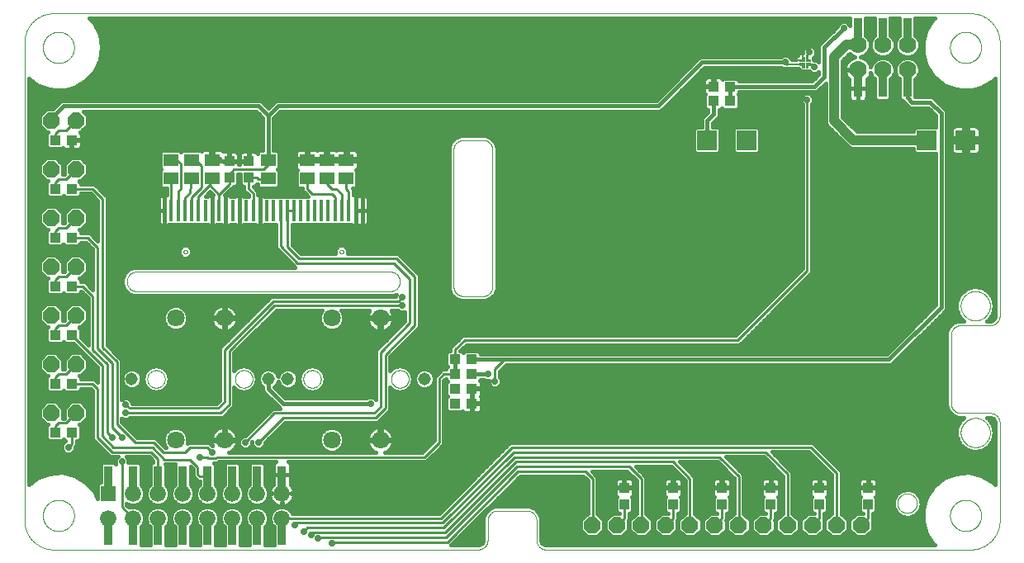
<source format=gbl>
G75*
%MOIN*%
%OFA0B0*%
%FSLAX25Y25*%
%IPPOS*%
%LPD*%
%AMOC8*
5,1,8,0,0,1.08239X$1,22.5*
%
%ADD10C,0.00000*%
%ADD11C,0.00039*%
%ADD12R,0.03543X0.07087*%
%ADD13R,0.01378X0.08661*%
%ADD14R,0.05906X0.05118*%
%ADD15R,0.03937X0.04331*%
%ADD16R,0.00787X0.00787*%
%ADD17OC8,0.06600*%
%ADD18R,0.04331X0.03937*%
%ADD19C,0.07087*%
%ADD20C,0.00004*%
%ADD21C,0.05150*%
%ADD22R,0.07874X0.07874*%
%ADD23R,0.05937X0.05937*%
%ADD24C,0.06600*%
%ADD25C,0.07000*%
%ADD26C,0.01600*%
%ADD27OC8,0.02420*%
%ADD28C,0.03200*%
%ADD29C,0.00787*%
%ADD30C,0.01000*%
%ADD31C,0.04000*%
D10*
X0632645Y0139861D02*
X0632645Y0332774D01*
X0632648Y0333059D01*
X0632659Y0333345D01*
X0632676Y0333630D01*
X0632700Y0333914D01*
X0632731Y0334198D01*
X0632769Y0334481D01*
X0632814Y0334762D01*
X0632865Y0335043D01*
X0632923Y0335323D01*
X0632988Y0335601D01*
X0633060Y0335877D01*
X0633138Y0336151D01*
X0633223Y0336424D01*
X0633315Y0336694D01*
X0633413Y0336962D01*
X0633517Y0337228D01*
X0633628Y0337491D01*
X0633745Y0337751D01*
X0633868Y0338009D01*
X0633998Y0338263D01*
X0634134Y0338514D01*
X0634275Y0338762D01*
X0634423Y0339006D01*
X0634576Y0339247D01*
X0634736Y0339483D01*
X0634901Y0339716D01*
X0635071Y0339945D01*
X0635247Y0340170D01*
X0635429Y0340390D01*
X0635615Y0340606D01*
X0635807Y0340817D01*
X0636004Y0341024D01*
X0636206Y0341226D01*
X0636413Y0341423D01*
X0636624Y0341615D01*
X0636840Y0341801D01*
X0637060Y0341983D01*
X0637285Y0342159D01*
X0637514Y0342329D01*
X0637747Y0342494D01*
X0637983Y0342654D01*
X0638224Y0342807D01*
X0638468Y0342955D01*
X0638716Y0343096D01*
X0638967Y0343232D01*
X0639221Y0343362D01*
X0639479Y0343485D01*
X0639739Y0343602D01*
X0640002Y0343713D01*
X0640268Y0343817D01*
X0640536Y0343915D01*
X0640806Y0344007D01*
X0641079Y0344092D01*
X0641353Y0344170D01*
X0641629Y0344242D01*
X0641907Y0344307D01*
X0642187Y0344365D01*
X0642468Y0344416D01*
X0642749Y0344461D01*
X0643032Y0344499D01*
X0643316Y0344530D01*
X0643600Y0344554D01*
X0643885Y0344571D01*
X0644171Y0344582D01*
X0644456Y0344585D01*
X1014535Y0344585D01*
X1014820Y0344582D01*
X1015106Y0344571D01*
X1015391Y0344554D01*
X1015675Y0344530D01*
X1015959Y0344499D01*
X1016242Y0344461D01*
X1016523Y0344416D01*
X1016804Y0344365D01*
X1017084Y0344307D01*
X1017362Y0344242D01*
X1017638Y0344170D01*
X1017912Y0344092D01*
X1018185Y0344007D01*
X1018455Y0343915D01*
X1018723Y0343817D01*
X1018989Y0343713D01*
X1019252Y0343602D01*
X1019512Y0343485D01*
X1019770Y0343362D01*
X1020024Y0343232D01*
X1020275Y0343096D01*
X1020523Y0342955D01*
X1020767Y0342807D01*
X1021008Y0342654D01*
X1021244Y0342494D01*
X1021477Y0342329D01*
X1021706Y0342159D01*
X1021931Y0341983D01*
X1022151Y0341801D01*
X1022367Y0341615D01*
X1022578Y0341423D01*
X1022785Y0341226D01*
X1022987Y0341024D01*
X1023184Y0340817D01*
X1023376Y0340606D01*
X1023562Y0340390D01*
X1023744Y0340170D01*
X1023920Y0339945D01*
X1024090Y0339716D01*
X1024255Y0339483D01*
X1024415Y0339247D01*
X1024568Y0339006D01*
X1024716Y0338762D01*
X1024857Y0338514D01*
X1024993Y0338263D01*
X1025123Y0338009D01*
X1025246Y0337751D01*
X1025363Y0337491D01*
X1025474Y0337228D01*
X1025578Y0336962D01*
X1025676Y0336694D01*
X1025768Y0336424D01*
X1025853Y0336151D01*
X1025931Y0335877D01*
X1026003Y0335601D01*
X1026068Y0335323D01*
X1026126Y0335043D01*
X1026177Y0334762D01*
X1026222Y0334481D01*
X1026260Y0334198D01*
X1026291Y0333914D01*
X1026315Y0333630D01*
X1026332Y0333345D01*
X1026343Y0333059D01*
X1026346Y0332774D01*
X1026346Y0222538D01*
X1026344Y0222414D01*
X1026338Y0222291D01*
X1026329Y0222167D01*
X1026315Y0222045D01*
X1026298Y0221922D01*
X1026276Y0221800D01*
X1026251Y0221679D01*
X1026222Y0221559D01*
X1026190Y0221440D01*
X1026153Y0221321D01*
X1026113Y0221204D01*
X1026070Y0221089D01*
X1026022Y0220974D01*
X1025971Y0220862D01*
X1025917Y0220751D01*
X1025859Y0220641D01*
X1025798Y0220534D01*
X1025733Y0220428D01*
X1025665Y0220325D01*
X1025594Y0220224D01*
X1025520Y0220125D01*
X1025443Y0220028D01*
X1025362Y0219934D01*
X1025279Y0219843D01*
X1025193Y0219754D01*
X1025104Y0219668D01*
X1025013Y0219585D01*
X1024919Y0219504D01*
X1024822Y0219427D01*
X1024723Y0219353D01*
X1024622Y0219282D01*
X1024519Y0219214D01*
X1024413Y0219149D01*
X1024306Y0219088D01*
X1024196Y0219030D01*
X1024085Y0218976D01*
X1023973Y0218925D01*
X1023858Y0218877D01*
X1023743Y0218834D01*
X1023626Y0218794D01*
X1023507Y0218757D01*
X1023388Y0218725D01*
X1023268Y0218696D01*
X1023147Y0218671D01*
X1023025Y0218649D01*
X1022902Y0218632D01*
X1022780Y0218618D01*
X1022656Y0218609D01*
X1022533Y0218603D01*
X1022409Y0218601D01*
X1010598Y0218601D01*
X1010474Y0218599D01*
X1010351Y0218593D01*
X1010227Y0218584D01*
X1010105Y0218570D01*
X1009982Y0218553D01*
X1009860Y0218531D01*
X1009739Y0218506D01*
X1009619Y0218477D01*
X1009500Y0218445D01*
X1009381Y0218408D01*
X1009264Y0218368D01*
X1009149Y0218325D01*
X1009034Y0218277D01*
X1008922Y0218226D01*
X1008811Y0218172D01*
X1008701Y0218114D01*
X1008594Y0218053D01*
X1008488Y0217988D01*
X1008385Y0217920D01*
X1008284Y0217849D01*
X1008185Y0217775D01*
X1008088Y0217698D01*
X1007994Y0217617D01*
X1007903Y0217534D01*
X1007814Y0217448D01*
X1007728Y0217359D01*
X1007645Y0217268D01*
X1007564Y0217174D01*
X1007487Y0217077D01*
X1007413Y0216978D01*
X1007342Y0216877D01*
X1007274Y0216774D01*
X1007209Y0216668D01*
X1007148Y0216561D01*
X1007090Y0216451D01*
X1007036Y0216340D01*
X1006985Y0216228D01*
X1006937Y0216113D01*
X1006894Y0215998D01*
X1006854Y0215881D01*
X1006817Y0215762D01*
X1006785Y0215643D01*
X1006756Y0215523D01*
X1006731Y0215402D01*
X1006709Y0215280D01*
X1006692Y0215157D01*
X1006678Y0215035D01*
X1006669Y0214911D01*
X1006663Y0214788D01*
X1006661Y0214664D01*
X1006661Y0187105D01*
X1006663Y0186981D01*
X1006669Y0186858D01*
X1006678Y0186734D01*
X1006692Y0186612D01*
X1006709Y0186489D01*
X1006731Y0186367D01*
X1006756Y0186246D01*
X1006785Y0186126D01*
X1006817Y0186007D01*
X1006854Y0185888D01*
X1006894Y0185771D01*
X1006937Y0185656D01*
X1006985Y0185541D01*
X1007036Y0185429D01*
X1007090Y0185318D01*
X1007148Y0185208D01*
X1007209Y0185101D01*
X1007274Y0184995D01*
X1007342Y0184892D01*
X1007413Y0184791D01*
X1007487Y0184692D01*
X1007564Y0184595D01*
X1007645Y0184501D01*
X1007728Y0184410D01*
X1007814Y0184321D01*
X1007903Y0184235D01*
X1007994Y0184152D01*
X1008088Y0184071D01*
X1008185Y0183994D01*
X1008284Y0183920D01*
X1008385Y0183849D01*
X1008488Y0183781D01*
X1008594Y0183716D01*
X1008701Y0183655D01*
X1008811Y0183597D01*
X1008922Y0183543D01*
X1009034Y0183492D01*
X1009149Y0183444D01*
X1009264Y0183401D01*
X1009381Y0183361D01*
X1009500Y0183324D01*
X1009619Y0183292D01*
X1009739Y0183263D01*
X1009860Y0183238D01*
X1009982Y0183216D01*
X1010105Y0183199D01*
X1010227Y0183185D01*
X1010351Y0183176D01*
X1010474Y0183170D01*
X1010598Y0183168D01*
X1022409Y0183168D01*
X1022533Y0183166D01*
X1022656Y0183160D01*
X1022780Y0183151D01*
X1022902Y0183137D01*
X1023025Y0183120D01*
X1023147Y0183098D01*
X1023268Y0183073D01*
X1023388Y0183044D01*
X1023507Y0183012D01*
X1023626Y0182975D01*
X1023743Y0182935D01*
X1023858Y0182892D01*
X1023973Y0182844D01*
X1024085Y0182793D01*
X1024196Y0182739D01*
X1024306Y0182681D01*
X1024413Y0182620D01*
X1024519Y0182555D01*
X1024622Y0182487D01*
X1024723Y0182416D01*
X1024822Y0182342D01*
X1024919Y0182265D01*
X1025013Y0182184D01*
X1025104Y0182101D01*
X1025193Y0182015D01*
X1025279Y0181926D01*
X1025362Y0181835D01*
X1025443Y0181741D01*
X1025520Y0181644D01*
X1025594Y0181545D01*
X1025665Y0181444D01*
X1025733Y0181341D01*
X1025798Y0181235D01*
X1025859Y0181128D01*
X1025917Y0181018D01*
X1025971Y0180907D01*
X1026022Y0180795D01*
X1026070Y0180680D01*
X1026113Y0180565D01*
X1026153Y0180448D01*
X1026190Y0180329D01*
X1026222Y0180210D01*
X1026251Y0180090D01*
X1026276Y0179969D01*
X1026298Y0179847D01*
X1026315Y0179724D01*
X1026329Y0179602D01*
X1026338Y0179478D01*
X1026344Y0179355D01*
X1026346Y0179231D01*
X1026346Y0139861D01*
X1026343Y0139576D01*
X1026332Y0139290D01*
X1026315Y0139005D01*
X1026291Y0138721D01*
X1026260Y0138437D01*
X1026222Y0138154D01*
X1026177Y0137873D01*
X1026126Y0137592D01*
X1026068Y0137312D01*
X1026003Y0137034D01*
X1025931Y0136758D01*
X1025853Y0136484D01*
X1025768Y0136211D01*
X1025676Y0135941D01*
X1025578Y0135673D01*
X1025474Y0135407D01*
X1025363Y0135144D01*
X1025246Y0134884D01*
X1025123Y0134626D01*
X1024993Y0134372D01*
X1024857Y0134121D01*
X1024716Y0133873D01*
X1024568Y0133629D01*
X1024415Y0133388D01*
X1024255Y0133152D01*
X1024090Y0132919D01*
X1023920Y0132690D01*
X1023744Y0132465D01*
X1023562Y0132245D01*
X1023376Y0132029D01*
X1023184Y0131818D01*
X1022987Y0131611D01*
X1022785Y0131409D01*
X1022578Y0131212D01*
X1022367Y0131020D01*
X1022151Y0130834D01*
X1021931Y0130652D01*
X1021706Y0130476D01*
X1021477Y0130306D01*
X1021244Y0130141D01*
X1021008Y0129981D01*
X1020767Y0129828D01*
X1020523Y0129680D01*
X1020275Y0129539D01*
X1020024Y0129403D01*
X1019770Y0129273D01*
X1019512Y0129150D01*
X1019252Y0129033D01*
X1018989Y0128922D01*
X1018723Y0128818D01*
X1018455Y0128720D01*
X1018185Y0128628D01*
X1017912Y0128543D01*
X1017638Y0128465D01*
X1017362Y0128393D01*
X1017084Y0128328D01*
X1016804Y0128270D01*
X1016523Y0128219D01*
X1016242Y0128174D01*
X1015959Y0128136D01*
X1015675Y0128105D01*
X1015391Y0128081D01*
X1015106Y0128064D01*
X1014820Y0128053D01*
X1014535Y0128050D01*
X0843275Y0128050D01*
X0843151Y0128052D01*
X0843028Y0128058D01*
X0842904Y0128067D01*
X0842782Y0128081D01*
X0842659Y0128098D01*
X0842537Y0128120D01*
X0842416Y0128145D01*
X0842296Y0128174D01*
X0842177Y0128206D01*
X0842058Y0128243D01*
X0841941Y0128283D01*
X0841826Y0128326D01*
X0841711Y0128374D01*
X0841599Y0128425D01*
X0841488Y0128479D01*
X0841378Y0128537D01*
X0841271Y0128598D01*
X0841165Y0128663D01*
X0841062Y0128731D01*
X0840961Y0128802D01*
X0840862Y0128876D01*
X0840765Y0128953D01*
X0840671Y0129034D01*
X0840580Y0129117D01*
X0840491Y0129203D01*
X0840405Y0129292D01*
X0840322Y0129383D01*
X0840241Y0129477D01*
X0840164Y0129574D01*
X0840090Y0129673D01*
X0840019Y0129774D01*
X0839951Y0129877D01*
X0839886Y0129983D01*
X0839825Y0130090D01*
X0839767Y0130200D01*
X0839713Y0130311D01*
X0839662Y0130423D01*
X0839614Y0130538D01*
X0839571Y0130653D01*
X0839531Y0130770D01*
X0839494Y0130889D01*
X0839462Y0131008D01*
X0839433Y0131128D01*
X0839408Y0131249D01*
X0839386Y0131371D01*
X0839369Y0131494D01*
X0839355Y0131616D01*
X0839346Y0131740D01*
X0839340Y0131863D01*
X0839338Y0131987D01*
X0839338Y0139861D01*
X0839336Y0139985D01*
X0839330Y0140108D01*
X0839321Y0140232D01*
X0839307Y0140354D01*
X0839290Y0140477D01*
X0839268Y0140599D01*
X0839243Y0140720D01*
X0839214Y0140840D01*
X0839182Y0140959D01*
X0839145Y0141078D01*
X0839105Y0141195D01*
X0839062Y0141310D01*
X0839014Y0141425D01*
X0838963Y0141537D01*
X0838909Y0141648D01*
X0838851Y0141758D01*
X0838790Y0141865D01*
X0838725Y0141971D01*
X0838657Y0142074D01*
X0838586Y0142175D01*
X0838512Y0142274D01*
X0838435Y0142371D01*
X0838354Y0142465D01*
X0838271Y0142556D01*
X0838185Y0142645D01*
X0838096Y0142731D01*
X0838005Y0142814D01*
X0837911Y0142895D01*
X0837814Y0142972D01*
X0837715Y0143046D01*
X0837614Y0143117D01*
X0837511Y0143185D01*
X0837405Y0143250D01*
X0837298Y0143311D01*
X0837188Y0143369D01*
X0837077Y0143423D01*
X0836965Y0143474D01*
X0836850Y0143522D01*
X0836735Y0143565D01*
X0836618Y0143605D01*
X0836499Y0143642D01*
X0836380Y0143674D01*
X0836260Y0143703D01*
X0836139Y0143728D01*
X0836017Y0143750D01*
X0835894Y0143767D01*
X0835772Y0143781D01*
X0835648Y0143790D01*
X0835525Y0143796D01*
X0835401Y0143798D01*
X0823590Y0143798D01*
X0823466Y0143796D01*
X0823343Y0143790D01*
X0823219Y0143781D01*
X0823097Y0143767D01*
X0822974Y0143750D01*
X0822852Y0143728D01*
X0822731Y0143703D01*
X0822611Y0143674D01*
X0822492Y0143642D01*
X0822373Y0143605D01*
X0822256Y0143565D01*
X0822141Y0143522D01*
X0822026Y0143474D01*
X0821914Y0143423D01*
X0821803Y0143369D01*
X0821693Y0143311D01*
X0821586Y0143250D01*
X0821480Y0143185D01*
X0821377Y0143117D01*
X0821276Y0143046D01*
X0821177Y0142972D01*
X0821080Y0142895D01*
X0820986Y0142814D01*
X0820895Y0142731D01*
X0820806Y0142645D01*
X0820720Y0142556D01*
X0820637Y0142465D01*
X0820556Y0142371D01*
X0820479Y0142274D01*
X0820405Y0142175D01*
X0820334Y0142074D01*
X0820266Y0141971D01*
X0820201Y0141865D01*
X0820140Y0141758D01*
X0820082Y0141648D01*
X0820028Y0141537D01*
X0819977Y0141425D01*
X0819929Y0141310D01*
X0819886Y0141195D01*
X0819846Y0141078D01*
X0819809Y0140959D01*
X0819777Y0140840D01*
X0819748Y0140720D01*
X0819723Y0140599D01*
X0819701Y0140477D01*
X0819684Y0140354D01*
X0819670Y0140232D01*
X0819661Y0140108D01*
X0819655Y0139985D01*
X0819653Y0139861D01*
X0819653Y0131987D01*
X0819651Y0131863D01*
X0819645Y0131740D01*
X0819636Y0131616D01*
X0819622Y0131494D01*
X0819605Y0131371D01*
X0819583Y0131249D01*
X0819558Y0131128D01*
X0819529Y0131008D01*
X0819497Y0130889D01*
X0819460Y0130770D01*
X0819420Y0130653D01*
X0819377Y0130538D01*
X0819329Y0130423D01*
X0819278Y0130311D01*
X0819224Y0130200D01*
X0819166Y0130090D01*
X0819105Y0129983D01*
X0819040Y0129877D01*
X0818972Y0129774D01*
X0818901Y0129673D01*
X0818827Y0129574D01*
X0818750Y0129477D01*
X0818669Y0129383D01*
X0818586Y0129292D01*
X0818500Y0129203D01*
X0818411Y0129117D01*
X0818320Y0129034D01*
X0818226Y0128953D01*
X0818129Y0128876D01*
X0818030Y0128802D01*
X0817929Y0128731D01*
X0817826Y0128663D01*
X0817720Y0128598D01*
X0817613Y0128537D01*
X0817503Y0128479D01*
X0817392Y0128425D01*
X0817280Y0128374D01*
X0817165Y0128326D01*
X0817050Y0128283D01*
X0816933Y0128243D01*
X0816814Y0128206D01*
X0816695Y0128174D01*
X0816575Y0128145D01*
X0816454Y0128120D01*
X0816332Y0128098D01*
X0816209Y0128081D01*
X0816087Y0128067D01*
X0815963Y0128058D01*
X0815840Y0128052D01*
X0815716Y0128050D01*
X0644456Y0128050D01*
X0644171Y0128053D01*
X0643885Y0128064D01*
X0643600Y0128081D01*
X0643316Y0128105D01*
X0643032Y0128136D01*
X0642749Y0128174D01*
X0642468Y0128219D01*
X0642187Y0128270D01*
X0641907Y0128328D01*
X0641629Y0128393D01*
X0641353Y0128465D01*
X0641079Y0128543D01*
X0640806Y0128628D01*
X0640536Y0128720D01*
X0640268Y0128818D01*
X0640002Y0128922D01*
X0639739Y0129033D01*
X0639479Y0129150D01*
X0639221Y0129273D01*
X0638967Y0129403D01*
X0638716Y0129539D01*
X0638468Y0129680D01*
X0638224Y0129828D01*
X0637983Y0129981D01*
X0637747Y0130141D01*
X0637514Y0130306D01*
X0637285Y0130476D01*
X0637060Y0130652D01*
X0636840Y0130834D01*
X0636624Y0131020D01*
X0636413Y0131212D01*
X0636206Y0131409D01*
X0636004Y0131611D01*
X0635807Y0131818D01*
X0635615Y0132029D01*
X0635429Y0132245D01*
X0635247Y0132465D01*
X0635071Y0132690D01*
X0634901Y0132919D01*
X0634736Y0133152D01*
X0634576Y0133388D01*
X0634423Y0133629D01*
X0634275Y0133873D01*
X0634134Y0134121D01*
X0633998Y0134372D01*
X0633868Y0134626D01*
X0633745Y0134884D01*
X0633628Y0135144D01*
X0633517Y0135407D01*
X0633413Y0135673D01*
X0633315Y0135941D01*
X0633223Y0136211D01*
X0633138Y0136484D01*
X0633060Y0136758D01*
X0632988Y0137034D01*
X0632923Y0137312D01*
X0632865Y0137592D01*
X0632814Y0137873D01*
X0632769Y0138154D01*
X0632731Y0138437D01*
X0632700Y0138721D01*
X0632676Y0139005D01*
X0632659Y0139290D01*
X0632648Y0139576D01*
X0632645Y0139861D01*
X0640126Y0141830D02*
X0640128Y0141988D01*
X0640134Y0142146D01*
X0640144Y0142304D01*
X0640158Y0142462D01*
X0640176Y0142619D01*
X0640197Y0142776D01*
X0640223Y0142932D01*
X0640253Y0143088D01*
X0640286Y0143243D01*
X0640324Y0143396D01*
X0640365Y0143549D01*
X0640410Y0143701D01*
X0640459Y0143852D01*
X0640512Y0144001D01*
X0640568Y0144149D01*
X0640628Y0144295D01*
X0640692Y0144440D01*
X0640760Y0144583D01*
X0640831Y0144725D01*
X0640905Y0144865D01*
X0640983Y0145002D01*
X0641065Y0145138D01*
X0641149Y0145272D01*
X0641238Y0145403D01*
X0641329Y0145532D01*
X0641424Y0145659D01*
X0641521Y0145784D01*
X0641622Y0145906D01*
X0641726Y0146025D01*
X0641833Y0146142D01*
X0641943Y0146256D01*
X0642056Y0146367D01*
X0642171Y0146476D01*
X0642289Y0146581D01*
X0642410Y0146683D01*
X0642533Y0146783D01*
X0642659Y0146879D01*
X0642787Y0146972D01*
X0642917Y0147062D01*
X0643050Y0147148D01*
X0643185Y0147232D01*
X0643321Y0147311D01*
X0643460Y0147388D01*
X0643601Y0147460D01*
X0643743Y0147530D01*
X0643887Y0147595D01*
X0644033Y0147657D01*
X0644180Y0147715D01*
X0644329Y0147770D01*
X0644479Y0147821D01*
X0644630Y0147868D01*
X0644782Y0147911D01*
X0644935Y0147950D01*
X0645090Y0147986D01*
X0645245Y0148017D01*
X0645401Y0148045D01*
X0645557Y0148069D01*
X0645714Y0148089D01*
X0645872Y0148105D01*
X0646029Y0148117D01*
X0646188Y0148125D01*
X0646346Y0148129D01*
X0646504Y0148129D01*
X0646662Y0148125D01*
X0646821Y0148117D01*
X0646978Y0148105D01*
X0647136Y0148089D01*
X0647293Y0148069D01*
X0647449Y0148045D01*
X0647605Y0148017D01*
X0647760Y0147986D01*
X0647915Y0147950D01*
X0648068Y0147911D01*
X0648220Y0147868D01*
X0648371Y0147821D01*
X0648521Y0147770D01*
X0648670Y0147715D01*
X0648817Y0147657D01*
X0648963Y0147595D01*
X0649107Y0147530D01*
X0649249Y0147460D01*
X0649390Y0147388D01*
X0649529Y0147311D01*
X0649665Y0147232D01*
X0649800Y0147148D01*
X0649933Y0147062D01*
X0650063Y0146972D01*
X0650191Y0146879D01*
X0650317Y0146783D01*
X0650440Y0146683D01*
X0650561Y0146581D01*
X0650679Y0146476D01*
X0650794Y0146367D01*
X0650907Y0146256D01*
X0651017Y0146142D01*
X0651124Y0146025D01*
X0651228Y0145906D01*
X0651329Y0145784D01*
X0651426Y0145659D01*
X0651521Y0145532D01*
X0651612Y0145403D01*
X0651701Y0145272D01*
X0651785Y0145138D01*
X0651867Y0145002D01*
X0651945Y0144865D01*
X0652019Y0144725D01*
X0652090Y0144583D01*
X0652158Y0144440D01*
X0652222Y0144295D01*
X0652282Y0144149D01*
X0652338Y0144001D01*
X0652391Y0143852D01*
X0652440Y0143701D01*
X0652485Y0143549D01*
X0652526Y0143396D01*
X0652564Y0143243D01*
X0652597Y0143088D01*
X0652627Y0142932D01*
X0652653Y0142776D01*
X0652674Y0142619D01*
X0652692Y0142462D01*
X0652706Y0142304D01*
X0652716Y0142146D01*
X0652722Y0141988D01*
X0652724Y0141830D01*
X0652722Y0141672D01*
X0652716Y0141514D01*
X0652706Y0141356D01*
X0652692Y0141198D01*
X0652674Y0141041D01*
X0652653Y0140884D01*
X0652627Y0140728D01*
X0652597Y0140572D01*
X0652564Y0140417D01*
X0652526Y0140264D01*
X0652485Y0140111D01*
X0652440Y0139959D01*
X0652391Y0139808D01*
X0652338Y0139659D01*
X0652282Y0139511D01*
X0652222Y0139365D01*
X0652158Y0139220D01*
X0652090Y0139077D01*
X0652019Y0138935D01*
X0651945Y0138795D01*
X0651867Y0138658D01*
X0651785Y0138522D01*
X0651701Y0138388D01*
X0651612Y0138257D01*
X0651521Y0138128D01*
X0651426Y0138001D01*
X0651329Y0137876D01*
X0651228Y0137754D01*
X0651124Y0137635D01*
X0651017Y0137518D01*
X0650907Y0137404D01*
X0650794Y0137293D01*
X0650679Y0137184D01*
X0650561Y0137079D01*
X0650440Y0136977D01*
X0650317Y0136877D01*
X0650191Y0136781D01*
X0650063Y0136688D01*
X0649933Y0136598D01*
X0649800Y0136512D01*
X0649665Y0136428D01*
X0649529Y0136349D01*
X0649390Y0136272D01*
X0649249Y0136200D01*
X0649107Y0136130D01*
X0648963Y0136065D01*
X0648817Y0136003D01*
X0648670Y0135945D01*
X0648521Y0135890D01*
X0648371Y0135839D01*
X0648220Y0135792D01*
X0648068Y0135749D01*
X0647915Y0135710D01*
X0647760Y0135674D01*
X0647605Y0135643D01*
X0647449Y0135615D01*
X0647293Y0135591D01*
X0647136Y0135571D01*
X0646978Y0135555D01*
X0646821Y0135543D01*
X0646662Y0135535D01*
X0646504Y0135531D01*
X0646346Y0135531D01*
X0646188Y0135535D01*
X0646029Y0135543D01*
X0645872Y0135555D01*
X0645714Y0135571D01*
X0645557Y0135591D01*
X0645401Y0135615D01*
X0645245Y0135643D01*
X0645090Y0135674D01*
X0644935Y0135710D01*
X0644782Y0135749D01*
X0644630Y0135792D01*
X0644479Y0135839D01*
X0644329Y0135890D01*
X0644180Y0135945D01*
X0644033Y0136003D01*
X0643887Y0136065D01*
X0643743Y0136130D01*
X0643601Y0136200D01*
X0643460Y0136272D01*
X0643321Y0136349D01*
X0643185Y0136428D01*
X0643050Y0136512D01*
X0642917Y0136598D01*
X0642787Y0136688D01*
X0642659Y0136781D01*
X0642533Y0136877D01*
X0642410Y0136977D01*
X0642289Y0137079D01*
X0642171Y0137184D01*
X0642056Y0137293D01*
X0641943Y0137404D01*
X0641833Y0137518D01*
X0641726Y0137635D01*
X0641622Y0137754D01*
X0641521Y0137876D01*
X0641424Y0138001D01*
X0641329Y0138128D01*
X0641238Y0138257D01*
X0641149Y0138388D01*
X0641065Y0138522D01*
X0640983Y0138658D01*
X0640905Y0138795D01*
X0640831Y0138935D01*
X0640760Y0139077D01*
X0640692Y0139220D01*
X0640628Y0139365D01*
X0640568Y0139511D01*
X0640512Y0139659D01*
X0640459Y0139808D01*
X0640410Y0139959D01*
X0640365Y0140111D01*
X0640324Y0140264D01*
X0640286Y0140417D01*
X0640253Y0140572D01*
X0640223Y0140728D01*
X0640197Y0140884D01*
X0640176Y0141041D01*
X0640158Y0141198D01*
X0640144Y0141356D01*
X0640134Y0141514D01*
X0640128Y0141672D01*
X0640126Y0141830D01*
X0664358Y0140767D02*
X0664360Y0140860D01*
X0664366Y0140952D01*
X0664376Y0141044D01*
X0664390Y0141135D01*
X0664407Y0141226D01*
X0664429Y0141316D01*
X0664454Y0141405D01*
X0664483Y0141493D01*
X0664516Y0141579D01*
X0664553Y0141664D01*
X0664593Y0141748D01*
X0664637Y0141829D01*
X0664684Y0141909D01*
X0664734Y0141987D01*
X0664788Y0142062D01*
X0664845Y0142135D01*
X0664905Y0142205D01*
X0664968Y0142273D01*
X0665034Y0142338D01*
X0665102Y0142400D01*
X0665173Y0142460D01*
X0665247Y0142516D01*
X0665323Y0142569D01*
X0665401Y0142618D01*
X0665481Y0142665D01*
X0665563Y0142707D01*
X0665647Y0142747D01*
X0665732Y0142782D01*
X0665819Y0142814D01*
X0665907Y0142843D01*
X0665996Y0142867D01*
X0666086Y0142888D01*
X0666177Y0142904D01*
X0666269Y0142917D01*
X0666361Y0142926D01*
X0666454Y0142931D01*
X0666546Y0142932D01*
X0666639Y0142929D01*
X0666731Y0142922D01*
X0666823Y0142911D01*
X0666914Y0142896D01*
X0667005Y0142878D01*
X0667095Y0142855D01*
X0667183Y0142829D01*
X0667271Y0142799D01*
X0667357Y0142765D01*
X0667441Y0142728D01*
X0667524Y0142686D01*
X0667605Y0142642D01*
X0667685Y0142594D01*
X0667762Y0142543D01*
X0667836Y0142488D01*
X0667909Y0142430D01*
X0667979Y0142370D01*
X0668046Y0142306D01*
X0668110Y0142240D01*
X0668172Y0142170D01*
X0668230Y0142099D01*
X0668285Y0142025D01*
X0668337Y0141948D01*
X0668386Y0141869D01*
X0668432Y0141789D01*
X0668474Y0141706D01*
X0668512Y0141622D01*
X0668547Y0141536D01*
X0668578Y0141449D01*
X0668605Y0141361D01*
X0668628Y0141271D01*
X0668648Y0141181D01*
X0668664Y0141090D01*
X0668676Y0140998D01*
X0668684Y0140906D01*
X0668688Y0140813D01*
X0668688Y0140721D01*
X0668684Y0140628D01*
X0668676Y0140536D01*
X0668664Y0140444D01*
X0668648Y0140353D01*
X0668628Y0140263D01*
X0668605Y0140173D01*
X0668578Y0140085D01*
X0668547Y0139998D01*
X0668512Y0139912D01*
X0668474Y0139828D01*
X0668432Y0139745D01*
X0668386Y0139665D01*
X0668337Y0139586D01*
X0668285Y0139509D01*
X0668230Y0139435D01*
X0668172Y0139364D01*
X0668110Y0139294D01*
X0668046Y0139228D01*
X0667979Y0139164D01*
X0667909Y0139104D01*
X0667836Y0139046D01*
X0667762Y0138991D01*
X0667685Y0138940D01*
X0667606Y0138892D01*
X0667524Y0138848D01*
X0667441Y0138806D01*
X0667357Y0138769D01*
X0667271Y0138735D01*
X0667183Y0138705D01*
X0667095Y0138679D01*
X0667005Y0138656D01*
X0666914Y0138638D01*
X0666823Y0138623D01*
X0666731Y0138612D01*
X0666639Y0138605D01*
X0666546Y0138602D01*
X0666454Y0138603D01*
X0666361Y0138608D01*
X0666269Y0138617D01*
X0666177Y0138630D01*
X0666086Y0138646D01*
X0665996Y0138667D01*
X0665907Y0138691D01*
X0665819Y0138720D01*
X0665732Y0138752D01*
X0665647Y0138787D01*
X0665563Y0138827D01*
X0665481Y0138869D01*
X0665401Y0138916D01*
X0665323Y0138965D01*
X0665247Y0139018D01*
X0665173Y0139074D01*
X0665102Y0139134D01*
X0665034Y0139196D01*
X0664968Y0139261D01*
X0664905Y0139329D01*
X0664845Y0139399D01*
X0664788Y0139472D01*
X0664734Y0139547D01*
X0664684Y0139625D01*
X0664637Y0139705D01*
X0664593Y0139786D01*
X0664553Y0139870D01*
X0664516Y0139955D01*
X0664483Y0140041D01*
X0664454Y0140129D01*
X0664429Y0140218D01*
X0664407Y0140308D01*
X0664390Y0140399D01*
X0664376Y0140490D01*
X0664366Y0140582D01*
X0664360Y0140674D01*
X0664358Y0140767D01*
X0674358Y0140767D02*
X0674360Y0140860D01*
X0674366Y0140952D01*
X0674376Y0141044D01*
X0674390Y0141135D01*
X0674407Y0141226D01*
X0674429Y0141316D01*
X0674454Y0141405D01*
X0674483Y0141493D01*
X0674516Y0141579D01*
X0674553Y0141664D01*
X0674593Y0141748D01*
X0674637Y0141829D01*
X0674684Y0141909D01*
X0674734Y0141987D01*
X0674788Y0142062D01*
X0674845Y0142135D01*
X0674905Y0142205D01*
X0674968Y0142273D01*
X0675034Y0142338D01*
X0675102Y0142400D01*
X0675173Y0142460D01*
X0675247Y0142516D01*
X0675323Y0142569D01*
X0675401Y0142618D01*
X0675481Y0142665D01*
X0675563Y0142707D01*
X0675647Y0142747D01*
X0675732Y0142782D01*
X0675819Y0142814D01*
X0675907Y0142843D01*
X0675996Y0142867D01*
X0676086Y0142888D01*
X0676177Y0142904D01*
X0676269Y0142917D01*
X0676361Y0142926D01*
X0676454Y0142931D01*
X0676546Y0142932D01*
X0676639Y0142929D01*
X0676731Y0142922D01*
X0676823Y0142911D01*
X0676914Y0142896D01*
X0677005Y0142878D01*
X0677095Y0142855D01*
X0677183Y0142829D01*
X0677271Y0142799D01*
X0677357Y0142765D01*
X0677441Y0142728D01*
X0677524Y0142686D01*
X0677605Y0142642D01*
X0677685Y0142594D01*
X0677762Y0142543D01*
X0677836Y0142488D01*
X0677909Y0142430D01*
X0677979Y0142370D01*
X0678046Y0142306D01*
X0678110Y0142240D01*
X0678172Y0142170D01*
X0678230Y0142099D01*
X0678285Y0142025D01*
X0678337Y0141948D01*
X0678386Y0141869D01*
X0678432Y0141789D01*
X0678474Y0141706D01*
X0678512Y0141622D01*
X0678547Y0141536D01*
X0678578Y0141449D01*
X0678605Y0141361D01*
X0678628Y0141271D01*
X0678648Y0141181D01*
X0678664Y0141090D01*
X0678676Y0140998D01*
X0678684Y0140906D01*
X0678688Y0140813D01*
X0678688Y0140721D01*
X0678684Y0140628D01*
X0678676Y0140536D01*
X0678664Y0140444D01*
X0678648Y0140353D01*
X0678628Y0140263D01*
X0678605Y0140173D01*
X0678578Y0140085D01*
X0678547Y0139998D01*
X0678512Y0139912D01*
X0678474Y0139828D01*
X0678432Y0139745D01*
X0678386Y0139665D01*
X0678337Y0139586D01*
X0678285Y0139509D01*
X0678230Y0139435D01*
X0678172Y0139364D01*
X0678110Y0139294D01*
X0678046Y0139228D01*
X0677979Y0139164D01*
X0677909Y0139104D01*
X0677836Y0139046D01*
X0677762Y0138991D01*
X0677685Y0138940D01*
X0677606Y0138892D01*
X0677524Y0138848D01*
X0677441Y0138806D01*
X0677357Y0138769D01*
X0677271Y0138735D01*
X0677183Y0138705D01*
X0677095Y0138679D01*
X0677005Y0138656D01*
X0676914Y0138638D01*
X0676823Y0138623D01*
X0676731Y0138612D01*
X0676639Y0138605D01*
X0676546Y0138602D01*
X0676454Y0138603D01*
X0676361Y0138608D01*
X0676269Y0138617D01*
X0676177Y0138630D01*
X0676086Y0138646D01*
X0675996Y0138667D01*
X0675907Y0138691D01*
X0675819Y0138720D01*
X0675732Y0138752D01*
X0675647Y0138787D01*
X0675563Y0138827D01*
X0675481Y0138869D01*
X0675401Y0138916D01*
X0675323Y0138965D01*
X0675247Y0139018D01*
X0675173Y0139074D01*
X0675102Y0139134D01*
X0675034Y0139196D01*
X0674968Y0139261D01*
X0674905Y0139329D01*
X0674845Y0139399D01*
X0674788Y0139472D01*
X0674734Y0139547D01*
X0674684Y0139625D01*
X0674637Y0139705D01*
X0674593Y0139786D01*
X0674553Y0139870D01*
X0674516Y0139955D01*
X0674483Y0140041D01*
X0674454Y0140129D01*
X0674429Y0140218D01*
X0674407Y0140308D01*
X0674390Y0140399D01*
X0674376Y0140490D01*
X0674366Y0140582D01*
X0674360Y0140674D01*
X0674358Y0140767D01*
X0684358Y0140767D02*
X0684360Y0140860D01*
X0684366Y0140952D01*
X0684376Y0141044D01*
X0684390Y0141135D01*
X0684407Y0141226D01*
X0684429Y0141316D01*
X0684454Y0141405D01*
X0684483Y0141493D01*
X0684516Y0141579D01*
X0684553Y0141664D01*
X0684593Y0141748D01*
X0684637Y0141829D01*
X0684684Y0141909D01*
X0684734Y0141987D01*
X0684788Y0142062D01*
X0684845Y0142135D01*
X0684905Y0142205D01*
X0684968Y0142273D01*
X0685034Y0142338D01*
X0685102Y0142400D01*
X0685173Y0142460D01*
X0685247Y0142516D01*
X0685323Y0142569D01*
X0685401Y0142618D01*
X0685481Y0142665D01*
X0685563Y0142707D01*
X0685647Y0142747D01*
X0685732Y0142782D01*
X0685819Y0142814D01*
X0685907Y0142843D01*
X0685996Y0142867D01*
X0686086Y0142888D01*
X0686177Y0142904D01*
X0686269Y0142917D01*
X0686361Y0142926D01*
X0686454Y0142931D01*
X0686546Y0142932D01*
X0686639Y0142929D01*
X0686731Y0142922D01*
X0686823Y0142911D01*
X0686914Y0142896D01*
X0687005Y0142878D01*
X0687095Y0142855D01*
X0687183Y0142829D01*
X0687271Y0142799D01*
X0687357Y0142765D01*
X0687441Y0142728D01*
X0687524Y0142686D01*
X0687605Y0142642D01*
X0687685Y0142594D01*
X0687762Y0142543D01*
X0687836Y0142488D01*
X0687909Y0142430D01*
X0687979Y0142370D01*
X0688046Y0142306D01*
X0688110Y0142240D01*
X0688172Y0142170D01*
X0688230Y0142099D01*
X0688285Y0142025D01*
X0688337Y0141948D01*
X0688386Y0141869D01*
X0688432Y0141789D01*
X0688474Y0141706D01*
X0688512Y0141622D01*
X0688547Y0141536D01*
X0688578Y0141449D01*
X0688605Y0141361D01*
X0688628Y0141271D01*
X0688648Y0141181D01*
X0688664Y0141090D01*
X0688676Y0140998D01*
X0688684Y0140906D01*
X0688688Y0140813D01*
X0688688Y0140721D01*
X0688684Y0140628D01*
X0688676Y0140536D01*
X0688664Y0140444D01*
X0688648Y0140353D01*
X0688628Y0140263D01*
X0688605Y0140173D01*
X0688578Y0140085D01*
X0688547Y0139998D01*
X0688512Y0139912D01*
X0688474Y0139828D01*
X0688432Y0139745D01*
X0688386Y0139665D01*
X0688337Y0139586D01*
X0688285Y0139509D01*
X0688230Y0139435D01*
X0688172Y0139364D01*
X0688110Y0139294D01*
X0688046Y0139228D01*
X0687979Y0139164D01*
X0687909Y0139104D01*
X0687836Y0139046D01*
X0687762Y0138991D01*
X0687685Y0138940D01*
X0687606Y0138892D01*
X0687524Y0138848D01*
X0687441Y0138806D01*
X0687357Y0138769D01*
X0687271Y0138735D01*
X0687183Y0138705D01*
X0687095Y0138679D01*
X0687005Y0138656D01*
X0686914Y0138638D01*
X0686823Y0138623D01*
X0686731Y0138612D01*
X0686639Y0138605D01*
X0686546Y0138602D01*
X0686454Y0138603D01*
X0686361Y0138608D01*
X0686269Y0138617D01*
X0686177Y0138630D01*
X0686086Y0138646D01*
X0685996Y0138667D01*
X0685907Y0138691D01*
X0685819Y0138720D01*
X0685732Y0138752D01*
X0685647Y0138787D01*
X0685563Y0138827D01*
X0685481Y0138869D01*
X0685401Y0138916D01*
X0685323Y0138965D01*
X0685247Y0139018D01*
X0685173Y0139074D01*
X0685102Y0139134D01*
X0685034Y0139196D01*
X0684968Y0139261D01*
X0684905Y0139329D01*
X0684845Y0139399D01*
X0684788Y0139472D01*
X0684734Y0139547D01*
X0684684Y0139625D01*
X0684637Y0139705D01*
X0684593Y0139786D01*
X0684553Y0139870D01*
X0684516Y0139955D01*
X0684483Y0140041D01*
X0684454Y0140129D01*
X0684429Y0140218D01*
X0684407Y0140308D01*
X0684390Y0140399D01*
X0684376Y0140490D01*
X0684366Y0140582D01*
X0684360Y0140674D01*
X0684358Y0140767D01*
X0694358Y0140767D02*
X0694360Y0140860D01*
X0694366Y0140952D01*
X0694376Y0141044D01*
X0694390Y0141135D01*
X0694407Y0141226D01*
X0694429Y0141316D01*
X0694454Y0141405D01*
X0694483Y0141493D01*
X0694516Y0141579D01*
X0694553Y0141664D01*
X0694593Y0141748D01*
X0694637Y0141829D01*
X0694684Y0141909D01*
X0694734Y0141987D01*
X0694788Y0142062D01*
X0694845Y0142135D01*
X0694905Y0142205D01*
X0694968Y0142273D01*
X0695034Y0142338D01*
X0695102Y0142400D01*
X0695173Y0142460D01*
X0695247Y0142516D01*
X0695323Y0142569D01*
X0695401Y0142618D01*
X0695481Y0142665D01*
X0695563Y0142707D01*
X0695647Y0142747D01*
X0695732Y0142782D01*
X0695819Y0142814D01*
X0695907Y0142843D01*
X0695996Y0142867D01*
X0696086Y0142888D01*
X0696177Y0142904D01*
X0696269Y0142917D01*
X0696361Y0142926D01*
X0696454Y0142931D01*
X0696546Y0142932D01*
X0696639Y0142929D01*
X0696731Y0142922D01*
X0696823Y0142911D01*
X0696914Y0142896D01*
X0697005Y0142878D01*
X0697095Y0142855D01*
X0697183Y0142829D01*
X0697271Y0142799D01*
X0697357Y0142765D01*
X0697441Y0142728D01*
X0697524Y0142686D01*
X0697605Y0142642D01*
X0697685Y0142594D01*
X0697762Y0142543D01*
X0697836Y0142488D01*
X0697909Y0142430D01*
X0697979Y0142370D01*
X0698046Y0142306D01*
X0698110Y0142240D01*
X0698172Y0142170D01*
X0698230Y0142099D01*
X0698285Y0142025D01*
X0698337Y0141948D01*
X0698386Y0141869D01*
X0698432Y0141789D01*
X0698474Y0141706D01*
X0698512Y0141622D01*
X0698547Y0141536D01*
X0698578Y0141449D01*
X0698605Y0141361D01*
X0698628Y0141271D01*
X0698648Y0141181D01*
X0698664Y0141090D01*
X0698676Y0140998D01*
X0698684Y0140906D01*
X0698688Y0140813D01*
X0698688Y0140721D01*
X0698684Y0140628D01*
X0698676Y0140536D01*
X0698664Y0140444D01*
X0698648Y0140353D01*
X0698628Y0140263D01*
X0698605Y0140173D01*
X0698578Y0140085D01*
X0698547Y0139998D01*
X0698512Y0139912D01*
X0698474Y0139828D01*
X0698432Y0139745D01*
X0698386Y0139665D01*
X0698337Y0139586D01*
X0698285Y0139509D01*
X0698230Y0139435D01*
X0698172Y0139364D01*
X0698110Y0139294D01*
X0698046Y0139228D01*
X0697979Y0139164D01*
X0697909Y0139104D01*
X0697836Y0139046D01*
X0697762Y0138991D01*
X0697685Y0138940D01*
X0697606Y0138892D01*
X0697524Y0138848D01*
X0697441Y0138806D01*
X0697357Y0138769D01*
X0697271Y0138735D01*
X0697183Y0138705D01*
X0697095Y0138679D01*
X0697005Y0138656D01*
X0696914Y0138638D01*
X0696823Y0138623D01*
X0696731Y0138612D01*
X0696639Y0138605D01*
X0696546Y0138602D01*
X0696454Y0138603D01*
X0696361Y0138608D01*
X0696269Y0138617D01*
X0696177Y0138630D01*
X0696086Y0138646D01*
X0695996Y0138667D01*
X0695907Y0138691D01*
X0695819Y0138720D01*
X0695732Y0138752D01*
X0695647Y0138787D01*
X0695563Y0138827D01*
X0695481Y0138869D01*
X0695401Y0138916D01*
X0695323Y0138965D01*
X0695247Y0139018D01*
X0695173Y0139074D01*
X0695102Y0139134D01*
X0695034Y0139196D01*
X0694968Y0139261D01*
X0694905Y0139329D01*
X0694845Y0139399D01*
X0694788Y0139472D01*
X0694734Y0139547D01*
X0694684Y0139625D01*
X0694637Y0139705D01*
X0694593Y0139786D01*
X0694553Y0139870D01*
X0694516Y0139955D01*
X0694483Y0140041D01*
X0694454Y0140129D01*
X0694429Y0140218D01*
X0694407Y0140308D01*
X0694390Y0140399D01*
X0694376Y0140490D01*
X0694366Y0140582D01*
X0694360Y0140674D01*
X0694358Y0140767D01*
X0704397Y0140767D02*
X0704399Y0140860D01*
X0704405Y0140952D01*
X0704415Y0141044D01*
X0704429Y0141135D01*
X0704446Y0141226D01*
X0704468Y0141316D01*
X0704493Y0141405D01*
X0704522Y0141493D01*
X0704555Y0141579D01*
X0704592Y0141664D01*
X0704632Y0141748D01*
X0704676Y0141829D01*
X0704723Y0141909D01*
X0704773Y0141987D01*
X0704827Y0142062D01*
X0704884Y0142135D01*
X0704944Y0142205D01*
X0705007Y0142273D01*
X0705073Y0142338D01*
X0705141Y0142400D01*
X0705212Y0142460D01*
X0705286Y0142516D01*
X0705362Y0142569D01*
X0705440Y0142618D01*
X0705520Y0142665D01*
X0705602Y0142707D01*
X0705686Y0142747D01*
X0705771Y0142782D01*
X0705858Y0142814D01*
X0705946Y0142843D01*
X0706035Y0142867D01*
X0706125Y0142888D01*
X0706216Y0142904D01*
X0706308Y0142917D01*
X0706400Y0142926D01*
X0706493Y0142931D01*
X0706585Y0142932D01*
X0706678Y0142929D01*
X0706770Y0142922D01*
X0706862Y0142911D01*
X0706953Y0142896D01*
X0707044Y0142878D01*
X0707134Y0142855D01*
X0707222Y0142829D01*
X0707310Y0142799D01*
X0707396Y0142765D01*
X0707480Y0142728D01*
X0707563Y0142686D01*
X0707644Y0142642D01*
X0707724Y0142594D01*
X0707801Y0142543D01*
X0707875Y0142488D01*
X0707948Y0142430D01*
X0708018Y0142370D01*
X0708085Y0142306D01*
X0708149Y0142240D01*
X0708211Y0142170D01*
X0708269Y0142099D01*
X0708324Y0142025D01*
X0708376Y0141948D01*
X0708425Y0141869D01*
X0708471Y0141789D01*
X0708513Y0141706D01*
X0708551Y0141622D01*
X0708586Y0141536D01*
X0708617Y0141449D01*
X0708644Y0141361D01*
X0708667Y0141271D01*
X0708687Y0141181D01*
X0708703Y0141090D01*
X0708715Y0140998D01*
X0708723Y0140906D01*
X0708727Y0140813D01*
X0708727Y0140721D01*
X0708723Y0140628D01*
X0708715Y0140536D01*
X0708703Y0140444D01*
X0708687Y0140353D01*
X0708667Y0140263D01*
X0708644Y0140173D01*
X0708617Y0140085D01*
X0708586Y0139998D01*
X0708551Y0139912D01*
X0708513Y0139828D01*
X0708471Y0139745D01*
X0708425Y0139665D01*
X0708376Y0139586D01*
X0708324Y0139509D01*
X0708269Y0139435D01*
X0708211Y0139364D01*
X0708149Y0139294D01*
X0708085Y0139228D01*
X0708018Y0139164D01*
X0707948Y0139104D01*
X0707875Y0139046D01*
X0707801Y0138991D01*
X0707724Y0138940D01*
X0707645Y0138892D01*
X0707563Y0138848D01*
X0707480Y0138806D01*
X0707396Y0138769D01*
X0707310Y0138735D01*
X0707222Y0138705D01*
X0707134Y0138679D01*
X0707044Y0138656D01*
X0706953Y0138638D01*
X0706862Y0138623D01*
X0706770Y0138612D01*
X0706678Y0138605D01*
X0706585Y0138602D01*
X0706493Y0138603D01*
X0706400Y0138608D01*
X0706308Y0138617D01*
X0706216Y0138630D01*
X0706125Y0138646D01*
X0706035Y0138667D01*
X0705946Y0138691D01*
X0705858Y0138720D01*
X0705771Y0138752D01*
X0705686Y0138787D01*
X0705602Y0138827D01*
X0705520Y0138869D01*
X0705440Y0138916D01*
X0705362Y0138965D01*
X0705286Y0139018D01*
X0705212Y0139074D01*
X0705141Y0139134D01*
X0705073Y0139196D01*
X0705007Y0139261D01*
X0704944Y0139329D01*
X0704884Y0139399D01*
X0704827Y0139472D01*
X0704773Y0139547D01*
X0704723Y0139625D01*
X0704676Y0139705D01*
X0704632Y0139786D01*
X0704592Y0139870D01*
X0704555Y0139955D01*
X0704522Y0140041D01*
X0704493Y0140129D01*
X0704468Y0140218D01*
X0704446Y0140308D01*
X0704429Y0140399D01*
X0704415Y0140490D01*
X0704405Y0140582D01*
X0704399Y0140674D01*
X0704397Y0140767D01*
X0714397Y0140767D02*
X0714399Y0140860D01*
X0714405Y0140952D01*
X0714415Y0141044D01*
X0714429Y0141135D01*
X0714446Y0141226D01*
X0714468Y0141316D01*
X0714493Y0141405D01*
X0714522Y0141493D01*
X0714555Y0141579D01*
X0714592Y0141664D01*
X0714632Y0141748D01*
X0714676Y0141829D01*
X0714723Y0141909D01*
X0714773Y0141987D01*
X0714827Y0142062D01*
X0714884Y0142135D01*
X0714944Y0142205D01*
X0715007Y0142273D01*
X0715073Y0142338D01*
X0715141Y0142400D01*
X0715212Y0142460D01*
X0715286Y0142516D01*
X0715362Y0142569D01*
X0715440Y0142618D01*
X0715520Y0142665D01*
X0715602Y0142707D01*
X0715686Y0142747D01*
X0715771Y0142782D01*
X0715858Y0142814D01*
X0715946Y0142843D01*
X0716035Y0142867D01*
X0716125Y0142888D01*
X0716216Y0142904D01*
X0716308Y0142917D01*
X0716400Y0142926D01*
X0716493Y0142931D01*
X0716585Y0142932D01*
X0716678Y0142929D01*
X0716770Y0142922D01*
X0716862Y0142911D01*
X0716953Y0142896D01*
X0717044Y0142878D01*
X0717134Y0142855D01*
X0717222Y0142829D01*
X0717310Y0142799D01*
X0717396Y0142765D01*
X0717480Y0142728D01*
X0717563Y0142686D01*
X0717644Y0142642D01*
X0717724Y0142594D01*
X0717801Y0142543D01*
X0717875Y0142488D01*
X0717948Y0142430D01*
X0718018Y0142370D01*
X0718085Y0142306D01*
X0718149Y0142240D01*
X0718211Y0142170D01*
X0718269Y0142099D01*
X0718324Y0142025D01*
X0718376Y0141948D01*
X0718425Y0141869D01*
X0718471Y0141789D01*
X0718513Y0141706D01*
X0718551Y0141622D01*
X0718586Y0141536D01*
X0718617Y0141449D01*
X0718644Y0141361D01*
X0718667Y0141271D01*
X0718687Y0141181D01*
X0718703Y0141090D01*
X0718715Y0140998D01*
X0718723Y0140906D01*
X0718727Y0140813D01*
X0718727Y0140721D01*
X0718723Y0140628D01*
X0718715Y0140536D01*
X0718703Y0140444D01*
X0718687Y0140353D01*
X0718667Y0140263D01*
X0718644Y0140173D01*
X0718617Y0140085D01*
X0718586Y0139998D01*
X0718551Y0139912D01*
X0718513Y0139828D01*
X0718471Y0139745D01*
X0718425Y0139665D01*
X0718376Y0139586D01*
X0718324Y0139509D01*
X0718269Y0139435D01*
X0718211Y0139364D01*
X0718149Y0139294D01*
X0718085Y0139228D01*
X0718018Y0139164D01*
X0717948Y0139104D01*
X0717875Y0139046D01*
X0717801Y0138991D01*
X0717724Y0138940D01*
X0717645Y0138892D01*
X0717563Y0138848D01*
X0717480Y0138806D01*
X0717396Y0138769D01*
X0717310Y0138735D01*
X0717222Y0138705D01*
X0717134Y0138679D01*
X0717044Y0138656D01*
X0716953Y0138638D01*
X0716862Y0138623D01*
X0716770Y0138612D01*
X0716678Y0138605D01*
X0716585Y0138602D01*
X0716493Y0138603D01*
X0716400Y0138608D01*
X0716308Y0138617D01*
X0716216Y0138630D01*
X0716125Y0138646D01*
X0716035Y0138667D01*
X0715946Y0138691D01*
X0715858Y0138720D01*
X0715771Y0138752D01*
X0715686Y0138787D01*
X0715602Y0138827D01*
X0715520Y0138869D01*
X0715440Y0138916D01*
X0715362Y0138965D01*
X0715286Y0139018D01*
X0715212Y0139074D01*
X0715141Y0139134D01*
X0715073Y0139196D01*
X0715007Y0139261D01*
X0714944Y0139329D01*
X0714884Y0139399D01*
X0714827Y0139472D01*
X0714773Y0139547D01*
X0714723Y0139625D01*
X0714676Y0139705D01*
X0714632Y0139786D01*
X0714592Y0139870D01*
X0714555Y0139955D01*
X0714522Y0140041D01*
X0714493Y0140129D01*
X0714468Y0140218D01*
X0714446Y0140308D01*
X0714429Y0140399D01*
X0714415Y0140490D01*
X0714405Y0140582D01*
X0714399Y0140674D01*
X0714397Y0140767D01*
X0724397Y0140767D02*
X0724399Y0140860D01*
X0724405Y0140952D01*
X0724415Y0141044D01*
X0724429Y0141135D01*
X0724446Y0141226D01*
X0724468Y0141316D01*
X0724493Y0141405D01*
X0724522Y0141493D01*
X0724555Y0141579D01*
X0724592Y0141664D01*
X0724632Y0141748D01*
X0724676Y0141829D01*
X0724723Y0141909D01*
X0724773Y0141987D01*
X0724827Y0142062D01*
X0724884Y0142135D01*
X0724944Y0142205D01*
X0725007Y0142273D01*
X0725073Y0142338D01*
X0725141Y0142400D01*
X0725212Y0142460D01*
X0725286Y0142516D01*
X0725362Y0142569D01*
X0725440Y0142618D01*
X0725520Y0142665D01*
X0725602Y0142707D01*
X0725686Y0142747D01*
X0725771Y0142782D01*
X0725858Y0142814D01*
X0725946Y0142843D01*
X0726035Y0142867D01*
X0726125Y0142888D01*
X0726216Y0142904D01*
X0726308Y0142917D01*
X0726400Y0142926D01*
X0726493Y0142931D01*
X0726585Y0142932D01*
X0726678Y0142929D01*
X0726770Y0142922D01*
X0726862Y0142911D01*
X0726953Y0142896D01*
X0727044Y0142878D01*
X0727134Y0142855D01*
X0727222Y0142829D01*
X0727310Y0142799D01*
X0727396Y0142765D01*
X0727480Y0142728D01*
X0727563Y0142686D01*
X0727644Y0142642D01*
X0727724Y0142594D01*
X0727801Y0142543D01*
X0727875Y0142488D01*
X0727948Y0142430D01*
X0728018Y0142370D01*
X0728085Y0142306D01*
X0728149Y0142240D01*
X0728211Y0142170D01*
X0728269Y0142099D01*
X0728324Y0142025D01*
X0728376Y0141948D01*
X0728425Y0141869D01*
X0728471Y0141789D01*
X0728513Y0141706D01*
X0728551Y0141622D01*
X0728586Y0141536D01*
X0728617Y0141449D01*
X0728644Y0141361D01*
X0728667Y0141271D01*
X0728687Y0141181D01*
X0728703Y0141090D01*
X0728715Y0140998D01*
X0728723Y0140906D01*
X0728727Y0140813D01*
X0728727Y0140721D01*
X0728723Y0140628D01*
X0728715Y0140536D01*
X0728703Y0140444D01*
X0728687Y0140353D01*
X0728667Y0140263D01*
X0728644Y0140173D01*
X0728617Y0140085D01*
X0728586Y0139998D01*
X0728551Y0139912D01*
X0728513Y0139828D01*
X0728471Y0139745D01*
X0728425Y0139665D01*
X0728376Y0139586D01*
X0728324Y0139509D01*
X0728269Y0139435D01*
X0728211Y0139364D01*
X0728149Y0139294D01*
X0728085Y0139228D01*
X0728018Y0139164D01*
X0727948Y0139104D01*
X0727875Y0139046D01*
X0727801Y0138991D01*
X0727724Y0138940D01*
X0727645Y0138892D01*
X0727563Y0138848D01*
X0727480Y0138806D01*
X0727396Y0138769D01*
X0727310Y0138735D01*
X0727222Y0138705D01*
X0727134Y0138679D01*
X0727044Y0138656D01*
X0726953Y0138638D01*
X0726862Y0138623D01*
X0726770Y0138612D01*
X0726678Y0138605D01*
X0726585Y0138602D01*
X0726493Y0138603D01*
X0726400Y0138608D01*
X0726308Y0138617D01*
X0726216Y0138630D01*
X0726125Y0138646D01*
X0726035Y0138667D01*
X0725946Y0138691D01*
X0725858Y0138720D01*
X0725771Y0138752D01*
X0725686Y0138787D01*
X0725602Y0138827D01*
X0725520Y0138869D01*
X0725440Y0138916D01*
X0725362Y0138965D01*
X0725286Y0139018D01*
X0725212Y0139074D01*
X0725141Y0139134D01*
X0725073Y0139196D01*
X0725007Y0139261D01*
X0724944Y0139329D01*
X0724884Y0139399D01*
X0724827Y0139472D01*
X0724773Y0139547D01*
X0724723Y0139625D01*
X0724676Y0139705D01*
X0724632Y0139786D01*
X0724592Y0139870D01*
X0724555Y0139955D01*
X0724522Y0140041D01*
X0724493Y0140129D01*
X0724468Y0140218D01*
X0724446Y0140308D01*
X0724429Y0140399D01*
X0724415Y0140490D01*
X0724405Y0140582D01*
X0724399Y0140674D01*
X0724397Y0140767D01*
X0734397Y0140767D02*
X0734399Y0140860D01*
X0734405Y0140952D01*
X0734415Y0141044D01*
X0734429Y0141135D01*
X0734446Y0141226D01*
X0734468Y0141316D01*
X0734493Y0141405D01*
X0734522Y0141493D01*
X0734555Y0141579D01*
X0734592Y0141664D01*
X0734632Y0141748D01*
X0734676Y0141829D01*
X0734723Y0141909D01*
X0734773Y0141987D01*
X0734827Y0142062D01*
X0734884Y0142135D01*
X0734944Y0142205D01*
X0735007Y0142273D01*
X0735073Y0142338D01*
X0735141Y0142400D01*
X0735212Y0142460D01*
X0735286Y0142516D01*
X0735362Y0142569D01*
X0735440Y0142618D01*
X0735520Y0142665D01*
X0735602Y0142707D01*
X0735686Y0142747D01*
X0735771Y0142782D01*
X0735858Y0142814D01*
X0735946Y0142843D01*
X0736035Y0142867D01*
X0736125Y0142888D01*
X0736216Y0142904D01*
X0736308Y0142917D01*
X0736400Y0142926D01*
X0736493Y0142931D01*
X0736585Y0142932D01*
X0736678Y0142929D01*
X0736770Y0142922D01*
X0736862Y0142911D01*
X0736953Y0142896D01*
X0737044Y0142878D01*
X0737134Y0142855D01*
X0737222Y0142829D01*
X0737310Y0142799D01*
X0737396Y0142765D01*
X0737480Y0142728D01*
X0737563Y0142686D01*
X0737644Y0142642D01*
X0737724Y0142594D01*
X0737801Y0142543D01*
X0737875Y0142488D01*
X0737948Y0142430D01*
X0738018Y0142370D01*
X0738085Y0142306D01*
X0738149Y0142240D01*
X0738211Y0142170D01*
X0738269Y0142099D01*
X0738324Y0142025D01*
X0738376Y0141948D01*
X0738425Y0141869D01*
X0738471Y0141789D01*
X0738513Y0141706D01*
X0738551Y0141622D01*
X0738586Y0141536D01*
X0738617Y0141449D01*
X0738644Y0141361D01*
X0738667Y0141271D01*
X0738687Y0141181D01*
X0738703Y0141090D01*
X0738715Y0140998D01*
X0738723Y0140906D01*
X0738727Y0140813D01*
X0738727Y0140721D01*
X0738723Y0140628D01*
X0738715Y0140536D01*
X0738703Y0140444D01*
X0738687Y0140353D01*
X0738667Y0140263D01*
X0738644Y0140173D01*
X0738617Y0140085D01*
X0738586Y0139998D01*
X0738551Y0139912D01*
X0738513Y0139828D01*
X0738471Y0139745D01*
X0738425Y0139665D01*
X0738376Y0139586D01*
X0738324Y0139509D01*
X0738269Y0139435D01*
X0738211Y0139364D01*
X0738149Y0139294D01*
X0738085Y0139228D01*
X0738018Y0139164D01*
X0737948Y0139104D01*
X0737875Y0139046D01*
X0737801Y0138991D01*
X0737724Y0138940D01*
X0737645Y0138892D01*
X0737563Y0138848D01*
X0737480Y0138806D01*
X0737396Y0138769D01*
X0737310Y0138735D01*
X0737222Y0138705D01*
X0737134Y0138679D01*
X0737044Y0138656D01*
X0736953Y0138638D01*
X0736862Y0138623D01*
X0736770Y0138612D01*
X0736678Y0138605D01*
X0736585Y0138602D01*
X0736493Y0138603D01*
X0736400Y0138608D01*
X0736308Y0138617D01*
X0736216Y0138630D01*
X0736125Y0138646D01*
X0736035Y0138667D01*
X0735946Y0138691D01*
X0735858Y0138720D01*
X0735771Y0138752D01*
X0735686Y0138787D01*
X0735602Y0138827D01*
X0735520Y0138869D01*
X0735440Y0138916D01*
X0735362Y0138965D01*
X0735286Y0139018D01*
X0735212Y0139074D01*
X0735141Y0139134D01*
X0735073Y0139196D01*
X0735007Y0139261D01*
X0734944Y0139329D01*
X0734884Y0139399D01*
X0734827Y0139472D01*
X0734773Y0139547D01*
X0734723Y0139625D01*
X0734676Y0139705D01*
X0734632Y0139786D01*
X0734592Y0139870D01*
X0734555Y0139955D01*
X0734522Y0140041D01*
X0734493Y0140129D01*
X0734468Y0140218D01*
X0734446Y0140308D01*
X0734429Y0140399D01*
X0734415Y0140490D01*
X0734405Y0140582D01*
X0734399Y0140674D01*
X0734397Y0140767D01*
X0734397Y0150767D02*
X0734399Y0150860D01*
X0734405Y0150952D01*
X0734415Y0151044D01*
X0734429Y0151135D01*
X0734446Y0151226D01*
X0734468Y0151316D01*
X0734493Y0151405D01*
X0734522Y0151493D01*
X0734555Y0151579D01*
X0734592Y0151664D01*
X0734632Y0151748D01*
X0734676Y0151829D01*
X0734723Y0151909D01*
X0734773Y0151987D01*
X0734827Y0152062D01*
X0734884Y0152135D01*
X0734944Y0152205D01*
X0735007Y0152273D01*
X0735073Y0152338D01*
X0735141Y0152400D01*
X0735212Y0152460D01*
X0735286Y0152516D01*
X0735362Y0152569D01*
X0735440Y0152618D01*
X0735520Y0152665D01*
X0735602Y0152707D01*
X0735686Y0152747D01*
X0735771Y0152782D01*
X0735858Y0152814D01*
X0735946Y0152843D01*
X0736035Y0152867D01*
X0736125Y0152888D01*
X0736216Y0152904D01*
X0736308Y0152917D01*
X0736400Y0152926D01*
X0736493Y0152931D01*
X0736585Y0152932D01*
X0736678Y0152929D01*
X0736770Y0152922D01*
X0736862Y0152911D01*
X0736953Y0152896D01*
X0737044Y0152878D01*
X0737134Y0152855D01*
X0737222Y0152829D01*
X0737310Y0152799D01*
X0737396Y0152765D01*
X0737480Y0152728D01*
X0737563Y0152686D01*
X0737644Y0152642D01*
X0737724Y0152594D01*
X0737801Y0152543D01*
X0737875Y0152488D01*
X0737948Y0152430D01*
X0738018Y0152370D01*
X0738085Y0152306D01*
X0738149Y0152240D01*
X0738211Y0152170D01*
X0738269Y0152099D01*
X0738324Y0152025D01*
X0738376Y0151948D01*
X0738425Y0151869D01*
X0738471Y0151789D01*
X0738513Y0151706D01*
X0738551Y0151622D01*
X0738586Y0151536D01*
X0738617Y0151449D01*
X0738644Y0151361D01*
X0738667Y0151271D01*
X0738687Y0151181D01*
X0738703Y0151090D01*
X0738715Y0150998D01*
X0738723Y0150906D01*
X0738727Y0150813D01*
X0738727Y0150721D01*
X0738723Y0150628D01*
X0738715Y0150536D01*
X0738703Y0150444D01*
X0738687Y0150353D01*
X0738667Y0150263D01*
X0738644Y0150173D01*
X0738617Y0150085D01*
X0738586Y0149998D01*
X0738551Y0149912D01*
X0738513Y0149828D01*
X0738471Y0149745D01*
X0738425Y0149665D01*
X0738376Y0149586D01*
X0738324Y0149509D01*
X0738269Y0149435D01*
X0738211Y0149364D01*
X0738149Y0149294D01*
X0738085Y0149228D01*
X0738018Y0149164D01*
X0737948Y0149104D01*
X0737875Y0149046D01*
X0737801Y0148991D01*
X0737724Y0148940D01*
X0737645Y0148892D01*
X0737563Y0148848D01*
X0737480Y0148806D01*
X0737396Y0148769D01*
X0737310Y0148735D01*
X0737222Y0148705D01*
X0737134Y0148679D01*
X0737044Y0148656D01*
X0736953Y0148638D01*
X0736862Y0148623D01*
X0736770Y0148612D01*
X0736678Y0148605D01*
X0736585Y0148602D01*
X0736493Y0148603D01*
X0736400Y0148608D01*
X0736308Y0148617D01*
X0736216Y0148630D01*
X0736125Y0148646D01*
X0736035Y0148667D01*
X0735946Y0148691D01*
X0735858Y0148720D01*
X0735771Y0148752D01*
X0735686Y0148787D01*
X0735602Y0148827D01*
X0735520Y0148869D01*
X0735440Y0148916D01*
X0735362Y0148965D01*
X0735286Y0149018D01*
X0735212Y0149074D01*
X0735141Y0149134D01*
X0735073Y0149196D01*
X0735007Y0149261D01*
X0734944Y0149329D01*
X0734884Y0149399D01*
X0734827Y0149472D01*
X0734773Y0149547D01*
X0734723Y0149625D01*
X0734676Y0149705D01*
X0734632Y0149786D01*
X0734592Y0149870D01*
X0734555Y0149955D01*
X0734522Y0150041D01*
X0734493Y0150129D01*
X0734468Y0150218D01*
X0734446Y0150308D01*
X0734429Y0150399D01*
X0734415Y0150490D01*
X0734405Y0150582D01*
X0734399Y0150674D01*
X0734397Y0150767D01*
X0724397Y0150767D02*
X0724399Y0150860D01*
X0724405Y0150952D01*
X0724415Y0151044D01*
X0724429Y0151135D01*
X0724446Y0151226D01*
X0724468Y0151316D01*
X0724493Y0151405D01*
X0724522Y0151493D01*
X0724555Y0151579D01*
X0724592Y0151664D01*
X0724632Y0151748D01*
X0724676Y0151829D01*
X0724723Y0151909D01*
X0724773Y0151987D01*
X0724827Y0152062D01*
X0724884Y0152135D01*
X0724944Y0152205D01*
X0725007Y0152273D01*
X0725073Y0152338D01*
X0725141Y0152400D01*
X0725212Y0152460D01*
X0725286Y0152516D01*
X0725362Y0152569D01*
X0725440Y0152618D01*
X0725520Y0152665D01*
X0725602Y0152707D01*
X0725686Y0152747D01*
X0725771Y0152782D01*
X0725858Y0152814D01*
X0725946Y0152843D01*
X0726035Y0152867D01*
X0726125Y0152888D01*
X0726216Y0152904D01*
X0726308Y0152917D01*
X0726400Y0152926D01*
X0726493Y0152931D01*
X0726585Y0152932D01*
X0726678Y0152929D01*
X0726770Y0152922D01*
X0726862Y0152911D01*
X0726953Y0152896D01*
X0727044Y0152878D01*
X0727134Y0152855D01*
X0727222Y0152829D01*
X0727310Y0152799D01*
X0727396Y0152765D01*
X0727480Y0152728D01*
X0727563Y0152686D01*
X0727644Y0152642D01*
X0727724Y0152594D01*
X0727801Y0152543D01*
X0727875Y0152488D01*
X0727948Y0152430D01*
X0728018Y0152370D01*
X0728085Y0152306D01*
X0728149Y0152240D01*
X0728211Y0152170D01*
X0728269Y0152099D01*
X0728324Y0152025D01*
X0728376Y0151948D01*
X0728425Y0151869D01*
X0728471Y0151789D01*
X0728513Y0151706D01*
X0728551Y0151622D01*
X0728586Y0151536D01*
X0728617Y0151449D01*
X0728644Y0151361D01*
X0728667Y0151271D01*
X0728687Y0151181D01*
X0728703Y0151090D01*
X0728715Y0150998D01*
X0728723Y0150906D01*
X0728727Y0150813D01*
X0728727Y0150721D01*
X0728723Y0150628D01*
X0728715Y0150536D01*
X0728703Y0150444D01*
X0728687Y0150353D01*
X0728667Y0150263D01*
X0728644Y0150173D01*
X0728617Y0150085D01*
X0728586Y0149998D01*
X0728551Y0149912D01*
X0728513Y0149828D01*
X0728471Y0149745D01*
X0728425Y0149665D01*
X0728376Y0149586D01*
X0728324Y0149509D01*
X0728269Y0149435D01*
X0728211Y0149364D01*
X0728149Y0149294D01*
X0728085Y0149228D01*
X0728018Y0149164D01*
X0727948Y0149104D01*
X0727875Y0149046D01*
X0727801Y0148991D01*
X0727724Y0148940D01*
X0727645Y0148892D01*
X0727563Y0148848D01*
X0727480Y0148806D01*
X0727396Y0148769D01*
X0727310Y0148735D01*
X0727222Y0148705D01*
X0727134Y0148679D01*
X0727044Y0148656D01*
X0726953Y0148638D01*
X0726862Y0148623D01*
X0726770Y0148612D01*
X0726678Y0148605D01*
X0726585Y0148602D01*
X0726493Y0148603D01*
X0726400Y0148608D01*
X0726308Y0148617D01*
X0726216Y0148630D01*
X0726125Y0148646D01*
X0726035Y0148667D01*
X0725946Y0148691D01*
X0725858Y0148720D01*
X0725771Y0148752D01*
X0725686Y0148787D01*
X0725602Y0148827D01*
X0725520Y0148869D01*
X0725440Y0148916D01*
X0725362Y0148965D01*
X0725286Y0149018D01*
X0725212Y0149074D01*
X0725141Y0149134D01*
X0725073Y0149196D01*
X0725007Y0149261D01*
X0724944Y0149329D01*
X0724884Y0149399D01*
X0724827Y0149472D01*
X0724773Y0149547D01*
X0724723Y0149625D01*
X0724676Y0149705D01*
X0724632Y0149786D01*
X0724592Y0149870D01*
X0724555Y0149955D01*
X0724522Y0150041D01*
X0724493Y0150129D01*
X0724468Y0150218D01*
X0724446Y0150308D01*
X0724429Y0150399D01*
X0724415Y0150490D01*
X0724405Y0150582D01*
X0724399Y0150674D01*
X0724397Y0150767D01*
X0714397Y0150767D02*
X0714399Y0150860D01*
X0714405Y0150952D01*
X0714415Y0151044D01*
X0714429Y0151135D01*
X0714446Y0151226D01*
X0714468Y0151316D01*
X0714493Y0151405D01*
X0714522Y0151493D01*
X0714555Y0151579D01*
X0714592Y0151664D01*
X0714632Y0151748D01*
X0714676Y0151829D01*
X0714723Y0151909D01*
X0714773Y0151987D01*
X0714827Y0152062D01*
X0714884Y0152135D01*
X0714944Y0152205D01*
X0715007Y0152273D01*
X0715073Y0152338D01*
X0715141Y0152400D01*
X0715212Y0152460D01*
X0715286Y0152516D01*
X0715362Y0152569D01*
X0715440Y0152618D01*
X0715520Y0152665D01*
X0715602Y0152707D01*
X0715686Y0152747D01*
X0715771Y0152782D01*
X0715858Y0152814D01*
X0715946Y0152843D01*
X0716035Y0152867D01*
X0716125Y0152888D01*
X0716216Y0152904D01*
X0716308Y0152917D01*
X0716400Y0152926D01*
X0716493Y0152931D01*
X0716585Y0152932D01*
X0716678Y0152929D01*
X0716770Y0152922D01*
X0716862Y0152911D01*
X0716953Y0152896D01*
X0717044Y0152878D01*
X0717134Y0152855D01*
X0717222Y0152829D01*
X0717310Y0152799D01*
X0717396Y0152765D01*
X0717480Y0152728D01*
X0717563Y0152686D01*
X0717644Y0152642D01*
X0717724Y0152594D01*
X0717801Y0152543D01*
X0717875Y0152488D01*
X0717948Y0152430D01*
X0718018Y0152370D01*
X0718085Y0152306D01*
X0718149Y0152240D01*
X0718211Y0152170D01*
X0718269Y0152099D01*
X0718324Y0152025D01*
X0718376Y0151948D01*
X0718425Y0151869D01*
X0718471Y0151789D01*
X0718513Y0151706D01*
X0718551Y0151622D01*
X0718586Y0151536D01*
X0718617Y0151449D01*
X0718644Y0151361D01*
X0718667Y0151271D01*
X0718687Y0151181D01*
X0718703Y0151090D01*
X0718715Y0150998D01*
X0718723Y0150906D01*
X0718727Y0150813D01*
X0718727Y0150721D01*
X0718723Y0150628D01*
X0718715Y0150536D01*
X0718703Y0150444D01*
X0718687Y0150353D01*
X0718667Y0150263D01*
X0718644Y0150173D01*
X0718617Y0150085D01*
X0718586Y0149998D01*
X0718551Y0149912D01*
X0718513Y0149828D01*
X0718471Y0149745D01*
X0718425Y0149665D01*
X0718376Y0149586D01*
X0718324Y0149509D01*
X0718269Y0149435D01*
X0718211Y0149364D01*
X0718149Y0149294D01*
X0718085Y0149228D01*
X0718018Y0149164D01*
X0717948Y0149104D01*
X0717875Y0149046D01*
X0717801Y0148991D01*
X0717724Y0148940D01*
X0717645Y0148892D01*
X0717563Y0148848D01*
X0717480Y0148806D01*
X0717396Y0148769D01*
X0717310Y0148735D01*
X0717222Y0148705D01*
X0717134Y0148679D01*
X0717044Y0148656D01*
X0716953Y0148638D01*
X0716862Y0148623D01*
X0716770Y0148612D01*
X0716678Y0148605D01*
X0716585Y0148602D01*
X0716493Y0148603D01*
X0716400Y0148608D01*
X0716308Y0148617D01*
X0716216Y0148630D01*
X0716125Y0148646D01*
X0716035Y0148667D01*
X0715946Y0148691D01*
X0715858Y0148720D01*
X0715771Y0148752D01*
X0715686Y0148787D01*
X0715602Y0148827D01*
X0715520Y0148869D01*
X0715440Y0148916D01*
X0715362Y0148965D01*
X0715286Y0149018D01*
X0715212Y0149074D01*
X0715141Y0149134D01*
X0715073Y0149196D01*
X0715007Y0149261D01*
X0714944Y0149329D01*
X0714884Y0149399D01*
X0714827Y0149472D01*
X0714773Y0149547D01*
X0714723Y0149625D01*
X0714676Y0149705D01*
X0714632Y0149786D01*
X0714592Y0149870D01*
X0714555Y0149955D01*
X0714522Y0150041D01*
X0714493Y0150129D01*
X0714468Y0150218D01*
X0714446Y0150308D01*
X0714429Y0150399D01*
X0714415Y0150490D01*
X0714405Y0150582D01*
X0714399Y0150674D01*
X0714397Y0150767D01*
X0704397Y0150767D02*
X0704399Y0150860D01*
X0704405Y0150952D01*
X0704415Y0151044D01*
X0704429Y0151135D01*
X0704446Y0151226D01*
X0704468Y0151316D01*
X0704493Y0151405D01*
X0704522Y0151493D01*
X0704555Y0151579D01*
X0704592Y0151664D01*
X0704632Y0151748D01*
X0704676Y0151829D01*
X0704723Y0151909D01*
X0704773Y0151987D01*
X0704827Y0152062D01*
X0704884Y0152135D01*
X0704944Y0152205D01*
X0705007Y0152273D01*
X0705073Y0152338D01*
X0705141Y0152400D01*
X0705212Y0152460D01*
X0705286Y0152516D01*
X0705362Y0152569D01*
X0705440Y0152618D01*
X0705520Y0152665D01*
X0705602Y0152707D01*
X0705686Y0152747D01*
X0705771Y0152782D01*
X0705858Y0152814D01*
X0705946Y0152843D01*
X0706035Y0152867D01*
X0706125Y0152888D01*
X0706216Y0152904D01*
X0706308Y0152917D01*
X0706400Y0152926D01*
X0706493Y0152931D01*
X0706585Y0152932D01*
X0706678Y0152929D01*
X0706770Y0152922D01*
X0706862Y0152911D01*
X0706953Y0152896D01*
X0707044Y0152878D01*
X0707134Y0152855D01*
X0707222Y0152829D01*
X0707310Y0152799D01*
X0707396Y0152765D01*
X0707480Y0152728D01*
X0707563Y0152686D01*
X0707644Y0152642D01*
X0707724Y0152594D01*
X0707801Y0152543D01*
X0707875Y0152488D01*
X0707948Y0152430D01*
X0708018Y0152370D01*
X0708085Y0152306D01*
X0708149Y0152240D01*
X0708211Y0152170D01*
X0708269Y0152099D01*
X0708324Y0152025D01*
X0708376Y0151948D01*
X0708425Y0151869D01*
X0708471Y0151789D01*
X0708513Y0151706D01*
X0708551Y0151622D01*
X0708586Y0151536D01*
X0708617Y0151449D01*
X0708644Y0151361D01*
X0708667Y0151271D01*
X0708687Y0151181D01*
X0708703Y0151090D01*
X0708715Y0150998D01*
X0708723Y0150906D01*
X0708727Y0150813D01*
X0708727Y0150721D01*
X0708723Y0150628D01*
X0708715Y0150536D01*
X0708703Y0150444D01*
X0708687Y0150353D01*
X0708667Y0150263D01*
X0708644Y0150173D01*
X0708617Y0150085D01*
X0708586Y0149998D01*
X0708551Y0149912D01*
X0708513Y0149828D01*
X0708471Y0149745D01*
X0708425Y0149665D01*
X0708376Y0149586D01*
X0708324Y0149509D01*
X0708269Y0149435D01*
X0708211Y0149364D01*
X0708149Y0149294D01*
X0708085Y0149228D01*
X0708018Y0149164D01*
X0707948Y0149104D01*
X0707875Y0149046D01*
X0707801Y0148991D01*
X0707724Y0148940D01*
X0707645Y0148892D01*
X0707563Y0148848D01*
X0707480Y0148806D01*
X0707396Y0148769D01*
X0707310Y0148735D01*
X0707222Y0148705D01*
X0707134Y0148679D01*
X0707044Y0148656D01*
X0706953Y0148638D01*
X0706862Y0148623D01*
X0706770Y0148612D01*
X0706678Y0148605D01*
X0706585Y0148602D01*
X0706493Y0148603D01*
X0706400Y0148608D01*
X0706308Y0148617D01*
X0706216Y0148630D01*
X0706125Y0148646D01*
X0706035Y0148667D01*
X0705946Y0148691D01*
X0705858Y0148720D01*
X0705771Y0148752D01*
X0705686Y0148787D01*
X0705602Y0148827D01*
X0705520Y0148869D01*
X0705440Y0148916D01*
X0705362Y0148965D01*
X0705286Y0149018D01*
X0705212Y0149074D01*
X0705141Y0149134D01*
X0705073Y0149196D01*
X0705007Y0149261D01*
X0704944Y0149329D01*
X0704884Y0149399D01*
X0704827Y0149472D01*
X0704773Y0149547D01*
X0704723Y0149625D01*
X0704676Y0149705D01*
X0704632Y0149786D01*
X0704592Y0149870D01*
X0704555Y0149955D01*
X0704522Y0150041D01*
X0704493Y0150129D01*
X0704468Y0150218D01*
X0704446Y0150308D01*
X0704429Y0150399D01*
X0704415Y0150490D01*
X0704405Y0150582D01*
X0704399Y0150674D01*
X0704397Y0150767D01*
X0694358Y0150767D02*
X0694360Y0150860D01*
X0694366Y0150952D01*
X0694376Y0151044D01*
X0694390Y0151135D01*
X0694407Y0151226D01*
X0694429Y0151316D01*
X0694454Y0151405D01*
X0694483Y0151493D01*
X0694516Y0151579D01*
X0694553Y0151664D01*
X0694593Y0151748D01*
X0694637Y0151829D01*
X0694684Y0151909D01*
X0694734Y0151987D01*
X0694788Y0152062D01*
X0694845Y0152135D01*
X0694905Y0152205D01*
X0694968Y0152273D01*
X0695034Y0152338D01*
X0695102Y0152400D01*
X0695173Y0152460D01*
X0695247Y0152516D01*
X0695323Y0152569D01*
X0695401Y0152618D01*
X0695481Y0152665D01*
X0695563Y0152707D01*
X0695647Y0152747D01*
X0695732Y0152782D01*
X0695819Y0152814D01*
X0695907Y0152843D01*
X0695996Y0152867D01*
X0696086Y0152888D01*
X0696177Y0152904D01*
X0696269Y0152917D01*
X0696361Y0152926D01*
X0696454Y0152931D01*
X0696546Y0152932D01*
X0696639Y0152929D01*
X0696731Y0152922D01*
X0696823Y0152911D01*
X0696914Y0152896D01*
X0697005Y0152878D01*
X0697095Y0152855D01*
X0697183Y0152829D01*
X0697271Y0152799D01*
X0697357Y0152765D01*
X0697441Y0152728D01*
X0697524Y0152686D01*
X0697605Y0152642D01*
X0697685Y0152594D01*
X0697762Y0152543D01*
X0697836Y0152488D01*
X0697909Y0152430D01*
X0697979Y0152370D01*
X0698046Y0152306D01*
X0698110Y0152240D01*
X0698172Y0152170D01*
X0698230Y0152099D01*
X0698285Y0152025D01*
X0698337Y0151948D01*
X0698386Y0151869D01*
X0698432Y0151789D01*
X0698474Y0151706D01*
X0698512Y0151622D01*
X0698547Y0151536D01*
X0698578Y0151449D01*
X0698605Y0151361D01*
X0698628Y0151271D01*
X0698648Y0151181D01*
X0698664Y0151090D01*
X0698676Y0150998D01*
X0698684Y0150906D01*
X0698688Y0150813D01*
X0698688Y0150721D01*
X0698684Y0150628D01*
X0698676Y0150536D01*
X0698664Y0150444D01*
X0698648Y0150353D01*
X0698628Y0150263D01*
X0698605Y0150173D01*
X0698578Y0150085D01*
X0698547Y0149998D01*
X0698512Y0149912D01*
X0698474Y0149828D01*
X0698432Y0149745D01*
X0698386Y0149665D01*
X0698337Y0149586D01*
X0698285Y0149509D01*
X0698230Y0149435D01*
X0698172Y0149364D01*
X0698110Y0149294D01*
X0698046Y0149228D01*
X0697979Y0149164D01*
X0697909Y0149104D01*
X0697836Y0149046D01*
X0697762Y0148991D01*
X0697685Y0148940D01*
X0697606Y0148892D01*
X0697524Y0148848D01*
X0697441Y0148806D01*
X0697357Y0148769D01*
X0697271Y0148735D01*
X0697183Y0148705D01*
X0697095Y0148679D01*
X0697005Y0148656D01*
X0696914Y0148638D01*
X0696823Y0148623D01*
X0696731Y0148612D01*
X0696639Y0148605D01*
X0696546Y0148602D01*
X0696454Y0148603D01*
X0696361Y0148608D01*
X0696269Y0148617D01*
X0696177Y0148630D01*
X0696086Y0148646D01*
X0695996Y0148667D01*
X0695907Y0148691D01*
X0695819Y0148720D01*
X0695732Y0148752D01*
X0695647Y0148787D01*
X0695563Y0148827D01*
X0695481Y0148869D01*
X0695401Y0148916D01*
X0695323Y0148965D01*
X0695247Y0149018D01*
X0695173Y0149074D01*
X0695102Y0149134D01*
X0695034Y0149196D01*
X0694968Y0149261D01*
X0694905Y0149329D01*
X0694845Y0149399D01*
X0694788Y0149472D01*
X0694734Y0149547D01*
X0694684Y0149625D01*
X0694637Y0149705D01*
X0694593Y0149786D01*
X0694553Y0149870D01*
X0694516Y0149955D01*
X0694483Y0150041D01*
X0694454Y0150129D01*
X0694429Y0150218D01*
X0694407Y0150308D01*
X0694390Y0150399D01*
X0694376Y0150490D01*
X0694366Y0150582D01*
X0694360Y0150674D01*
X0694358Y0150767D01*
X0684358Y0150767D02*
X0684360Y0150860D01*
X0684366Y0150952D01*
X0684376Y0151044D01*
X0684390Y0151135D01*
X0684407Y0151226D01*
X0684429Y0151316D01*
X0684454Y0151405D01*
X0684483Y0151493D01*
X0684516Y0151579D01*
X0684553Y0151664D01*
X0684593Y0151748D01*
X0684637Y0151829D01*
X0684684Y0151909D01*
X0684734Y0151987D01*
X0684788Y0152062D01*
X0684845Y0152135D01*
X0684905Y0152205D01*
X0684968Y0152273D01*
X0685034Y0152338D01*
X0685102Y0152400D01*
X0685173Y0152460D01*
X0685247Y0152516D01*
X0685323Y0152569D01*
X0685401Y0152618D01*
X0685481Y0152665D01*
X0685563Y0152707D01*
X0685647Y0152747D01*
X0685732Y0152782D01*
X0685819Y0152814D01*
X0685907Y0152843D01*
X0685996Y0152867D01*
X0686086Y0152888D01*
X0686177Y0152904D01*
X0686269Y0152917D01*
X0686361Y0152926D01*
X0686454Y0152931D01*
X0686546Y0152932D01*
X0686639Y0152929D01*
X0686731Y0152922D01*
X0686823Y0152911D01*
X0686914Y0152896D01*
X0687005Y0152878D01*
X0687095Y0152855D01*
X0687183Y0152829D01*
X0687271Y0152799D01*
X0687357Y0152765D01*
X0687441Y0152728D01*
X0687524Y0152686D01*
X0687605Y0152642D01*
X0687685Y0152594D01*
X0687762Y0152543D01*
X0687836Y0152488D01*
X0687909Y0152430D01*
X0687979Y0152370D01*
X0688046Y0152306D01*
X0688110Y0152240D01*
X0688172Y0152170D01*
X0688230Y0152099D01*
X0688285Y0152025D01*
X0688337Y0151948D01*
X0688386Y0151869D01*
X0688432Y0151789D01*
X0688474Y0151706D01*
X0688512Y0151622D01*
X0688547Y0151536D01*
X0688578Y0151449D01*
X0688605Y0151361D01*
X0688628Y0151271D01*
X0688648Y0151181D01*
X0688664Y0151090D01*
X0688676Y0150998D01*
X0688684Y0150906D01*
X0688688Y0150813D01*
X0688688Y0150721D01*
X0688684Y0150628D01*
X0688676Y0150536D01*
X0688664Y0150444D01*
X0688648Y0150353D01*
X0688628Y0150263D01*
X0688605Y0150173D01*
X0688578Y0150085D01*
X0688547Y0149998D01*
X0688512Y0149912D01*
X0688474Y0149828D01*
X0688432Y0149745D01*
X0688386Y0149665D01*
X0688337Y0149586D01*
X0688285Y0149509D01*
X0688230Y0149435D01*
X0688172Y0149364D01*
X0688110Y0149294D01*
X0688046Y0149228D01*
X0687979Y0149164D01*
X0687909Y0149104D01*
X0687836Y0149046D01*
X0687762Y0148991D01*
X0687685Y0148940D01*
X0687606Y0148892D01*
X0687524Y0148848D01*
X0687441Y0148806D01*
X0687357Y0148769D01*
X0687271Y0148735D01*
X0687183Y0148705D01*
X0687095Y0148679D01*
X0687005Y0148656D01*
X0686914Y0148638D01*
X0686823Y0148623D01*
X0686731Y0148612D01*
X0686639Y0148605D01*
X0686546Y0148602D01*
X0686454Y0148603D01*
X0686361Y0148608D01*
X0686269Y0148617D01*
X0686177Y0148630D01*
X0686086Y0148646D01*
X0685996Y0148667D01*
X0685907Y0148691D01*
X0685819Y0148720D01*
X0685732Y0148752D01*
X0685647Y0148787D01*
X0685563Y0148827D01*
X0685481Y0148869D01*
X0685401Y0148916D01*
X0685323Y0148965D01*
X0685247Y0149018D01*
X0685173Y0149074D01*
X0685102Y0149134D01*
X0685034Y0149196D01*
X0684968Y0149261D01*
X0684905Y0149329D01*
X0684845Y0149399D01*
X0684788Y0149472D01*
X0684734Y0149547D01*
X0684684Y0149625D01*
X0684637Y0149705D01*
X0684593Y0149786D01*
X0684553Y0149870D01*
X0684516Y0149955D01*
X0684483Y0150041D01*
X0684454Y0150129D01*
X0684429Y0150218D01*
X0684407Y0150308D01*
X0684390Y0150399D01*
X0684376Y0150490D01*
X0684366Y0150582D01*
X0684360Y0150674D01*
X0684358Y0150767D01*
X0674358Y0150767D02*
X0674360Y0150860D01*
X0674366Y0150952D01*
X0674376Y0151044D01*
X0674390Y0151135D01*
X0674407Y0151226D01*
X0674429Y0151316D01*
X0674454Y0151405D01*
X0674483Y0151493D01*
X0674516Y0151579D01*
X0674553Y0151664D01*
X0674593Y0151748D01*
X0674637Y0151829D01*
X0674684Y0151909D01*
X0674734Y0151987D01*
X0674788Y0152062D01*
X0674845Y0152135D01*
X0674905Y0152205D01*
X0674968Y0152273D01*
X0675034Y0152338D01*
X0675102Y0152400D01*
X0675173Y0152460D01*
X0675247Y0152516D01*
X0675323Y0152569D01*
X0675401Y0152618D01*
X0675481Y0152665D01*
X0675563Y0152707D01*
X0675647Y0152747D01*
X0675732Y0152782D01*
X0675819Y0152814D01*
X0675907Y0152843D01*
X0675996Y0152867D01*
X0676086Y0152888D01*
X0676177Y0152904D01*
X0676269Y0152917D01*
X0676361Y0152926D01*
X0676454Y0152931D01*
X0676546Y0152932D01*
X0676639Y0152929D01*
X0676731Y0152922D01*
X0676823Y0152911D01*
X0676914Y0152896D01*
X0677005Y0152878D01*
X0677095Y0152855D01*
X0677183Y0152829D01*
X0677271Y0152799D01*
X0677357Y0152765D01*
X0677441Y0152728D01*
X0677524Y0152686D01*
X0677605Y0152642D01*
X0677685Y0152594D01*
X0677762Y0152543D01*
X0677836Y0152488D01*
X0677909Y0152430D01*
X0677979Y0152370D01*
X0678046Y0152306D01*
X0678110Y0152240D01*
X0678172Y0152170D01*
X0678230Y0152099D01*
X0678285Y0152025D01*
X0678337Y0151948D01*
X0678386Y0151869D01*
X0678432Y0151789D01*
X0678474Y0151706D01*
X0678512Y0151622D01*
X0678547Y0151536D01*
X0678578Y0151449D01*
X0678605Y0151361D01*
X0678628Y0151271D01*
X0678648Y0151181D01*
X0678664Y0151090D01*
X0678676Y0150998D01*
X0678684Y0150906D01*
X0678688Y0150813D01*
X0678688Y0150721D01*
X0678684Y0150628D01*
X0678676Y0150536D01*
X0678664Y0150444D01*
X0678648Y0150353D01*
X0678628Y0150263D01*
X0678605Y0150173D01*
X0678578Y0150085D01*
X0678547Y0149998D01*
X0678512Y0149912D01*
X0678474Y0149828D01*
X0678432Y0149745D01*
X0678386Y0149665D01*
X0678337Y0149586D01*
X0678285Y0149509D01*
X0678230Y0149435D01*
X0678172Y0149364D01*
X0678110Y0149294D01*
X0678046Y0149228D01*
X0677979Y0149164D01*
X0677909Y0149104D01*
X0677836Y0149046D01*
X0677762Y0148991D01*
X0677685Y0148940D01*
X0677606Y0148892D01*
X0677524Y0148848D01*
X0677441Y0148806D01*
X0677357Y0148769D01*
X0677271Y0148735D01*
X0677183Y0148705D01*
X0677095Y0148679D01*
X0677005Y0148656D01*
X0676914Y0148638D01*
X0676823Y0148623D01*
X0676731Y0148612D01*
X0676639Y0148605D01*
X0676546Y0148602D01*
X0676454Y0148603D01*
X0676361Y0148608D01*
X0676269Y0148617D01*
X0676177Y0148630D01*
X0676086Y0148646D01*
X0675996Y0148667D01*
X0675907Y0148691D01*
X0675819Y0148720D01*
X0675732Y0148752D01*
X0675647Y0148787D01*
X0675563Y0148827D01*
X0675481Y0148869D01*
X0675401Y0148916D01*
X0675323Y0148965D01*
X0675247Y0149018D01*
X0675173Y0149074D01*
X0675102Y0149134D01*
X0675034Y0149196D01*
X0674968Y0149261D01*
X0674905Y0149329D01*
X0674845Y0149399D01*
X0674788Y0149472D01*
X0674734Y0149547D01*
X0674684Y0149625D01*
X0674637Y0149705D01*
X0674593Y0149786D01*
X0674553Y0149870D01*
X0674516Y0149955D01*
X0674483Y0150041D01*
X0674454Y0150129D01*
X0674429Y0150218D01*
X0674407Y0150308D01*
X0674390Y0150399D01*
X0674376Y0150490D01*
X0674366Y0150582D01*
X0674360Y0150674D01*
X0674358Y0150767D01*
X0664358Y0150767D02*
X0664360Y0150860D01*
X0664366Y0150952D01*
X0664376Y0151044D01*
X0664390Y0151135D01*
X0664407Y0151226D01*
X0664429Y0151316D01*
X0664454Y0151405D01*
X0664483Y0151493D01*
X0664516Y0151579D01*
X0664553Y0151664D01*
X0664593Y0151748D01*
X0664637Y0151829D01*
X0664684Y0151909D01*
X0664734Y0151987D01*
X0664788Y0152062D01*
X0664845Y0152135D01*
X0664905Y0152205D01*
X0664968Y0152273D01*
X0665034Y0152338D01*
X0665102Y0152400D01*
X0665173Y0152460D01*
X0665247Y0152516D01*
X0665323Y0152569D01*
X0665401Y0152618D01*
X0665481Y0152665D01*
X0665563Y0152707D01*
X0665647Y0152747D01*
X0665732Y0152782D01*
X0665819Y0152814D01*
X0665907Y0152843D01*
X0665996Y0152867D01*
X0666086Y0152888D01*
X0666177Y0152904D01*
X0666269Y0152917D01*
X0666361Y0152926D01*
X0666454Y0152931D01*
X0666546Y0152932D01*
X0666639Y0152929D01*
X0666731Y0152922D01*
X0666823Y0152911D01*
X0666914Y0152896D01*
X0667005Y0152878D01*
X0667095Y0152855D01*
X0667183Y0152829D01*
X0667271Y0152799D01*
X0667357Y0152765D01*
X0667441Y0152728D01*
X0667524Y0152686D01*
X0667605Y0152642D01*
X0667685Y0152594D01*
X0667762Y0152543D01*
X0667836Y0152488D01*
X0667909Y0152430D01*
X0667979Y0152370D01*
X0668046Y0152306D01*
X0668110Y0152240D01*
X0668172Y0152170D01*
X0668230Y0152099D01*
X0668285Y0152025D01*
X0668337Y0151948D01*
X0668386Y0151869D01*
X0668432Y0151789D01*
X0668474Y0151706D01*
X0668512Y0151622D01*
X0668547Y0151536D01*
X0668578Y0151449D01*
X0668605Y0151361D01*
X0668628Y0151271D01*
X0668648Y0151181D01*
X0668664Y0151090D01*
X0668676Y0150998D01*
X0668684Y0150906D01*
X0668688Y0150813D01*
X0668688Y0150721D01*
X0668684Y0150628D01*
X0668676Y0150536D01*
X0668664Y0150444D01*
X0668648Y0150353D01*
X0668628Y0150263D01*
X0668605Y0150173D01*
X0668578Y0150085D01*
X0668547Y0149998D01*
X0668512Y0149912D01*
X0668474Y0149828D01*
X0668432Y0149745D01*
X0668386Y0149665D01*
X0668337Y0149586D01*
X0668285Y0149509D01*
X0668230Y0149435D01*
X0668172Y0149364D01*
X0668110Y0149294D01*
X0668046Y0149228D01*
X0667979Y0149164D01*
X0667909Y0149104D01*
X0667836Y0149046D01*
X0667762Y0148991D01*
X0667685Y0148940D01*
X0667606Y0148892D01*
X0667524Y0148848D01*
X0667441Y0148806D01*
X0667357Y0148769D01*
X0667271Y0148735D01*
X0667183Y0148705D01*
X0667095Y0148679D01*
X0667005Y0148656D01*
X0666914Y0148638D01*
X0666823Y0148623D01*
X0666731Y0148612D01*
X0666639Y0148605D01*
X0666546Y0148602D01*
X0666454Y0148603D01*
X0666361Y0148608D01*
X0666269Y0148617D01*
X0666177Y0148630D01*
X0666086Y0148646D01*
X0665996Y0148667D01*
X0665907Y0148691D01*
X0665819Y0148720D01*
X0665732Y0148752D01*
X0665647Y0148787D01*
X0665563Y0148827D01*
X0665481Y0148869D01*
X0665401Y0148916D01*
X0665323Y0148965D01*
X0665247Y0149018D01*
X0665173Y0149074D01*
X0665102Y0149134D01*
X0665034Y0149196D01*
X0664968Y0149261D01*
X0664905Y0149329D01*
X0664845Y0149399D01*
X0664788Y0149472D01*
X0664734Y0149547D01*
X0664684Y0149625D01*
X0664637Y0149705D01*
X0664593Y0149786D01*
X0664553Y0149870D01*
X0664516Y0149955D01*
X0664483Y0150041D01*
X0664454Y0150129D01*
X0664429Y0150218D01*
X0664407Y0150308D01*
X0664390Y0150399D01*
X0664376Y0150490D01*
X0664366Y0150582D01*
X0664360Y0150674D01*
X0664358Y0150767D01*
X0809810Y0230412D02*
X0817684Y0230412D01*
X0817808Y0230414D01*
X0817931Y0230420D01*
X0818055Y0230429D01*
X0818177Y0230443D01*
X0818300Y0230460D01*
X0818422Y0230482D01*
X0818543Y0230507D01*
X0818663Y0230536D01*
X0818782Y0230568D01*
X0818901Y0230605D01*
X0819018Y0230645D01*
X0819133Y0230688D01*
X0819248Y0230736D01*
X0819360Y0230787D01*
X0819471Y0230841D01*
X0819581Y0230899D01*
X0819688Y0230960D01*
X0819794Y0231025D01*
X0819897Y0231093D01*
X0819998Y0231164D01*
X0820097Y0231238D01*
X0820194Y0231315D01*
X0820288Y0231396D01*
X0820379Y0231479D01*
X0820468Y0231565D01*
X0820554Y0231654D01*
X0820637Y0231745D01*
X0820718Y0231839D01*
X0820795Y0231936D01*
X0820869Y0232035D01*
X0820940Y0232136D01*
X0821008Y0232239D01*
X0821073Y0232345D01*
X0821134Y0232452D01*
X0821192Y0232562D01*
X0821246Y0232673D01*
X0821297Y0232785D01*
X0821345Y0232900D01*
X0821388Y0233015D01*
X0821428Y0233132D01*
X0821465Y0233251D01*
X0821497Y0233370D01*
X0821526Y0233490D01*
X0821551Y0233611D01*
X0821573Y0233733D01*
X0821590Y0233856D01*
X0821604Y0233978D01*
X0821613Y0234102D01*
X0821619Y0234225D01*
X0821621Y0234349D01*
X0821621Y0289467D01*
X0821619Y0289591D01*
X0821613Y0289714D01*
X0821604Y0289838D01*
X0821590Y0289960D01*
X0821573Y0290083D01*
X0821551Y0290205D01*
X0821526Y0290326D01*
X0821497Y0290446D01*
X0821465Y0290565D01*
X0821428Y0290684D01*
X0821388Y0290801D01*
X0821345Y0290916D01*
X0821297Y0291031D01*
X0821246Y0291143D01*
X0821192Y0291254D01*
X0821134Y0291364D01*
X0821073Y0291471D01*
X0821008Y0291577D01*
X0820940Y0291680D01*
X0820869Y0291781D01*
X0820795Y0291880D01*
X0820718Y0291977D01*
X0820637Y0292071D01*
X0820554Y0292162D01*
X0820468Y0292251D01*
X0820379Y0292337D01*
X0820288Y0292420D01*
X0820194Y0292501D01*
X0820097Y0292578D01*
X0819998Y0292652D01*
X0819897Y0292723D01*
X0819794Y0292791D01*
X0819688Y0292856D01*
X0819581Y0292917D01*
X0819471Y0292975D01*
X0819360Y0293029D01*
X0819248Y0293080D01*
X0819133Y0293128D01*
X0819018Y0293171D01*
X0818901Y0293211D01*
X0818782Y0293248D01*
X0818663Y0293280D01*
X0818543Y0293309D01*
X0818422Y0293334D01*
X0818300Y0293356D01*
X0818177Y0293373D01*
X0818055Y0293387D01*
X0817931Y0293396D01*
X0817808Y0293402D01*
X0817684Y0293404D01*
X0809810Y0293404D01*
X0809686Y0293402D01*
X0809563Y0293396D01*
X0809439Y0293387D01*
X0809317Y0293373D01*
X0809194Y0293356D01*
X0809072Y0293334D01*
X0808951Y0293309D01*
X0808831Y0293280D01*
X0808712Y0293248D01*
X0808593Y0293211D01*
X0808476Y0293171D01*
X0808361Y0293128D01*
X0808246Y0293080D01*
X0808134Y0293029D01*
X0808023Y0292975D01*
X0807913Y0292917D01*
X0807806Y0292856D01*
X0807700Y0292791D01*
X0807597Y0292723D01*
X0807496Y0292652D01*
X0807397Y0292578D01*
X0807300Y0292501D01*
X0807206Y0292420D01*
X0807115Y0292337D01*
X0807026Y0292251D01*
X0806940Y0292162D01*
X0806857Y0292071D01*
X0806776Y0291977D01*
X0806699Y0291880D01*
X0806625Y0291781D01*
X0806554Y0291680D01*
X0806486Y0291577D01*
X0806421Y0291471D01*
X0806360Y0291364D01*
X0806302Y0291254D01*
X0806248Y0291143D01*
X0806197Y0291031D01*
X0806149Y0290916D01*
X0806106Y0290801D01*
X0806066Y0290684D01*
X0806029Y0290565D01*
X0805997Y0290446D01*
X0805968Y0290326D01*
X0805943Y0290205D01*
X0805921Y0290083D01*
X0805904Y0289960D01*
X0805890Y0289838D01*
X0805881Y0289714D01*
X0805875Y0289591D01*
X0805873Y0289467D01*
X0805873Y0234349D01*
X0805875Y0234225D01*
X0805881Y0234102D01*
X0805890Y0233978D01*
X0805904Y0233856D01*
X0805921Y0233733D01*
X0805943Y0233611D01*
X0805968Y0233490D01*
X0805997Y0233370D01*
X0806029Y0233251D01*
X0806066Y0233132D01*
X0806106Y0233015D01*
X0806149Y0232900D01*
X0806197Y0232785D01*
X0806248Y0232673D01*
X0806302Y0232562D01*
X0806360Y0232452D01*
X0806421Y0232345D01*
X0806486Y0232239D01*
X0806554Y0232136D01*
X0806625Y0232035D01*
X0806699Y0231936D01*
X0806776Y0231839D01*
X0806857Y0231745D01*
X0806940Y0231654D01*
X0807026Y0231565D01*
X0807115Y0231479D01*
X0807206Y0231396D01*
X0807300Y0231315D01*
X0807397Y0231238D01*
X0807496Y0231164D01*
X0807597Y0231093D01*
X0807700Y0231025D01*
X0807806Y0230960D01*
X0807913Y0230899D01*
X0808023Y0230841D01*
X0808134Y0230787D01*
X0808246Y0230736D01*
X0808361Y0230688D01*
X0808476Y0230645D01*
X0808593Y0230605D01*
X0808712Y0230568D01*
X0808831Y0230536D01*
X0808951Y0230507D01*
X0809072Y0230482D01*
X0809194Y0230460D01*
X0809317Y0230443D01*
X0809439Y0230429D01*
X0809563Y0230420D01*
X0809686Y0230414D01*
X0809810Y0230412D01*
X0780283Y0232381D02*
X0677921Y0232381D01*
X0673984Y0236318D02*
X0673986Y0236442D01*
X0673992Y0236565D01*
X0674001Y0236689D01*
X0674015Y0236811D01*
X0674032Y0236934D01*
X0674054Y0237056D01*
X0674079Y0237177D01*
X0674108Y0237297D01*
X0674140Y0237416D01*
X0674177Y0237535D01*
X0674217Y0237652D01*
X0674260Y0237767D01*
X0674308Y0237882D01*
X0674359Y0237994D01*
X0674413Y0238105D01*
X0674471Y0238215D01*
X0674532Y0238322D01*
X0674597Y0238428D01*
X0674665Y0238531D01*
X0674736Y0238632D01*
X0674810Y0238731D01*
X0674887Y0238828D01*
X0674968Y0238922D01*
X0675051Y0239013D01*
X0675137Y0239102D01*
X0675226Y0239188D01*
X0675317Y0239271D01*
X0675411Y0239352D01*
X0675508Y0239429D01*
X0675607Y0239503D01*
X0675708Y0239574D01*
X0675811Y0239642D01*
X0675917Y0239707D01*
X0676024Y0239768D01*
X0676134Y0239826D01*
X0676245Y0239880D01*
X0676357Y0239931D01*
X0676472Y0239979D01*
X0676587Y0240022D01*
X0676704Y0240062D01*
X0676823Y0240099D01*
X0676942Y0240131D01*
X0677062Y0240160D01*
X0677183Y0240185D01*
X0677305Y0240207D01*
X0677428Y0240224D01*
X0677550Y0240238D01*
X0677674Y0240247D01*
X0677797Y0240253D01*
X0677921Y0240255D01*
X0780283Y0240255D01*
X0784220Y0236318D02*
X0784218Y0236194D01*
X0784212Y0236071D01*
X0784203Y0235947D01*
X0784189Y0235825D01*
X0784172Y0235702D01*
X0784150Y0235580D01*
X0784125Y0235459D01*
X0784096Y0235339D01*
X0784064Y0235220D01*
X0784027Y0235101D01*
X0783987Y0234984D01*
X0783944Y0234869D01*
X0783896Y0234754D01*
X0783845Y0234642D01*
X0783791Y0234531D01*
X0783733Y0234421D01*
X0783672Y0234314D01*
X0783607Y0234208D01*
X0783539Y0234105D01*
X0783468Y0234004D01*
X0783394Y0233905D01*
X0783317Y0233808D01*
X0783236Y0233714D01*
X0783153Y0233623D01*
X0783067Y0233534D01*
X0782978Y0233448D01*
X0782887Y0233365D01*
X0782793Y0233284D01*
X0782696Y0233207D01*
X0782597Y0233133D01*
X0782496Y0233062D01*
X0782393Y0232994D01*
X0782287Y0232929D01*
X0782180Y0232868D01*
X0782070Y0232810D01*
X0781959Y0232756D01*
X0781847Y0232705D01*
X0781732Y0232657D01*
X0781617Y0232614D01*
X0781500Y0232574D01*
X0781381Y0232537D01*
X0781262Y0232505D01*
X0781142Y0232476D01*
X0781021Y0232451D01*
X0780899Y0232429D01*
X0780776Y0232412D01*
X0780654Y0232398D01*
X0780530Y0232389D01*
X0780407Y0232383D01*
X0780283Y0232381D01*
X0784220Y0236318D02*
X0784218Y0236442D01*
X0784212Y0236565D01*
X0784203Y0236689D01*
X0784189Y0236811D01*
X0784172Y0236934D01*
X0784150Y0237056D01*
X0784125Y0237177D01*
X0784096Y0237297D01*
X0784064Y0237416D01*
X0784027Y0237535D01*
X0783987Y0237652D01*
X0783944Y0237767D01*
X0783896Y0237882D01*
X0783845Y0237994D01*
X0783791Y0238105D01*
X0783733Y0238215D01*
X0783672Y0238322D01*
X0783607Y0238428D01*
X0783539Y0238531D01*
X0783468Y0238632D01*
X0783394Y0238731D01*
X0783317Y0238828D01*
X0783236Y0238922D01*
X0783153Y0239013D01*
X0783067Y0239102D01*
X0782978Y0239188D01*
X0782887Y0239271D01*
X0782793Y0239352D01*
X0782696Y0239429D01*
X0782597Y0239503D01*
X0782496Y0239574D01*
X0782393Y0239642D01*
X0782287Y0239707D01*
X0782180Y0239768D01*
X0782070Y0239826D01*
X0781959Y0239880D01*
X0781847Y0239931D01*
X0781732Y0239979D01*
X0781617Y0240022D01*
X0781500Y0240062D01*
X0781381Y0240099D01*
X0781262Y0240131D01*
X0781142Y0240160D01*
X0781021Y0240185D01*
X0780899Y0240207D01*
X0780776Y0240224D01*
X0780654Y0240238D01*
X0780530Y0240247D01*
X0780407Y0240253D01*
X0780283Y0240255D01*
X0759811Y0248326D02*
X0759813Y0248382D01*
X0759819Y0248437D01*
X0759829Y0248491D01*
X0759842Y0248545D01*
X0759860Y0248598D01*
X0759881Y0248649D01*
X0759905Y0248699D01*
X0759933Y0248747D01*
X0759965Y0248793D01*
X0759999Y0248837D01*
X0760037Y0248878D01*
X0760077Y0248916D01*
X0760120Y0248951D01*
X0760165Y0248983D01*
X0760213Y0249012D01*
X0760262Y0249038D01*
X0760313Y0249060D01*
X0760365Y0249078D01*
X0760419Y0249092D01*
X0760474Y0249103D01*
X0760529Y0249110D01*
X0760584Y0249113D01*
X0760640Y0249112D01*
X0760695Y0249107D01*
X0760750Y0249098D01*
X0760804Y0249086D01*
X0760857Y0249069D01*
X0760909Y0249049D01*
X0760959Y0249025D01*
X0761007Y0248998D01*
X0761054Y0248968D01*
X0761098Y0248934D01*
X0761140Y0248897D01*
X0761178Y0248857D01*
X0761215Y0248815D01*
X0761248Y0248770D01*
X0761277Y0248724D01*
X0761304Y0248675D01*
X0761326Y0248624D01*
X0761346Y0248572D01*
X0761361Y0248518D01*
X0761373Y0248464D01*
X0761381Y0248409D01*
X0761385Y0248354D01*
X0761385Y0248298D01*
X0761381Y0248243D01*
X0761373Y0248188D01*
X0761361Y0248134D01*
X0761346Y0248080D01*
X0761326Y0248028D01*
X0761304Y0247977D01*
X0761277Y0247928D01*
X0761248Y0247882D01*
X0761215Y0247837D01*
X0761178Y0247795D01*
X0761140Y0247755D01*
X0761098Y0247718D01*
X0761054Y0247684D01*
X0761007Y0247654D01*
X0760959Y0247627D01*
X0760909Y0247603D01*
X0760857Y0247583D01*
X0760804Y0247566D01*
X0760750Y0247554D01*
X0760695Y0247545D01*
X0760640Y0247540D01*
X0760584Y0247539D01*
X0760529Y0247542D01*
X0760474Y0247549D01*
X0760419Y0247560D01*
X0760365Y0247574D01*
X0760313Y0247592D01*
X0760262Y0247614D01*
X0760213Y0247640D01*
X0760165Y0247669D01*
X0760120Y0247701D01*
X0760077Y0247736D01*
X0760037Y0247774D01*
X0759999Y0247815D01*
X0759965Y0247859D01*
X0759933Y0247905D01*
X0759905Y0247953D01*
X0759881Y0248003D01*
X0759860Y0248054D01*
X0759842Y0248107D01*
X0759829Y0248161D01*
X0759819Y0248215D01*
X0759813Y0248270D01*
X0759811Y0248326D01*
X0696819Y0248326D02*
X0696821Y0248382D01*
X0696827Y0248437D01*
X0696837Y0248491D01*
X0696850Y0248545D01*
X0696868Y0248598D01*
X0696889Y0248649D01*
X0696913Y0248699D01*
X0696941Y0248747D01*
X0696973Y0248793D01*
X0697007Y0248837D01*
X0697045Y0248878D01*
X0697085Y0248916D01*
X0697128Y0248951D01*
X0697173Y0248983D01*
X0697221Y0249012D01*
X0697270Y0249038D01*
X0697321Y0249060D01*
X0697373Y0249078D01*
X0697427Y0249092D01*
X0697482Y0249103D01*
X0697537Y0249110D01*
X0697592Y0249113D01*
X0697648Y0249112D01*
X0697703Y0249107D01*
X0697758Y0249098D01*
X0697812Y0249086D01*
X0697865Y0249069D01*
X0697917Y0249049D01*
X0697967Y0249025D01*
X0698015Y0248998D01*
X0698062Y0248968D01*
X0698106Y0248934D01*
X0698148Y0248897D01*
X0698186Y0248857D01*
X0698223Y0248815D01*
X0698256Y0248770D01*
X0698285Y0248724D01*
X0698312Y0248675D01*
X0698334Y0248624D01*
X0698354Y0248572D01*
X0698369Y0248518D01*
X0698381Y0248464D01*
X0698389Y0248409D01*
X0698393Y0248354D01*
X0698393Y0248298D01*
X0698389Y0248243D01*
X0698381Y0248188D01*
X0698369Y0248134D01*
X0698354Y0248080D01*
X0698334Y0248028D01*
X0698312Y0247977D01*
X0698285Y0247928D01*
X0698256Y0247882D01*
X0698223Y0247837D01*
X0698186Y0247795D01*
X0698148Y0247755D01*
X0698106Y0247718D01*
X0698062Y0247684D01*
X0698015Y0247654D01*
X0697967Y0247627D01*
X0697917Y0247603D01*
X0697865Y0247583D01*
X0697812Y0247566D01*
X0697758Y0247554D01*
X0697703Y0247545D01*
X0697648Y0247540D01*
X0697592Y0247539D01*
X0697537Y0247542D01*
X0697482Y0247549D01*
X0697427Y0247560D01*
X0697373Y0247574D01*
X0697321Y0247592D01*
X0697270Y0247614D01*
X0697221Y0247640D01*
X0697173Y0247669D01*
X0697128Y0247701D01*
X0697085Y0247736D01*
X0697045Y0247774D01*
X0697007Y0247815D01*
X0696973Y0247859D01*
X0696941Y0247905D01*
X0696913Y0247953D01*
X0696889Y0248003D01*
X0696868Y0248054D01*
X0696850Y0248107D01*
X0696837Y0248161D01*
X0696827Y0248215D01*
X0696821Y0248270D01*
X0696819Y0248326D01*
X0677921Y0232381D02*
X0677797Y0232383D01*
X0677674Y0232389D01*
X0677550Y0232398D01*
X0677428Y0232412D01*
X0677305Y0232429D01*
X0677183Y0232451D01*
X0677062Y0232476D01*
X0676942Y0232505D01*
X0676823Y0232537D01*
X0676704Y0232574D01*
X0676587Y0232614D01*
X0676472Y0232657D01*
X0676357Y0232705D01*
X0676245Y0232756D01*
X0676134Y0232810D01*
X0676024Y0232868D01*
X0675917Y0232929D01*
X0675811Y0232994D01*
X0675708Y0233062D01*
X0675607Y0233133D01*
X0675508Y0233207D01*
X0675411Y0233284D01*
X0675317Y0233365D01*
X0675226Y0233448D01*
X0675137Y0233534D01*
X0675051Y0233623D01*
X0674968Y0233714D01*
X0674887Y0233808D01*
X0674810Y0233905D01*
X0674736Y0234004D01*
X0674665Y0234105D01*
X0674597Y0234208D01*
X0674532Y0234314D01*
X0674471Y0234421D01*
X0674413Y0234531D01*
X0674359Y0234642D01*
X0674308Y0234754D01*
X0674260Y0234869D01*
X0674217Y0234984D01*
X0674177Y0235101D01*
X0674140Y0235220D01*
X0674108Y0235339D01*
X0674079Y0235459D01*
X0674054Y0235580D01*
X0674032Y0235702D01*
X0674015Y0235825D01*
X0674001Y0235947D01*
X0673992Y0236071D01*
X0673986Y0236194D01*
X0673984Y0236318D01*
X0640126Y0330806D02*
X0640128Y0330964D01*
X0640134Y0331122D01*
X0640144Y0331280D01*
X0640158Y0331438D01*
X0640176Y0331595D01*
X0640197Y0331752D01*
X0640223Y0331908D01*
X0640253Y0332064D01*
X0640286Y0332219D01*
X0640324Y0332372D01*
X0640365Y0332525D01*
X0640410Y0332677D01*
X0640459Y0332828D01*
X0640512Y0332977D01*
X0640568Y0333125D01*
X0640628Y0333271D01*
X0640692Y0333416D01*
X0640760Y0333559D01*
X0640831Y0333701D01*
X0640905Y0333841D01*
X0640983Y0333978D01*
X0641065Y0334114D01*
X0641149Y0334248D01*
X0641238Y0334379D01*
X0641329Y0334508D01*
X0641424Y0334635D01*
X0641521Y0334760D01*
X0641622Y0334882D01*
X0641726Y0335001D01*
X0641833Y0335118D01*
X0641943Y0335232D01*
X0642056Y0335343D01*
X0642171Y0335452D01*
X0642289Y0335557D01*
X0642410Y0335659D01*
X0642533Y0335759D01*
X0642659Y0335855D01*
X0642787Y0335948D01*
X0642917Y0336038D01*
X0643050Y0336124D01*
X0643185Y0336208D01*
X0643321Y0336287D01*
X0643460Y0336364D01*
X0643601Y0336436D01*
X0643743Y0336506D01*
X0643887Y0336571D01*
X0644033Y0336633D01*
X0644180Y0336691D01*
X0644329Y0336746D01*
X0644479Y0336797D01*
X0644630Y0336844D01*
X0644782Y0336887D01*
X0644935Y0336926D01*
X0645090Y0336962D01*
X0645245Y0336993D01*
X0645401Y0337021D01*
X0645557Y0337045D01*
X0645714Y0337065D01*
X0645872Y0337081D01*
X0646029Y0337093D01*
X0646188Y0337101D01*
X0646346Y0337105D01*
X0646504Y0337105D01*
X0646662Y0337101D01*
X0646821Y0337093D01*
X0646978Y0337081D01*
X0647136Y0337065D01*
X0647293Y0337045D01*
X0647449Y0337021D01*
X0647605Y0336993D01*
X0647760Y0336962D01*
X0647915Y0336926D01*
X0648068Y0336887D01*
X0648220Y0336844D01*
X0648371Y0336797D01*
X0648521Y0336746D01*
X0648670Y0336691D01*
X0648817Y0336633D01*
X0648963Y0336571D01*
X0649107Y0336506D01*
X0649249Y0336436D01*
X0649390Y0336364D01*
X0649529Y0336287D01*
X0649665Y0336208D01*
X0649800Y0336124D01*
X0649933Y0336038D01*
X0650063Y0335948D01*
X0650191Y0335855D01*
X0650317Y0335759D01*
X0650440Y0335659D01*
X0650561Y0335557D01*
X0650679Y0335452D01*
X0650794Y0335343D01*
X0650907Y0335232D01*
X0651017Y0335118D01*
X0651124Y0335001D01*
X0651228Y0334882D01*
X0651329Y0334760D01*
X0651426Y0334635D01*
X0651521Y0334508D01*
X0651612Y0334379D01*
X0651701Y0334248D01*
X0651785Y0334114D01*
X0651867Y0333978D01*
X0651945Y0333841D01*
X0652019Y0333701D01*
X0652090Y0333559D01*
X0652158Y0333416D01*
X0652222Y0333271D01*
X0652282Y0333125D01*
X0652338Y0332977D01*
X0652391Y0332828D01*
X0652440Y0332677D01*
X0652485Y0332525D01*
X0652526Y0332372D01*
X0652564Y0332219D01*
X0652597Y0332064D01*
X0652627Y0331908D01*
X0652653Y0331752D01*
X0652674Y0331595D01*
X0652692Y0331438D01*
X0652706Y0331280D01*
X0652716Y0331122D01*
X0652722Y0330964D01*
X0652724Y0330806D01*
X0652722Y0330648D01*
X0652716Y0330490D01*
X0652706Y0330332D01*
X0652692Y0330174D01*
X0652674Y0330017D01*
X0652653Y0329860D01*
X0652627Y0329704D01*
X0652597Y0329548D01*
X0652564Y0329393D01*
X0652526Y0329240D01*
X0652485Y0329087D01*
X0652440Y0328935D01*
X0652391Y0328784D01*
X0652338Y0328635D01*
X0652282Y0328487D01*
X0652222Y0328341D01*
X0652158Y0328196D01*
X0652090Y0328053D01*
X0652019Y0327911D01*
X0651945Y0327771D01*
X0651867Y0327634D01*
X0651785Y0327498D01*
X0651701Y0327364D01*
X0651612Y0327233D01*
X0651521Y0327104D01*
X0651426Y0326977D01*
X0651329Y0326852D01*
X0651228Y0326730D01*
X0651124Y0326611D01*
X0651017Y0326494D01*
X0650907Y0326380D01*
X0650794Y0326269D01*
X0650679Y0326160D01*
X0650561Y0326055D01*
X0650440Y0325953D01*
X0650317Y0325853D01*
X0650191Y0325757D01*
X0650063Y0325664D01*
X0649933Y0325574D01*
X0649800Y0325488D01*
X0649665Y0325404D01*
X0649529Y0325325D01*
X0649390Y0325248D01*
X0649249Y0325176D01*
X0649107Y0325106D01*
X0648963Y0325041D01*
X0648817Y0324979D01*
X0648670Y0324921D01*
X0648521Y0324866D01*
X0648371Y0324815D01*
X0648220Y0324768D01*
X0648068Y0324725D01*
X0647915Y0324686D01*
X0647760Y0324650D01*
X0647605Y0324619D01*
X0647449Y0324591D01*
X0647293Y0324567D01*
X0647136Y0324547D01*
X0646978Y0324531D01*
X0646821Y0324519D01*
X0646662Y0324511D01*
X0646504Y0324507D01*
X0646346Y0324507D01*
X0646188Y0324511D01*
X0646029Y0324519D01*
X0645872Y0324531D01*
X0645714Y0324547D01*
X0645557Y0324567D01*
X0645401Y0324591D01*
X0645245Y0324619D01*
X0645090Y0324650D01*
X0644935Y0324686D01*
X0644782Y0324725D01*
X0644630Y0324768D01*
X0644479Y0324815D01*
X0644329Y0324866D01*
X0644180Y0324921D01*
X0644033Y0324979D01*
X0643887Y0325041D01*
X0643743Y0325106D01*
X0643601Y0325176D01*
X0643460Y0325248D01*
X0643321Y0325325D01*
X0643185Y0325404D01*
X0643050Y0325488D01*
X0642917Y0325574D01*
X0642787Y0325664D01*
X0642659Y0325757D01*
X0642533Y0325853D01*
X0642410Y0325953D01*
X0642289Y0326055D01*
X0642171Y0326160D01*
X0642056Y0326269D01*
X0641943Y0326380D01*
X0641833Y0326494D01*
X0641726Y0326611D01*
X0641622Y0326730D01*
X0641521Y0326852D01*
X0641424Y0326977D01*
X0641329Y0327104D01*
X0641238Y0327233D01*
X0641149Y0327364D01*
X0641065Y0327498D01*
X0640983Y0327634D01*
X0640905Y0327771D01*
X0640831Y0327911D01*
X0640760Y0328053D01*
X0640692Y0328196D01*
X0640628Y0328341D01*
X0640568Y0328487D01*
X0640512Y0328635D01*
X0640459Y0328784D01*
X0640410Y0328935D01*
X0640365Y0329087D01*
X0640324Y0329240D01*
X0640286Y0329393D01*
X0640253Y0329548D01*
X0640223Y0329704D01*
X0640197Y0329860D01*
X0640176Y0330017D01*
X0640158Y0330174D01*
X0640144Y0330332D01*
X0640134Y0330490D01*
X0640128Y0330648D01*
X0640126Y0330806D01*
X0966937Y0331869D02*
X0966939Y0331962D01*
X0966945Y0332054D01*
X0966955Y0332146D01*
X0966969Y0332237D01*
X0966986Y0332328D01*
X0967008Y0332418D01*
X0967033Y0332507D01*
X0967062Y0332595D01*
X0967095Y0332681D01*
X0967132Y0332766D01*
X0967172Y0332850D01*
X0967216Y0332931D01*
X0967263Y0333011D01*
X0967313Y0333089D01*
X0967367Y0333164D01*
X0967424Y0333237D01*
X0967484Y0333307D01*
X0967547Y0333375D01*
X0967613Y0333440D01*
X0967681Y0333502D01*
X0967752Y0333562D01*
X0967826Y0333618D01*
X0967902Y0333671D01*
X0967980Y0333720D01*
X0968060Y0333767D01*
X0968142Y0333809D01*
X0968226Y0333849D01*
X0968311Y0333884D01*
X0968398Y0333916D01*
X0968486Y0333945D01*
X0968575Y0333969D01*
X0968665Y0333990D01*
X0968756Y0334006D01*
X0968848Y0334019D01*
X0968940Y0334028D01*
X0969033Y0334033D01*
X0969125Y0334034D01*
X0969218Y0334031D01*
X0969310Y0334024D01*
X0969402Y0334013D01*
X0969493Y0333998D01*
X0969584Y0333980D01*
X0969674Y0333957D01*
X0969762Y0333931D01*
X0969850Y0333901D01*
X0969936Y0333867D01*
X0970020Y0333830D01*
X0970103Y0333788D01*
X0970184Y0333744D01*
X0970264Y0333696D01*
X0970341Y0333645D01*
X0970415Y0333590D01*
X0970488Y0333532D01*
X0970558Y0333472D01*
X0970625Y0333408D01*
X0970689Y0333342D01*
X0970751Y0333272D01*
X0970809Y0333201D01*
X0970864Y0333127D01*
X0970916Y0333050D01*
X0970965Y0332971D01*
X0971011Y0332891D01*
X0971053Y0332808D01*
X0971091Y0332724D01*
X0971126Y0332638D01*
X0971157Y0332551D01*
X0971184Y0332463D01*
X0971207Y0332373D01*
X0971227Y0332283D01*
X0971243Y0332192D01*
X0971255Y0332100D01*
X0971263Y0332008D01*
X0971267Y0331915D01*
X0971267Y0331823D01*
X0971263Y0331730D01*
X0971255Y0331638D01*
X0971243Y0331546D01*
X0971227Y0331455D01*
X0971207Y0331365D01*
X0971184Y0331275D01*
X0971157Y0331187D01*
X0971126Y0331100D01*
X0971091Y0331014D01*
X0971053Y0330930D01*
X0971011Y0330847D01*
X0970965Y0330767D01*
X0970916Y0330688D01*
X0970864Y0330611D01*
X0970809Y0330537D01*
X0970751Y0330466D01*
X0970689Y0330396D01*
X0970625Y0330330D01*
X0970558Y0330266D01*
X0970488Y0330206D01*
X0970415Y0330148D01*
X0970341Y0330093D01*
X0970264Y0330042D01*
X0970185Y0329994D01*
X0970103Y0329950D01*
X0970020Y0329908D01*
X0969936Y0329871D01*
X0969850Y0329837D01*
X0969762Y0329807D01*
X0969674Y0329781D01*
X0969584Y0329758D01*
X0969493Y0329740D01*
X0969402Y0329725D01*
X0969310Y0329714D01*
X0969218Y0329707D01*
X0969125Y0329704D01*
X0969033Y0329705D01*
X0968940Y0329710D01*
X0968848Y0329719D01*
X0968756Y0329732D01*
X0968665Y0329748D01*
X0968575Y0329769D01*
X0968486Y0329793D01*
X0968398Y0329822D01*
X0968311Y0329854D01*
X0968226Y0329889D01*
X0968142Y0329929D01*
X0968060Y0329971D01*
X0967980Y0330018D01*
X0967902Y0330067D01*
X0967826Y0330120D01*
X0967752Y0330176D01*
X0967681Y0330236D01*
X0967613Y0330298D01*
X0967547Y0330363D01*
X0967484Y0330431D01*
X0967424Y0330501D01*
X0967367Y0330574D01*
X0967313Y0330649D01*
X0967263Y0330727D01*
X0967216Y0330807D01*
X0967172Y0330888D01*
X0967132Y0330972D01*
X0967095Y0331057D01*
X0967062Y0331143D01*
X0967033Y0331231D01*
X0967008Y0331320D01*
X0966986Y0331410D01*
X0966969Y0331501D01*
X0966955Y0331592D01*
X0966945Y0331684D01*
X0966939Y0331776D01*
X0966937Y0331869D01*
X0976937Y0331869D02*
X0976939Y0331962D01*
X0976945Y0332054D01*
X0976955Y0332146D01*
X0976969Y0332237D01*
X0976986Y0332328D01*
X0977008Y0332418D01*
X0977033Y0332507D01*
X0977062Y0332595D01*
X0977095Y0332681D01*
X0977132Y0332766D01*
X0977172Y0332850D01*
X0977216Y0332931D01*
X0977263Y0333011D01*
X0977313Y0333089D01*
X0977367Y0333164D01*
X0977424Y0333237D01*
X0977484Y0333307D01*
X0977547Y0333375D01*
X0977613Y0333440D01*
X0977681Y0333502D01*
X0977752Y0333562D01*
X0977826Y0333618D01*
X0977902Y0333671D01*
X0977980Y0333720D01*
X0978060Y0333767D01*
X0978142Y0333809D01*
X0978226Y0333849D01*
X0978311Y0333884D01*
X0978398Y0333916D01*
X0978486Y0333945D01*
X0978575Y0333969D01*
X0978665Y0333990D01*
X0978756Y0334006D01*
X0978848Y0334019D01*
X0978940Y0334028D01*
X0979033Y0334033D01*
X0979125Y0334034D01*
X0979218Y0334031D01*
X0979310Y0334024D01*
X0979402Y0334013D01*
X0979493Y0333998D01*
X0979584Y0333980D01*
X0979674Y0333957D01*
X0979762Y0333931D01*
X0979850Y0333901D01*
X0979936Y0333867D01*
X0980020Y0333830D01*
X0980103Y0333788D01*
X0980184Y0333744D01*
X0980264Y0333696D01*
X0980341Y0333645D01*
X0980415Y0333590D01*
X0980488Y0333532D01*
X0980558Y0333472D01*
X0980625Y0333408D01*
X0980689Y0333342D01*
X0980751Y0333272D01*
X0980809Y0333201D01*
X0980864Y0333127D01*
X0980916Y0333050D01*
X0980965Y0332971D01*
X0981011Y0332891D01*
X0981053Y0332808D01*
X0981091Y0332724D01*
X0981126Y0332638D01*
X0981157Y0332551D01*
X0981184Y0332463D01*
X0981207Y0332373D01*
X0981227Y0332283D01*
X0981243Y0332192D01*
X0981255Y0332100D01*
X0981263Y0332008D01*
X0981267Y0331915D01*
X0981267Y0331823D01*
X0981263Y0331730D01*
X0981255Y0331638D01*
X0981243Y0331546D01*
X0981227Y0331455D01*
X0981207Y0331365D01*
X0981184Y0331275D01*
X0981157Y0331187D01*
X0981126Y0331100D01*
X0981091Y0331014D01*
X0981053Y0330930D01*
X0981011Y0330847D01*
X0980965Y0330767D01*
X0980916Y0330688D01*
X0980864Y0330611D01*
X0980809Y0330537D01*
X0980751Y0330466D01*
X0980689Y0330396D01*
X0980625Y0330330D01*
X0980558Y0330266D01*
X0980488Y0330206D01*
X0980415Y0330148D01*
X0980341Y0330093D01*
X0980264Y0330042D01*
X0980185Y0329994D01*
X0980103Y0329950D01*
X0980020Y0329908D01*
X0979936Y0329871D01*
X0979850Y0329837D01*
X0979762Y0329807D01*
X0979674Y0329781D01*
X0979584Y0329758D01*
X0979493Y0329740D01*
X0979402Y0329725D01*
X0979310Y0329714D01*
X0979218Y0329707D01*
X0979125Y0329704D01*
X0979033Y0329705D01*
X0978940Y0329710D01*
X0978848Y0329719D01*
X0978756Y0329732D01*
X0978665Y0329748D01*
X0978575Y0329769D01*
X0978486Y0329793D01*
X0978398Y0329822D01*
X0978311Y0329854D01*
X0978226Y0329889D01*
X0978142Y0329929D01*
X0978060Y0329971D01*
X0977980Y0330018D01*
X0977902Y0330067D01*
X0977826Y0330120D01*
X0977752Y0330176D01*
X0977681Y0330236D01*
X0977613Y0330298D01*
X0977547Y0330363D01*
X0977484Y0330431D01*
X0977424Y0330501D01*
X0977367Y0330574D01*
X0977313Y0330649D01*
X0977263Y0330727D01*
X0977216Y0330807D01*
X0977172Y0330888D01*
X0977132Y0330972D01*
X0977095Y0331057D01*
X0977062Y0331143D01*
X0977033Y0331231D01*
X0977008Y0331320D01*
X0976986Y0331410D01*
X0976969Y0331501D01*
X0976955Y0331592D01*
X0976945Y0331684D01*
X0976939Y0331776D01*
X0976937Y0331869D01*
X0986937Y0331869D02*
X0986939Y0331962D01*
X0986945Y0332054D01*
X0986955Y0332146D01*
X0986969Y0332237D01*
X0986986Y0332328D01*
X0987008Y0332418D01*
X0987033Y0332507D01*
X0987062Y0332595D01*
X0987095Y0332681D01*
X0987132Y0332766D01*
X0987172Y0332850D01*
X0987216Y0332931D01*
X0987263Y0333011D01*
X0987313Y0333089D01*
X0987367Y0333164D01*
X0987424Y0333237D01*
X0987484Y0333307D01*
X0987547Y0333375D01*
X0987613Y0333440D01*
X0987681Y0333502D01*
X0987752Y0333562D01*
X0987826Y0333618D01*
X0987902Y0333671D01*
X0987980Y0333720D01*
X0988060Y0333767D01*
X0988142Y0333809D01*
X0988226Y0333849D01*
X0988311Y0333884D01*
X0988398Y0333916D01*
X0988486Y0333945D01*
X0988575Y0333969D01*
X0988665Y0333990D01*
X0988756Y0334006D01*
X0988848Y0334019D01*
X0988940Y0334028D01*
X0989033Y0334033D01*
X0989125Y0334034D01*
X0989218Y0334031D01*
X0989310Y0334024D01*
X0989402Y0334013D01*
X0989493Y0333998D01*
X0989584Y0333980D01*
X0989674Y0333957D01*
X0989762Y0333931D01*
X0989850Y0333901D01*
X0989936Y0333867D01*
X0990020Y0333830D01*
X0990103Y0333788D01*
X0990184Y0333744D01*
X0990264Y0333696D01*
X0990341Y0333645D01*
X0990415Y0333590D01*
X0990488Y0333532D01*
X0990558Y0333472D01*
X0990625Y0333408D01*
X0990689Y0333342D01*
X0990751Y0333272D01*
X0990809Y0333201D01*
X0990864Y0333127D01*
X0990916Y0333050D01*
X0990965Y0332971D01*
X0991011Y0332891D01*
X0991053Y0332808D01*
X0991091Y0332724D01*
X0991126Y0332638D01*
X0991157Y0332551D01*
X0991184Y0332463D01*
X0991207Y0332373D01*
X0991227Y0332283D01*
X0991243Y0332192D01*
X0991255Y0332100D01*
X0991263Y0332008D01*
X0991267Y0331915D01*
X0991267Y0331823D01*
X0991263Y0331730D01*
X0991255Y0331638D01*
X0991243Y0331546D01*
X0991227Y0331455D01*
X0991207Y0331365D01*
X0991184Y0331275D01*
X0991157Y0331187D01*
X0991126Y0331100D01*
X0991091Y0331014D01*
X0991053Y0330930D01*
X0991011Y0330847D01*
X0990965Y0330767D01*
X0990916Y0330688D01*
X0990864Y0330611D01*
X0990809Y0330537D01*
X0990751Y0330466D01*
X0990689Y0330396D01*
X0990625Y0330330D01*
X0990558Y0330266D01*
X0990488Y0330206D01*
X0990415Y0330148D01*
X0990341Y0330093D01*
X0990264Y0330042D01*
X0990185Y0329994D01*
X0990103Y0329950D01*
X0990020Y0329908D01*
X0989936Y0329871D01*
X0989850Y0329837D01*
X0989762Y0329807D01*
X0989674Y0329781D01*
X0989584Y0329758D01*
X0989493Y0329740D01*
X0989402Y0329725D01*
X0989310Y0329714D01*
X0989218Y0329707D01*
X0989125Y0329704D01*
X0989033Y0329705D01*
X0988940Y0329710D01*
X0988848Y0329719D01*
X0988756Y0329732D01*
X0988665Y0329748D01*
X0988575Y0329769D01*
X0988486Y0329793D01*
X0988398Y0329822D01*
X0988311Y0329854D01*
X0988226Y0329889D01*
X0988142Y0329929D01*
X0988060Y0329971D01*
X0987980Y0330018D01*
X0987902Y0330067D01*
X0987826Y0330120D01*
X0987752Y0330176D01*
X0987681Y0330236D01*
X0987613Y0330298D01*
X0987547Y0330363D01*
X0987484Y0330431D01*
X0987424Y0330501D01*
X0987367Y0330574D01*
X0987313Y0330649D01*
X0987263Y0330727D01*
X0987216Y0330807D01*
X0987172Y0330888D01*
X0987132Y0330972D01*
X0987095Y0331057D01*
X0987062Y0331143D01*
X0987033Y0331231D01*
X0987008Y0331320D01*
X0986986Y0331410D01*
X0986969Y0331501D01*
X0986955Y0331592D01*
X0986945Y0331684D01*
X0986939Y0331776D01*
X0986937Y0331869D01*
X0986937Y0321869D02*
X0986939Y0321962D01*
X0986945Y0322054D01*
X0986955Y0322146D01*
X0986969Y0322237D01*
X0986986Y0322328D01*
X0987008Y0322418D01*
X0987033Y0322507D01*
X0987062Y0322595D01*
X0987095Y0322681D01*
X0987132Y0322766D01*
X0987172Y0322850D01*
X0987216Y0322931D01*
X0987263Y0323011D01*
X0987313Y0323089D01*
X0987367Y0323164D01*
X0987424Y0323237D01*
X0987484Y0323307D01*
X0987547Y0323375D01*
X0987613Y0323440D01*
X0987681Y0323502D01*
X0987752Y0323562D01*
X0987826Y0323618D01*
X0987902Y0323671D01*
X0987980Y0323720D01*
X0988060Y0323767D01*
X0988142Y0323809D01*
X0988226Y0323849D01*
X0988311Y0323884D01*
X0988398Y0323916D01*
X0988486Y0323945D01*
X0988575Y0323969D01*
X0988665Y0323990D01*
X0988756Y0324006D01*
X0988848Y0324019D01*
X0988940Y0324028D01*
X0989033Y0324033D01*
X0989125Y0324034D01*
X0989218Y0324031D01*
X0989310Y0324024D01*
X0989402Y0324013D01*
X0989493Y0323998D01*
X0989584Y0323980D01*
X0989674Y0323957D01*
X0989762Y0323931D01*
X0989850Y0323901D01*
X0989936Y0323867D01*
X0990020Y0323830D01*
X0990103Y0323788D01*
X0990184Y0323744D01*
X0990264Y0323696D01*
X0990341Y0323645D01*
X0990415Y0323590D01*
X0990488Y0323532D01*
X0990558Y0323472D01*
X0990625Y0323408D01*
X0990689Y0323342D01*
X0990751Y0323272D01*
X0990809Y0323201D01*
X0990864Y0323127D01*
X0990916Y0323050D01*
X0990965Y0322971D01*
X0991011Y0322891D01*
X0991053Y0322808D01*
X0991091Y0322724D01*
X0991126Y0322638D01*
X0991157Y0322551D01*
X0991184Y0322463D01*
X0991207Y0322373D01*
X0991227Y0322283D01*
X0991243Y0322192D01*
X0991255Y0322100D01*
X0991263Y0322008D01*
X0991267Y0321915D01*
X0991267Y0321823D01*
X0991263Y0321730D01*
X0991255Y0321638D01*
X0991243Y0321546D01*
X0991227Y0321455D01*
X0991207Y0321365D01*
X0991184Y0321275D01*
X0991157Y0321187D01*
X0991126Y0321100D01*
X0991091Y0321014D01*
X0991053Y0320930D01*
X0991011Y0320847D01*
X0990965Y0320767D01*
X0990916Y0320688D01*
X0990864Y0320611D01*
X0990809Y0320537D01*
X0990751Y0320466D01*
X0990689Y0320396D01*
X0990625Y0320330D01*
X0990558Y0320266D01*
X0990488Y0320206D01*
X0990415Y0320148D01*
X0990341Y0320093D01*
X0990264Y0320042D01*
X0990185Y0319994D01*
X0990103Y0319950D01*
X0990020Y0319908D01*
X0989936Y0319871D01*
X0989850Y0319837D01*
X0989762Y0319807D01*
X0989674Y0319781D01*
X0989584Y0319758D01*
X0989493Y0319740D01*
X0989402Y0319725D01*
X0989310Y0319714D01*
X0989218Y0319707D01*
X0989125Y0319704D01*
X0989033Y0319705D01*
X0988940Y0319710D01*
X0988848Y0319719D01*
X0988756Y0319732D01*
X0988665Y0319748D01*
X0988575Y0319769D01*
X0988486Y0319793D01*
X0988398Y0319822D01*
X0988311Y0319854D01*
X0988226Y0319889D01*
X0988142Y0319929D01*
X0988060Y0319971D01*
X0987980Y0320018D01*
X0987902Y0320067D01*
X0987826Y0320120D01*
X0987752Y0320176D01*
X0987681Y0320236D01*
X0987613Y0320298D01*
X0987547Y0320363D01*
X0987484Y0320431D01*
X0987424Y0320501D01*
X0987367Y0320574D01*
X0987313Y0320649D01*
X0987263Y0320727D01*
X0987216Y0320807D01*
X0987172Y0320888D01*
X0987132Y0320972D01*
X0987095Y0321057D01*
X0987062Y0321143D01*
X0987033Y0321231D01*
X0987008Y0321320D01*
X0986986Y0321410D01*
X0986969Y0321501D01*
X0986955Y0321592D01*
X0986945Y0321684D01*
X0986939Y0321776D01*
X0986937Y0321869D01*
X0976937Y0321869D02*
X0976939Y0321962D01*
X0976945Y0322054D01*
X0976955Y0322146D01*
X0976969Y0322237D01*
X0976986Y0322328D01*
X0977008Y0322418D01*
X0977033Y0322507D01*
X0977062Y0322595D01*
X0977095Y0322681D01*
X0977132Y0322766D01*
X0977172Y0322850D01*
X0977216Y0322931D01*
X0977263Y0323011D01*
X0977313Y0323089D01*
X0977367Y0323164D01*
X0977424Y0323237D01*
X0977484Y0323307D01*
X0977547Y0323375D01*
X0977613Y0323440D01*
X0977681Y0323502D01*
X0977752Y0323562D01*
X0977826Y0323618D01*
X0977902Y0323671D01*
X0977980Y0323720D01*
X0978060Y0323767D01*
X0978142Y0323809D01*
X0978226Y0323849D01*
X0978311Y0323884D01*
X0978398Y0323916D01*
X0978486Y0323945D01*
X0978575Y0323969D01*
X0978665Y0323990D01*
X0978756Y0324006D01*
X0978848Y0324019D01*
X0978940Y0324028D01*
X0979033Y0324033D01*
X0979125Y0324034D01*
X0979218Y0324031D01*
X0979310Y0324024D01*
X0979402Y0324013D01*
X0979493Y0323998D01*
X0979584Y0323980D01*
X0979674Y0323957D01*
X0979762Y0323931D01*
X0979850Y0323901D01*
X0979936Y0323867D01*
X0980020Y0323830D01*
X0980103Y0323788D01*
X0980184Y0323744D01*
X0980264Y0323696D01*
X0980341Y0323645D01*
X0980415Y0323590D01*
X0980488Y0323532D01*
X0980558Y0323472D01*
X0980625Y0323408D01*
X0980689Y0323342D01*
X0980751Y0323272D01*
X0980809Y0323201D01*
X0980864Y0323127D01*
X0980916Y0323050D01*
X0980965Y0322971D01*
X0981011Y0322891D01*
X0981053Y0322808D01*
X0981091Y0322724D01*
X0981126Y0322638D01*
X0981157Y0322551D01*
X0981184Y0322463D01*
X0981207Y0322373D01*
X0981227Y0322283D01*
X0981243Y0322192D01*
X0981255Y0322100D01*
X0981263Y0322008D01*
X0981267Y0321915D01*
X0981267Y0321823D01*
X0981263Y0321730D01*
X0981255Y0321638D01*
X0981243Y0321546D01*
X0981227Y0321455D01*
X0981207Y0321365D01*
X0981184Y0321275D01*
X0981157Y0321187D01*
X0981126Y0321100D01*
X0981091Y0321014D01*
X0981053Y0320930D01*
X0981011Y0320847D01*
X0980965Y0320767D01*
X0980916Y0320688D01*
X0980864Y0320611D01*
X0980809Y0320537D01*
X0980751Y0320466D01*
X0980689Y0320396D01*
X0980625Y0320330D01*
X0980558Y0320266D01*
X0980488Y0320206D01*
X0980415Y0320148D01*
X0980341Y0320093D01*
X0980264Y0320042D01*
X0980185Y0319994D01*
X0980103Y0319950D01*
X0980020Y0319908D01*
X0979936Y0319871D01*
X0979850Y0319837D01*
X0979762Y0319807D01*
X0979674Y0319781D01*
X0979584Y0319758D01*
X0979493Y0319740D01*
X0979402Y0319725D01*
X0979310Y0319714D01*
X0979218Y0319707D01*
X0979125Y0319704D01*
X0979033Y0319705D01*
X0978940Y0319710D01*
X0978848Y0319719D01*
X0978756Y0319732D01*
X0978665Y0319748D01*
X0978575Y0319769D01*
X0978486Y0319793D01*
X0978398Y0319822D01*
X0978311Y0319854D01*
X0978226Y0319889D01*
X0978142Y0319929D01*
X0978060Y0319971D01*
X0977980Y0320018D01*
X0977902Y0320067D01*
X0977826Y0320120D01*
X0977752Y0320176D01*
X0977681Y0320236D01*
X0977613Y0320298D01*
X0977547Y0320363D01*
X0977484Y0320431D01*
X0977424Y0320501D01*
X0977367Y0320574D01*
X0977313Y0320649D01*
X0977263Y0320727D01*
X0977216Y0320807D01*
X0977172Y0320888D01*
X0977132Y0320972D01*
X0977095Y0321057D01*
X0977062Y0321143D01*
X0977033Y0321231D01*
X0977008Y0321320D01*
X0976986Y0321410D01*
X0976969Y0321501D01*
X0976955Y0321592D01*
X0976945Y0321684D01*
X0976939Y0321776D01*
X0976937Y0321869D01*
X0966937Y0321869D02*
X0966939Y0321962D01*
X0966945Y0322054D01*
X0966955Y0322146D01*
X0966969Y0322237D01*
X0966986Y0322328D01*
X0967008Y0322418D01*
X0967033Y0322507D01*
X0967062Y0322595D01*
X0967095Y0322681D01*
X0967132Y0322766D01*
X0967172Y0322850D01*
X0967216Y0322931D01*
X0967263Y0323011D01*
X0967313Y0323089D01*
X0967367Y0323164D01*
X0967424Y0323237D01*
X0967484Y0323307D01*
X0967547Y0323375D01*
X0967613Y0323440D01*
X0967681Y0323502D01*
X0967752Y0323562D01*
X0967826Y0323618D01*
X0967902Y0323671D01*
X0967980Y0323720D01*
X0968060Y0323767D01*
X0968142Y0323809D01*
X0968226Y0323849D01*
X0968311Y0323884D01*
X0968398Y0323916D01*
X0968486Y0323945D01*
X0968575Y0323969D01*
X0968665Y0323990D01*
X0968756Y0324006D01*
X0968848Y0324019D01*
X0968940Y0324028D01*
X0969033Y0324033D01*
X0969125Y0324034D01*
X0969218Y0324031D01*
X0969310Y0324024D01*
X0969402Y0324013D01*
X0969493Y0323998D01*
X0969584Y0323980D01*
X0969674Y0323957D01*
X0969762Y0323931D01*
X0969850Y0323901D01*
X0969936Y0323867D01*
X0970020Y0323830D01*
X0970103Y0323788D01*
X0970184Y0323744D01*
X0970264Y0323696D01*
X0970341Y0323645D01*
X0970415Y0323590D01*
X0970488Y0323532D01*
X0970558Y0323472D01*
X0970625Y0323408D01*
X0970689Y0323342D01*
X0970751Y0323272D01*
X0970809Y0323201D01*
X0970864Y0323127D01*
X0970916Y0323050D01*
X0970965Y0322971D01*
X0971011Y0322891D01*
X0971053Y0322808D01*
X0971091Y0322724D01*
X0971126Y0322638D01*
X0971157Y0322551D01*
X0971184Y0322463D01*
X0971207Y0322373D01*
X0971227Y0322283D01*
X0971243Y0322192D01*
X0971255Y0322100D01*
X0971263Y0322008D01*
X0971267Y0321915D01*
X0971267Y0321823D01*
X0971263Y0321730D01*
X0971255Y0321638D01*
X0971243Y0321546D01*
X0971227Y0321455D01*
X0971207Y0321365D01*
X0971184Y0321275D01*
X0971157Y0321187D01*
X0971126Y0321100D01*
X0971091Y0321014D01*
X0971053Y0320930D01*
X0971011Y0320847D01*
X0970965Y0320767D01*
X0970916Y0320688D01*
X0970864Y0320611D01*
X0970809Y0320537D01*
X0970751Y0320466D01*
X0970689Y0320396D01*
X0970625Y0320330D01*
X0970558Y0320266D01*
X0970488Y0320206D01*
X0970415Y0320148D01*
X0970341Y0320093D01*
X0970264Y0320042D01*
X0970185Y0319994D01*
X0970103Y0319950D01*
X0970020Y0319908D01*
X0969936Y0319871D01*
X0969850Y0319837D01*
X0969762Y0319807D01*
X0969674Y0319781D01*
X0969584Y0319758D01*
X0969493Y0319740D01*
X0969402Y0319725D01*
X0969310Y0319714D01*
X0969218Y0319707D01*
X0969125Y0319704D01*
X0969033Y0319705D01*
X0968940Y0319710D01*
X0968848Y0319719D01*
X0968756Y0319732D01*
X0968665Y0319748D01*
X0968575Y0319769D01*
X0968486Y0319793D01*
X0968398Y0319822D01*
X0968311Y0319854D01*
X0968226Y0319889D01*
X0968142Y0319929D01*
X0968060Y0319971D01*
X0967980Y0320018D01*
X0967902Y0320067D01*
X0967826Y0320120D01*
X0967752Y0320176D01*
X0967681Y0320236D01*
X0967613Y0320298D01*
X0967547Y0320363D01*
X0967484Y0320431D01*
X0967424Y0320501D01*
X0967367Y0320574D01*
X0967313Y0320649D01*
X0967263Y0320727D01*
X0967216Y0320807D01*
X0967172Y0320888D01*
X0967132Y0320972D01*
X0967095Y0321057D01*
X0967062Y0321143D01*
X0967033Y0321231D01*
X0967008Y0321320D01*
X0966986Y0321410D01*
X0966969Y0321501D01*
X0966955Y0321592D01*
X0966945Y0321684D01*
X0966939Y0321776D01*
X0966937Y0321869D01*
X1006267Y0330806D02*
X1006269Y0330964D01*
X1006275Y0331122D01*
X1006285Y0331280D01*
X1006299Y0331438D01*
X1006317Y0331595D01*
X1006338Y0331752D01*
X1006364Y0331908D01*
X1006394Y0332064D01*
X1006427Y0332219D01*
X1006465Y0332372D01*
X1006506Y0332525D01*
X1006551Y0332677D01*
X1006600Y0332828D01*
X1006653Y0332977D01*
X1006709Y0333125D01*
X1006769Y0333271D01*
X1006833Y0333416D01*
X1006901Y0333559D01*
X1006972Y0333701D01*
X1007046Y0333841D01*
X1007124Y0333978D01*
X1007206Y0334114D01*
X1007290Y0334248D01*
X1007379Y0334379D01*
X1007470Y0334508D01*
X1007565Y0334635D01*
X1007662Y0334760D01*
X1007763Y0334882D01*
X1007867Y0335001D01*
X1007974Y0335118D01*
X1008084Y0335232D01*
X1008197Y0335343D01*
X1008312Y0335452D01*
X1008430Y0335557D01*
X1008551Y0335659D01*
X1008674Y0335759D01*
X1008800Y0335855D01*
X1008928Y0335948D01*
X1009058Y0336038D01*
X1009191Y0336124D01*
X1009326Y0336208D01*
X1009462Y0336287D01*
X1009601Y0336364D01*
X1009742Y0336436D01*
X1009884Y0336506D01*
X1010028Y0336571D01*
X1010174Y0336633D01*
X1010321Y0336691D01*
X1010470Y0336746D01*
X1010620Y0336797D01*
X1010771Y0336844D01*
X1010923Y0336887D01*
X1011076Y0336926D01*
X1011231Y0336962D01*
X1011386Y0336993D01*
X1011542Y0337021D01*
X1011698Y0337045D01*
X1011855Y0337065D01*
X1012013Y0337081D01*
X1012170Y0337093D01*
X1012329Y0337101D01*
X1012487Y0337105D01*
X1012645Y0337105D01*
X1012803Y0337101D01*
X1012962Y0337093D01*
X1013119Y0337081D01*
X1013277Y0337065D01*
X1013434Y0337045D01*
X1013590Y0337021D01*
X1013746Y0336993D01*
X1013901Y0336962D01*
X1014056Y0336926D01*
X1014209Y0336887D01*
X1014361Y0336844D01*
X1014512Y0336797D01*
X1014662Y0336746D01*
X1014811Y0336691D01*
X1014958Y0336633D01*
X1015104Y0336571D01*
X1015248Y0336506D01*
X1015390Y0336436D01*
X1015531Y0336364D01*
X1015670Y0336287D01*
X1015806Y0336208D01*
X1015941Y0336124D01*
X1016074Y0336038D01*
X1016204Y0335948D01*
X1016332Y0335855D01*
X1016458Y0335759D01*
X1016581Y0335659D01*
X1016702Y0335557D01*
X1016820Y0335452D01*
X1016935Y0335343D01*
X1017048Y0335232D01*
X1017158Y0335118D01*
X1017265Y0335001D01*
X1017369Y0334882D01*
X1017470Y0334760D01*
X1017567Y0334635D01*
X1017662Y0334508D01*
X1017753Y0334379D01*
X1017842Y0334248D01*
X1017926Y0334114D01*
X1018008Y0333978D01*
X1018086Y0333841D01*
X1018160Y0333701D01*
X1018231Y0333559D01*
X1018299Y0333416D01*
X1018363Y0333271D01*
X1018423Y0333125D01*
X1018479Y0332977D01*
X1018532Y0332828D01*
X1018581Y0332677D01*
X1018626Y0332525D01*
X1018667Y0332372D01*
X1018705Y0332219D01*
X1018738Y0332064D01*
X1018768Y0331908D01*
X1018794Y0331752D01*
X1018815Y0331595D01*
X1018833Y0331438D01*
X1018847Y0331280D01*
X1018857Y0331122D01*
X1018863Y0330964D01*
X1018865Y0330806D01*
X1018863Y0330648D01*
X1018857Y0330490D01*
X1018847Y0330332D01*
X1018833Y0330174D01*
X1018815Y0330017D01*
X1018794Y0329860D01*
X1018768Y0329704D01*
X1018738Y0329548D01*
X1018705Y0329393D01*
X1018667Y0329240D01*
X1018626Y0329087D01*
X1018581Y0328935D01*
X1018532Y0328784D01*
X1018479Y0328635D01*
X1018423Y0328487D01*
X1018363Y0328341D01*
X1018299Y0328196D01*
X1018231Y0328053D01*
X1018160Y0327911D01*
X1018086Y0327771D01*
X1018008Y0327634D01*
X1017926Y0327498D01*
X1017842Y0327364D01*
X1017753Y0327233D01*
X1017662Y0327104D01*
X1017567Y0326977D01*
X1017470Y0326852D01*
X1017369Y0326730D01*
X1017265Y0326611D01*
X1017158Y0326494D01*
X1017048Y0326380D01*
X1016935Y0326269D01*
X1016820Y0326160D01*
X1016702Y0326055D01*
X1016581Y0325953D01*
X1016458Y0325853D01*
X1016332Y0325757D01*
X1016204Y0325664D01*
X1016074Y0325574D01*
X1015941Y0325488D01*
X1015806Y0325404D01*
X1015670Y0325325D01*
X1015531Y0325248D01*
X1015390Y0325176D01*
X1015248Y0325106D01*
X1015104Y0325041D01*
X1014958Y0324979D01*
X1014811Y0324921D01*
X1014662Y0324866D01*
X1014512Y0324815D01*
X1014361Y0324768D01*
X1014209Y0324725D01*
X1014056Y0324686D01*
X1013901Y0324650D01*
X1013746Y0324619D01*
X1013590Y0324591D01*
X1013434Y0324567D01*
X1013277Y0324547D01*
X1013119Y0324531D01*
X1012962Y0324519D01*
X1012803Y0324511D01*
X1012645Y0324507D01*
X1012487Y0324507D01*
X1012329Y0324511D01*
X1012170Y0324519D01*
X1012013Y0324531D01*
X1011855Y0324547D01*
X1011698Y0324567D01*
X1011542Y0324591D01*
X1011386Y0324619D01*
X1011231Y0324650D01*
X1011076Y0324686D01*
X1010923Y0324725D01*
X1010771Y0324768D01*
X1010620Y0324815D01*
X1010470Y0324866D01*
X1010321Y0324921D01*
X1010174Y0324979D01*
X1010028Y0325041D01*
X1009884Y0325106D01*
X1009742Y0325176D01*
X1009601Y0325248D01*
X1009462Y0325325D01*
X1009326Y0325404D01*
X1009191Y0325488D01*
X1009058Y0325574D01*
X1008928Y0325664D01*
X1008800Y0325757D01*
X1008674Y0325853D01*
X1008551Y0325953D01*
X1008430Y0326055D01*
X1008312Y0326160D01*
X1008197Y0326269D01*
X1008084Y0326380D01*
X1007974Y0326494D01*
X1007867Y0326611D01*
X1007763Y0326730D01*
X1007662Y0326852D01*
X1007565Y0326977D01*
X1007470Y0327104D01*
X1007379Y0327233D01*
X1007290Y0327364D01*
X1007206Y0327498D01*
X1007124Y0327634D01*
X1007046Y0327771D01*
X1006972Y0327911D01*
X1006901Y0328053D01*
X1006833Y0328196D01*
X1006769Y0328341D01*
X1006709Y0328487D01*
X1006653Y0328635D01*
X1006600Y0328784D01*
X1006551Y0328935D01*
X1006506Y0329087D01*
X1006465Y0329240D01*
X1006427Y0329393D01*
X1006394Y0329548D01*
X1006364Y0329704D01*
X1006338Y0329860D01*
X1006317Y0330017D01*
X1006299Y0330174D01*
X1006285Y0330332D01*
X1006275Y0330490D01*
X1006269Y0330648D01*
X1006267Y0330806D01*
X1006267Y0141830D02*
X1006269Y0141988D01*
X1006275Y0142146D01*
X1006285Y0142304D01*
X1006299Y0142462D01*
X1006317Y0142619D01*
X1006338Y0142776D01*
X1006364Y0142932D01*
X1006394Y0143088D01*
X1006427Y0143243D01*
X1006465Y0143396D01*
X1006506Y0143549D01*
X1006551Y0143701D01*
X1006600Y0143852D01*
X1006653Y0144001D01*
X1006709Y0144149D01*
X1006769Y0144295D01*
X1006833Y0144440D01*
X1006901Y0144583D01*
X1006972Y0144725D01*
X1007046Y0144865D01*
X1007124Y0145002D01*
X1007206Y0145138D01*
X1007290Y0145272D01*
X1007379Y0145403D01*
X1007470Y0145532D01*
X1007565Y0145659D01*
X1007662Y0145784D01*
X1007763Y0145906D01*
X1007867Y0146025D01*
X1007974Y0146142D01*
X1008084Y0146256D01*
X1008197Y0146367D01*
X1008312Y0146476D01*
X1008430Y0146581D01*
X1008551Y0146683D01*
X1008674Y0146783D01*
X1008800Y0146879D01*
X1008928Y0146972D01*
X1009058Y0147062D01*
X1009191Y0147148D01*
X1009326Y0147232D01*
X1009462Y0147311D01*
X1009601Y0147388D01*
X1009742Y0147460D01*
X1009884Y0147530D01*
X1010028Y0147595D01*
X1010174Y0147657D01*
X1010321Y0147715D01*
X1010470Y0147770D01*
X1010620Y0147821D01*
X1010771Y0147868D01*
X1010923Y0147911D01*
X1011076Y0147950D01*
X1011231Y0147986D01*
X1011386Y0148017D01*
X1011542Y0148045D01*
X1011698Y0148069D01*
X1011855Y0148089D01*
X1012013Y0148105D01*
X1012170Y0148117D01*
X1012329Y0148125D01*
X1012487Y0148129D01*
X1012645Y0148129D01*
X1012803Y0148125D01*
X1012962Y0148117D01*
X1013119Y0148105D01*
X1013277Y0148089D01*
X1013434Y0148069D01*
X1013590Y0148045D01*
X1013746Y0148017D01*
X1013901Y0147986D01*
X1014056Y0147950D01*
X1014209Y0147911D01*
X1014361Y0147868D01*
X1014512Y0147821D01*
X1014662Y0147770D01*
X1014811Y0147715D01*
X1014958Y0147657D01*
X1015104Y0147595D01*
X1015248Y0147530D01*
X1015390Y0147460D01*
X1015531Y0147388D01*
X1015670Y0147311D01*
X1015806Y0147232D01*
X1015941Y0147148D01*
X1016074Y0147062D01*
X1016204Y0146972D01*
X1016332Y0146879D01*
X1016458Y0146783D01*
X1016581Y0146683D01*
X1016702Y0146581D01*
X1016820Y0146476D01*
X1016935Y0146367D01*
X1017048Y0146256D01*
X1017158Y0146142D01*
X1017265Y0146025D01*
X1017369Y0145906D01*
X1017470Y0145784D01*
X1017567Y0145659D01*
X1017662Y0145532D01*
X1017753Y0145403D01*
X1017842Y0145272D01*
X1017926Y0145138D01*
X1018008Y0145002D01*
X1018086Y0144865D01*
X1018160Y0144725D01*
X1018231Y0144583D01*
X1018299Y0144440D01*
X1018363Y0144295D01*
X1018423Y0144149D01*
X1018479Y0144001D01*
X1018532Y0143852D01*
X1018581Y0143701D01*
X1018626Y0143549D01*
X1018667Y0143396D01*
X1018705Y0143243D01*
X1018738Y0143088D01*
X1018768Y0142932D01*
X1018794Y0142776D01*
X1018815Y0142619D01*
X1018833Y0142462D01*
X1018847Y0142304D01*
X1018857Y0142146D01*
X1018863Y0141988D01*
X1018865Y0141830D01*
X1018863Y0141672D01*
X1018857Y0141514D01*
X1018847Y0141356D01*
X1018833Y0141198D01*
X1018815Y0141041D01*
X1018794Y0140884D01*
X1018768Y0140728D01*
X1018738Y0140572D01*
X1018705Y0140417D01*
X1018667Y0140264D01*
X1018626Y0140111D01*
X1018581Y0139959D01*
X1018532Y0139808D01*
X1018479Y0139659D01*
X1018423Y0139511D01*
X1018363Y0139365D01*
X1018299Y0139220D01*
X1018231Y0139077D01*
X1018160Y0138935D01*
X1018086Y0138795D01*
X1018008Y0138658D01*
X1017926Y0138522D01*
X1017842Y0138388D01*
X1017753Y0138257D01*
X1017662Y0138128D01*
X1017567Y0138001D01*
X1017470Y0137876D01*
X1017369Y0137754D01*
X1017265Y0137635D01*
X1017158Y0137518D01*
X1017048Y0137404D01*
X1016935Y0137293D01*
X1016820Y0137184D01*
X1016702Y0137079D01*
X1016581Y0136977D01*
X1016458Y0136877D01*
X1016332Y0136781D01*
X1016204Y0136688D01*
X1016074Y0136598D01*
X1015941Y0136512D01*
X1015806Y0136428D01*
X1015670Y0136349D01*
X1015531Y0136272D01*
X1015390Y0136200D01*
X1015248Y0136130D01*
X1015104Y0136065D01*
X1014958Y0136003D01*
X1014811Y0135945D01*
X1014662Y0135890D01*
X1014512Y0135839D01*
X1014361Y0135792D01*
X1014209Y0135749D01*
X1014056Y0135710D01*
X1013901Y0135674D01*
X1013746Y0135643D01*
X1013590Y0135615D01*
X1013434Y0135591D01*
X1013277Y0135571D01*
X1013119Y0135555D01*
X1012962Y0135543D01*
X1012803Y0135535D01*
X1012645Y0135531D01*
X1012487Y0135531D01*
X1012329Y0135535D01*
X1012170Y0135543D01*
X1012013Y0135555D01*
X1011855Y0135571D01*
X1011698Y0135591D01*
X1011542Y0135615D01*
X1011386Y0135643D01*
X1011231Y0135674D01*
X1011076Y0135710D01*
X1010923Y0135749D01*
X1010771Y0135792D01*
X1010620Y0135839D01*
X1010470Y0135890D01*
X1010321Y0135945D01*
X1010174Y0136003D01*
X1010028Y0136065D01*
X1009884Y0136130D01*
X1009742Y0136200D01*
X1009601Y0136272D01*
X1009462Y0136349D01*
X1009326Y0136428D01*
X1009191Y0136512D01*
X1009058Y0136598D01*
X1008928Y0136688D01*
X1008800Y0136781D01*
X1008674Y0136877D01*
X1008551Y0136977D01*
X1008430Y0137079D01*
X1008312Y0137184D01*
X1008197Y0137293D01*
X1008084Y0137404D01*
X1007974Y0137518D01*
X1007867Y0137635D01*
X1007763Y0137754D01*
X1007662Y0137876D01*
X1007565Y0138001D01*
X1007470Y0138128D01*
X1007379Y0138257D01*
X1007290Y0138388D01*
X1007206Y0138522D01*
X1007124Y0138658D01*
X1007046Y0138795D01*
X1006972Y0138935D01*
X1006901Y0139077D01*
X1006833Y0139220D01*
X1006769Y0139365D01*
X1006709Y0139511D01*
X1006653Y0139659D01*
X1006600Y0139808D01*
X1006551Y0139959D01*
X1006506Y0140111D01*
X1006465Y0140264D01*
X1006427Y0140417D01*
X1006394Y0140572D01*
X1006364Y0140728D01*
X1006338Y0140884D01*
X1006317Y0141041D01*
X1006299Y0141198D01*
X1006285Y0141356D01*
X1006275Y0141514D01*
X1006269Y0141672D01*
X1006267Y0141830D01*
D11*
X0985007Y0146751D02*
X0985009Y0146876D01*
X0985015Y0147001D01*
X0985025Y0147125D01*
X0985039Y0147249D01*
X0985056Y0147373D01*
X0985078Y0147496D01*
X0985104Y0147618D01*
X0985133Y0147740D01*
X0985166Y0147860D01*
X0985204Y0147979D01*
X0985244Y0148098D01*
X0985289Y0148214D01*
X0985337Y0148329D01*
X0985389Y0148443D01*
X0985445Y0148555D01*
X0985504Y0148665D01*
X0985566Y0148773D01*
X0985632Y0148880D01*
X0985701Y0148984D01*
X0985774Y0149085D01*
X0985849Y0149185D01*
X0985928Y0149282D01*
X0986010Y0149376D01*
X0986095Y0149468D01*
X0986182Y0149557D01*
X0986273Y0149643D01*
X0986366Y0149726D01*
X0986462Y0149807D01*
X0986560Y0149884D01*
X0986660Y0149958D01*
X0986763Y0150029D01*
X0986868Y0150096D01*
X0986976Y0150161D01*
X0987085Y0150221D01*
X0987196Y0150279D01*
X0987309Y0150332D01*
X0987423Y0150382D01*
X0987539Y0150429D01*
X0987656Y0150471D01*
X0987775Y0150510D01*
X0987895Y0150546D01*
X0988016Y0150577D01*
X0988138Y0150605D01*
X0988260Y0150628D01*
X0988384Y0150648D01*
X0988508Y0150664D01*
X0988632Y0150676D01*
X0988757Y0150684D01*
X0988882Y0150688D01*
X0989006Y0150688D01*
X0989131Y0150684D01*
X0989256Y0150676D01*
X0989380Y0150664D01*
X0989504Y0150648D01*
X0989628Y0150628D01*
X0989750Y0150605D01*
X0989872Y0150577D01*
X0989993Y0150546D01*
X0990113Y0150510D01*
X0990232Y0150471D01*
X0990349Y0150429D01*
X0990465Y0150382D01*
X0990579Y0150332D01*
X0990692Y0150279D01*
X0990803Y0150221D01*
X0990913Y0150161D01*
X0991020Y0150096D01*
X0991125Y0150029D01*
X0991228Y0149958D01*
X0991328Y0149884D01*
X0991426Y0149807D01*
X0991522Y0149726D01*
X0991615Y0149643D01*
X0991706Y0149557D01*
X0991793Y0149468D01*
X0991878Y0149376D01*
X0991960Y0149282D01*
X0992039Y0149185D01*
X0992114Y0149085D01*
X0992187Y0148984D01*
X0992256Y0148880D01*
X0992322Y0148773D01*
X0992384Y0148665D01*
X0992443Y0148555D01*
X0992499Y0148443D01*
X0992551Y0148329D01*
X0992599Y0148214D01*
X0992644Y0148098D01*
X0992684Y0147979D01*
X0992722Y0147860D01*
X0992755Y0147740D01*
X0992784Y0147618D01*
X0992810Y0147496D01*
X0992832Y0147373D01*
X0992849Y0147249D01*
X0992863Y0147125D01*
X0992873Y0147001D01*
X0992879Y0146876D01*
X0992881Y0146751D01*
X0992879Y0146626D01*
X0992873Y0146501D01*
X0992863Y0146377D01*
X0992849Y0146253D01*
X0992832Y0146129D01*
X0992810Y0146006D01*
X0992784Y0145884D01*
X0992755Y0145762D01*
X0992722Y0145642D01*
X0992684Y0145523D01*
X0992644Y0145404D01*
X0992599Y0145288D01*
X0992551Y0145173D01*
X0992499Y0145059D01*
X0992443Y0144947D01*
X0992384Y0144837D01*
X0992322Y0144729D01*
X0992256Y0144622D01*
X0992187Y0144518D01*
X0992114Y0144417D01*
X0992039Y0144317D01*
X0991960Y0144220D01*
X0991878Y0144126D01*
X0991793Y0144034D01*
X0991706Y0143945D01*
X0991615Y0143859D01*
X0991522Y0143776D01*
X0991426Y0143695D01*
X0991328Y0143618D01*
X0991228Y0143544D01*
X0991125Y0143473D01*
X0991020Y0143406D01*
X0990912Y0143341D01*
X0990803Y0143281D01*
X0990692Y0143223D01*
X0990579Y0143170D01*
X0990465Y0143120D01*
X0990349Y0143073D01*
X0990232Y0143031D01*
X0990113Y0142992D01*
X0989993Y0142956D01*
X0989872Y0142925D01*
X0989750Y0142897D01*
X0989628Y0142874D01*
X0989504Y0142854D01*
X0989380Y0142838D01*
X0989256Y0142826D01*
X0989131Y0142818D01*
X0989006Y0142814D01*
X0988882Y0142814D01*
X0988757Y0142818D01*
X0988632Y0142826D01*
X0988508Y0142838D01*
X0988384Y0142854D01*
X0988260Y0142874D01*
X0988138Y0142897D01*
X0988016Y0142925D01*
X0987895Y0142956D01*
X0987775Y0142992D01*
X0987656Y0143031D01*
X0987539Y0143073D01*
X0987423Y0143120D01*
X0987309Y0143170D01*
X0987196Y0143223D01*
X0987085Y0143281D01*
X0986975Y0143341D01*
X0986868Y0143406D01*
X0986763Y0143473D01*
X0986660Y0143544D01*
X0986560Y0143618D01*
X0986462Y0143695D01*
X0986366Y0143776D01*
X0986273Y0143859D01*
X0986182Y0143945D01*
X0986095Y0144034D01*
X0986010Y0144126D01*
X0985928Y0144220D01*
X0985849Y0144317D01*
X0985774Y0144417D01*
X0985701Y0144518D01*
X0985632Y0144622D01*
X0985566Y0144729D01*
X0985504Y0144837D01*
X0985445Y0144947D01*
X0985389Y0145059D01*
X0985337Y0145173D01*
X0985289Y0145288D01*
X0985244Y0145404D01*
X0985204Y0145523D01*
X0985166Y0145642D01*
X0985133Y0145762D01*
X0985104Y0145884D01*
X0985078Y0146006D01*
X0985056Y0146129D01*
X0985039Y0146253D01*
X0985025Y0146377D01*
X0985015Y0146501D01*
X0985009Y0146626D01*
X0985007Y0146751D01*
X1010597Y0175294D02*
X1010599Y0175447D01*
X1010605Y0175601D01*
X1010615Y0175754D01*
X1010629Y0175906D01*
X1010647Y0176059D01*
X1010669Y0176210D01*
X1010694Y0176361D01*
X1010724Y0176512D01*
X1010758Y0176662D01*
X1010795Y0176810D01*
X1010836Y0176958D01*
X1010881Y0177104D01*
X1010930Y0177250D01*
X1010983Y0177394D01*
X1011039Y0177536D01*
X1011099Y0177677D01*
X1011163Y0177817D01*
X1011230Y0177955D01*
X1011301Y0178091D01*
X1011376Y0178225D01*
X1011453Y0178357D01*
X1011535Y0178487D01*
X1011619Y0178615D01*
X1011707Y0178741D01*
X1011798Y0178864D01*
X1011892Y0178985D01*
X1011990Y0179103D01*
X1012090Y0179219D01*
X1012194Y0179332D01*
X1012300Y0179443D01*
X1012409Y0179551D01*
X1012521Y0179656D01*
X1012635Y0179757D01*
X1012753Y0179856D01*
X1012872Y0179952D01*
X1012994Y0180045D01*
X1013119Y0180134D01*
X1013246Y0180221D01*
X1013375Y0180303D01*
X1013506Y0180383D01*
X1013639Y0180459D01*
X1013774Y0180532D01*
X1013911Y0180601D01*
X1014050Y0180666D01*
X1014190Y0180728D01*
X1014332Y0180786D01*
X1014475Y0180841D01*
X1014620Y0180892D01*
X1014766Y0180939D01*
X1014913Y0180982D01*
X1015061Y0181021D01*
X1015210Y0181057D01*
X1015360Y0181088D01*
X1015511Y0181116D01*
X1015662Y0181140D01*
X1015815Y0181160D01*
X1015967Y0181176D01*
X1016120Y0181188D01*
X1016273Y0181196D01*
X1016426Y0181200D01*
X1016580Y0181200D01*
X1016733Y0181196D01*
X1016886Y0181188D01*
X1017039Y0181176D01*
X1017191Y0181160D01*
X1017344Y0181140D01*
X1017495Y0181116D01*
X1017646Y0181088D01*
X1017796Y0181057D01*
X1017945Y0181021D01*
X1018093Y0180982D01*
X1018240Y0180939D01*
X1018386Y0180892D01*
X1018531Y0180841D01*
X1018674Y0180786D01*
X1018816Y0180728D01*
X1018956Y0180666D01*
X1019095Y0180601D01*
X1019232Y0180532D01*
X1019367Y0180459D01*
X1019500Y0180383D01*
X1019631Y0180303D01*
X1019760Y0180221D01*
X1019887Y0180134D01*
X1020012Y0180045D01*
X1020134Y0179952D01*
X1020253Y0179856D01*
X1020371Y0179757D01*
X1020485Y0179656D01*
X1020597Y0179551D01*
X1020706Y0179443D01*
X1020812Y0179332D01*
X1020916Y0179219D01*
X1021016Y0179103D01*
X1021114Y0178985D01*
X1021208Y0178864D01*
X1021299Y0178741D01*
X1021387Y0178615D01*
X1021471Y0178487D01*
X1021553Y0178357D01*
X1021630Y0178225D01*
X1021705Y0178091D01*
X1021776Y0177955D01*
X1021843Y0177817D01*
X1021907Y0177677D01*
X1021967Y0177536D01*
X1022023Y0177394D01*
X1022076Y0177250D01*
X1022125Y0177104D01*
X1022170Y0176958D01*
X1022211Y0176810D01*
X1022248Y0176662D01*
X1022282Y0176512D01*
X1022312Y0176361D01*
X1022337Y0176210D01*
X1022359Y0176059D01*
X1022377Y0175906D01*
X1022391Y0175754D01*
X1022401Y0175601D01*
X1022407Y0175447D01*
X1022409Y0175294D01*
X1022407Y0175141D01*
X1022401Y0174987D01*
X1022391Y0174834D01*
X1022377Y0174682D01*
X1022359Y0174529D01*
X1022337Y0174378D01*
X1022312Y0174227D01*
X1022282Y0174076D01*
X1022248Y0173926D01*
X1022211Y0173778D01*
X1022170Y0173630D01*
X1022125Y0173484D01*
X1022076Y0173338D01*
X1022023Y0173194D01*
X1021967Y0173052D01*
X1021907Y0172911D01*
X1021843Y0172771D01*
X1021776Y0172633D01*
X1021705Y0172497D01*
X1021630Y0172363D01*
X1021553Y0172231D01*
X1021471Y0172101D01*
X1021387Y0171973D01*
X1021299Y0171847D01*
X1021208Y0171724D01*
X1021114Y0171603D01*
X1021016Y0171485D01*
X1020916Y0171369D01*
X1020812Y0171256D01*
X1020706Y0171145D01*
X1020597Y0171037D01*
X1020485Y0170932D01*
X1020371Y0170831D01*
X1020253Y0170732D01*
X1020134Y0170636D01*
X1020012Y0170543D01*
X1019887Y0170454D01*
X1019760Y0170367D01*
X1019631Y0170285D01*
X1019500Y0170205D01*
X1019367Y0170129D01*
X1019232Y0170056D01*
X1019095Y0169987D01*
X1018956Y0169922D01*
X1018816Y0169860D01*
X1018674Y0169802D01*
X1018531Y0169747D01*
X1018386Y0169696D01*
X1018240Y0169649D01*
X1018093Y0169606D01*
X1017945Y0169567D01*
X1017796Y0169531D01*
X1017646Y0169500D01*
X1017495Y0169472D01*
X1017344Y0169448D01*
X1017191Y0169428D01*
X1017039Y0169412D01*
X1016886Y0169400D01*
X1016733Y0169392D01*
X1016580Y0169388D01*
X1016426Y0169388D01*
X1016273Y0169392D01*
X1016120Y0169400D01*
X1015967Y0169412D01*
X1015815Y0169428D01*
X1015662Y0169448D01*
X1015511Y0169472D01*
X1015360Y0169500D01*
X1015210Y0169531D01*
X1015061Y0169567D01*
X1014913Y0169606D01*
X1014766Y0169649D01*
X1014620Y0169696D01*
X1014475Y0169747D01*
X1014332Y0169802D01*
X1014190Y0169860D01*
X1014050Y0169922D01*
X1013911Y0169987D01*
X1013774Y0170056D01*
X1013639Y0170129D01*
X1013506Y0170205D01*
X1013375Y0170285D01*
X1013246Y0170367D01*
X1013119Y0170454D01*
X1012994Y0170543D01*
X1012872Y0170636D01*
X1012753Y0170732D01*
X1012635Y0170831D01*
X1012521Y0170932D01*
X1012409Y0171037D01*
X1012300Y0171145D01*
X1012194Y0171256D01*
X1012090Y0171369D01*
X1011990Y0171485D01*
X1011892Y0171603D01*
X1011798Y0171724D01*
X1011707Y0171847D01*
X1011619Y0171973D01*
X1011535Y0172101D01*
X1011453Y0172231D01*
X1011376Y0172363D01*
X1011301Y0172497D01*
X1011230Y0172633D01*
X1011163Y0172771D01*
X1011099Y0172911D01*
X1011039Y0173052D01*
X1010983Y0173194D01*
X1010930Y0173338D01*
X1010881Y0173484D01*
X1010836Y0173630D01*
X1010795Y0173778D01*
X1010758Y0173926D01*
X1010724Y0174076D01*
X1010694Y0174227D01*
X1010669Y0174378D01*
X1010647Y0174529D01*
X1010629Y0174682D01*
X1010615Y0174834D01*
X1010605Y0174987D01*
X1010599Y0175141D01*
X1010597Y0175294D01*
X1010597Y0226475D02*
X1010599Y0226628D01*
X1010605Y0226782D01*
X1010615Y0226935D01*
X1010629Y0227087D01*
X1010647Y0227240D01*
X1010669Y0227391D01*
X1010694Y0227542D01*
X1010724Y0227693D01*
X1010758Y0227843D01*
X1010795Y0227991D01*
X1010836Y0228139D01*
X1010881Y0228285D01*
X1010930Y0228431D01*
X1010983Y0228575D01*
X1011039Y0228717D01*
X1011099Y0228858D01*
X1011163Y0228998D01*
X1011230Y0229136D01*
X1011301Y0229272D01*
X1011376Y0229406D01*
X1011453Y0229538D01*
X1011535Y0229668D01*
X1011619Y0229796D01*
X1011707Y0229922D01*
X1011798Y0230045D01*
X1011892Y0230166D01*
X1011990Y0230284D01*
X1012090Y0230400D01*
X1012194Y0230513D01*
X1012300Y0230624D01*
X1012409Y0230732D01*
X1012521Y0230837D01*
X1012635Y0230938D01*
X1012753Y0231037D01*
X1012872Y0231133D01*
X1012994Y0231226D01*
X1013119Y0231315D01*
X1013246Y0231402D01*
X1013375Y0231484D01*
X1013506Y0231564D01*
X1013639Y0231640D01*
X1013774Y0231713D01*
X1013911Y0231782D01*
X1014050Y0231847D01*
X1014190Y0231909D01*
X1014332Y0231967D01*
X1014475Y0232022D01*
X1014620Y0232073D01*
X1014766Y0232120D01*
X1014913Y0232163D01*
X1015061Y0232202D01*
X1015210Y0232238D01*
X1015360Y0232269D01*
X1015511Y0232297D01*
X1015662Y0232321D01*
X1015815Y0232341D01*
X1015967Y0232357D01*
X1016120Y0232369D01*
X1016273Y0232377D01*
X1016426Y0232381D01*
X1016580Y0232381D01*
X1016733Y0232377D01*
X1016886Y0232369D01*
X1017039Y0232357D01*
X1017191Y0232341D01*
X1017344Y0232321D01*
X1017495Y0232297D01*
X1017646Y0232269D01*
X1017796Y0232238D01*
X1017945Y0232202D01*
X1018093Y0232163D01*
X1018240Y0232120D01*
X1018386Y0232073D01*
X1018531Y0232022D01*
X1018674Y0231967D01*
X1018816Y0231909D01*
X1018956Y0231847D01*
X1019095Y0231782D01*
X1019232Y0231713D01*
X1019367Y0231640D01*
X1019500Y0231564D01*
X1019631Y0231484D01*
X1019760Y0231402D01*
X1019887Y0231315D01*
X1020012Y0231226D01*
X1020134Y0231133D01*
X1020253Y0231037D01*
X1020371Y0230938D01*
X1020485Y0230837D01*
X1020597Y0230732D01*
X1020706Y0230624D01*
X1020812Y0230513D01*
X1020916Y0230400D01*
X1021016Y0230284D01*
X1021114Y0230166D01*
X1021208Y0230045D01*
X1021299Y0229922D01*
X1021387Y0229796D01*
X1021471Y0229668D01*
X1021553Y0229538D01*
X1021630Y0229406D01*
X1021705Y0229272D01*
X1021776Y0229136D01*
X1021843Y0228998D01*
X1021907Y0228858D01*
X1021967Y0228717D01*
X1022023Y0228575D01*
X1022076Y0228431D01*
X1022125Y0228285D01*
X1022170Y0228139D01*
X1022211Y0227991D01*
X1022248Y0227843D01*
X1022282Y0227693D01*
X1022312Y0227542D01*
X1022337Y0227391D01*
X1022359Y0227240D01*
X1022377Y0227087D01*
X1022391Y0226935D01*
X1022401Y0226782D01*
X1022407Y0226628D01*
X1022409Y0226475D01*
X1022407Y0226322D01*
X1022401Y0226168D01*
X1022391Y0226015D01*
X1022377Y0225863D01*
X1022359Y0225710D01*
X1022337Y0225559D01*
X1022312Y0225408D01*
X1022282Y0225257D01*
X1022248Y0225107D01*
X1022211Y0224959D01*
X1022170Y0224811D01*
X1022125Y0224665D01*
X1022076Y0224519D01*
X1022023Y0224375D01*
X1021967Y0224233D01*
X1021907Y0224092D01*
X1021843Y0223952D01*
X1021776Y0223814D01*
X1021705Y0223678D01*
X1021630Y0223544D01*
X1021553Y0223412D01*
X1021471Y0223282D01*
X1021387Y0223154D01*
X1021299Y0223028D01*
X1021208Y0222905D01*
X1021114Y0222784D01*
X1021016Y0222666D01*
X1020916Y0222550D01*
X1020812Y0222437D01*
X1020706Y0222326D01*
X1020597Y0222218D01*
X1020485Y0222113D01*
X1020371Y0222012D01*
X1020253Y0221913D01*
X1020134Y0221817D01*
X1020012Y0221724D01*
X1019887Y0221635D01*
X1019760Y0221548D01*
X1019631Y0221466D01*
X1019500Y0221386D01*
X1019367Y0221310D01*
X1019232Y0221237D01*
X1019095Y0221168D01*
X1018956Y0221103D01*
X1018816Y0221041D01*
X1018674Y0220983D01*
X1018531Y0220928D01*
X1018386Y0220877D01*
X1018240Y0220830D01*
X1018093Y0220787D01*
X1017945Y0220748D01*
X1017796Y0220712D01*
X1017646Y0220681D01*
X1017495Y0220653D01*
X1017344Y0220629D01*
X1017191Y0220609D01*
X1017039Y0220593D01*
X1016886Y0220581D01*
X1016733Y0220573D01*
X1016580Y0220569D01*
X1016426Y0220569D01*
X1016273Y0220573D01*
X1016120Y0220581D01*
X1015967Y0220593D01*
X1015815Y0220609D01*
X1015662Y0220629D01*
X1015511Y0220653D01*
X1015360Y0220681D01*
X1015210Y0220712D01*
X1015061Y0220748D01*
X1014913Y0220787D01*
X1014766Y0220830D01*
X1014620Y0220877D01*
X1014475Y0220928D01*
X1014332Y0220983D01*
X1014190Y0221041D01*
X1014050Y0221103D01*
X1013911Y0221168D01*
X1013774Y0221237D01*
X1013639Y0221310D01*
X1013506Y0221386D01*
X1013375Y0221466D01*
X1013246Y0221548D01*
X1013119Y0221635D01*
X1012994Y0221724D01*
X1012872Y0221817D01*
X1012753Y0221913D01*
X1012635Y0222012D01*
X1012521Y0222113D01*
X1012409Y0222218D01*
X1012300Y0222326D01*
X1012194Y0222437D01*
X1012090Y0222550D01*
X1011990Y0222666D01*
X1011892Y0222784D01*
X1011798Y0222905D01*
X1011707Y0223028D01*
X1011619Y0223154D01*
X1011535Y0223282D01*
X1011453Y0223412D01*
X1011376Y0223544D01*
X1011301Y0223678D01*
X1011230Y0223814D01*
X1011163Y0223952D01*
X1011099Y0224092D01*
X1011039Y0224233D01*
X1010983Y0224375D01*
X1010930Y0224519D01*
X1010881Y0224665D01*
X1010836Y0224811D01*
X1010795Y0224959D01*
X1010758Y0225107D01*
X1010724Y0225257D01*
X1010694Y0225408D01*
X1010669Y0225559D01*
X1010647Y0225710D01*
X1010629Y0225863D01*
X1010615Y0226015D01*
X1010605Y0226168D01*
X1010599Y0226322D01*
X1010597Y0226475D01*
X0948925Y0322745D02*
X0948019Y0322745D01*
X0948019Y0324477D01*
X0949751Y0324477D01*
X0949751Y0323572D01*
X0948925Y0323572D01*
X0948925Y0322745D01*
X0948925Y0322760D02*
X0948019Y0322760D01*
X0948019Y0322798D02*
X0948925Y0322798D01*
X0948925Y0322836D02*
X0948019Y0322836D01*
X0948019Y0322874D02*
X0948925Y0322874D01*
X0948925Y0322912D02*
X0948019Y0322912D01*
X0948019Y0322950D02*
X0948925Y0322950D01*
X0948925Y0322988D02*
X0948019Y0322988D01*
X0948019Y0323026D02*
X0948925Y0323026D01*
X0948925Y0323063D02*
X0948019Y0323063D01*
X0948019Y0323101D02*
X0948925Y0323101D01*
X0948925Y0323139D02*
X0948019Y0323139D01*
X0948019Y0323177D02*
X0948925Y0323177D01*
X0948925Y0323215D02*
X0948019Y0323215D01*
X0948019Y0323253D02*
X0948925Y0323253D01*
X0948925Y0323291D02*
X0948019Y0323291D01*
X0948019Y0323329D02*
X0948925Y0323329D01*
X0948925Y0323366D02*
X0948019Y0323366D01*
X0948019Y0323404D02*
X0948925Y0323404D01*
X0948925Y0323442D02*
X0948019Y0323442D01*
X0948019Y0323480D02*
X0948925Y0323480D01*
X0948925Y0323518D02*
X0948019Y0323518D01*
X0948019Y0323556D02*
X0948925Y0323556D01*
X0949751Y0323594D02*
X0948019Y0323594D01*
X0948019Y0323632D02*
X0949751Y0323632D01*
X0949751Y0323670D02*
X0948019Y0323670D01*
X0948019Y0323707D02*
X0949751Y0323707D01*
X0949751Y0323745D02*
X0948019Y0323745D01*
X0948019Y0323783D02*
X0949751Y0323783D01*
X0949751Y0323821D02*
X0948019Y0323821D01*
X0948019Y0323859D02*
X0949751Y0323859D01*
X0949751Y0323897D02*
X0948019Y0323897D01*
X0948019Y0323935D02*
X0949751Y0323935D01*
X0949751Y0323973D02*
X0948019Y0323973D01*
X0948019Y0324010D02*
X0949751Y0324010D01*
X0949751Y0324048D02*
X0948019Y0324048D01*
X0948019Y0324086D02*
X0949751Y0324086D01*
X0949751Y0324124D02*
X0948019Y0324124D01*
X0948019Y0324162D02*
X0949751Y0324162D01*
X0949751Y0324200D02*
X0948019Y0324200D01*
X0948019Y0324238D02*
X0949751Y0324238D01*
X0949751Y0324276D02*
X0948019Y0324276D01*
X0948019Y0324314D02*
X0949751Y0324314D01*
X0949751Y0324351D02*
X0948019Y0324351D01*
X0948019Y0324389D02*
X0949751Y0324389D01*
X0949751Y0324427D02*
X0948019Y0324427D01*
X0948019Y0324465D02*
X0949751Y0324465D01*
X0949751Y0325186D02*
X0949751Y0326091D01*
X0948925Y0326091D01*
X0948925Y0326918D01*
X0948019Y0326918D01*
X0948019Y0325186D01*
X0949751Y0325186D01*
X0949751Y0325223D02*
X0948019Y0325223D01*
X0948019Y0325261D02*
X0949751Y0325261D01*
X0949751Y0325298D02*
X0948019Y0325298D01*
X0948019Y0325336D02*
X0949751Y0325336D01*
X0949751Y0325374D02*
X0948019Y0325374D01*
X0948019Y0325412D02*
X0949751Y0325412D01*
X0949751Y0325450D02*
X0948019Y0325450D01*
X0948019Y0325488D02*
X0949751Y0325488D01*
X0949751Y0325526D02*
X0948019Y0325526D01*
X0948019Y0325564D02*
X0949751Y0325564D01*
X0949751Y0325601D02*
X0948019Y0325601D01*
X0948019Y0325639D02*
X0949751Y0325639D01*
X0949751Y0325677D02*
X0948019Y0325677D01*
X0948019Y0325715D02*
X0949751Y0325715D01*
X0949751Y0325753D02*
X0948019Y0325753D01*
X0948019Y0325791D02*
X0949751Y0325791D01*
X0949751Y0325829D02*
X0948019Y0325829D01*
X0948019Y0325867D02*
X0949751Y0325867D01*
X0949751Y0325905D02*
X0948019Y0325905D01*
X0948019Y0325942D02*
X0949751Y0325942D01*
X0949751Y0325980D02*
X0948019Y0325980D01*
X0948019Y0326018D02*
X0949751Y0326018D01*
X0949751Y0326056D02*
X0948019Y0326056D01*
X0948019Y0326094D02*
X0948925Y0326094D01*
X0948925Y0326132D02*
X0948019Y0326132D01*
X0948019Y0326170D02*
X0948925Y0326170D01*
X0948925Y0326208D02*
X0948019Y0326208D01*
X0948019Y0326245D02*
X0948925Y0326245D01*
X0948925Y0326283D02*
X0948019Y0326283D01*
X0948019Y0326321D02*
X0948925Y0326321D01*
X0948925Y0326359D02*
X0948019Y0326359D01*
X0948019Y0326397D02*
X0948925Y0326397D01*
X0948925Y0326435D02*
X0948019Y0326435D01*
X0948019Y0326473D02*
X0948925Y0326473D01*
X0948925Y0326511D02*
X0948019Y0326511D01*
X0948019Y0326549D02*
X0948925Y0326549D01*
X0948925Y0326586D02*
X0948019Y0326586D01*
X0948019Y0326624D02*
X0948925Y0326624D01*
X0948925Y0326662D02*
X0948019Y0326662D01*
X0948019Y0326700D02*
X0948925Y0326700D01*
X0948925Y0326738D02*
X0948019Y0326738D01*
X0948019Y0326776D02*
X0948925Y0326776D01*
X0948925Y0326814D02*
X0948019Y0326814D01*
X0948019Y0326852D02*
X0948925Y0326852D01*
X0948925Y0326889D02*
X0948019Y0326889D01*
X0947310Y0326889D02*
X0946405Y0326889D01*
X0946405Y0326918D02*
X0947310Y0326918D01*
X0947310Y0325186D01*
X0945578Y0325186D01*
X0945578Y0326091D01*
X0946405Y0326091D01*
X0946405Y0326918D01*
X0946405Y0326852D02*
X0947310Y0326852D01*
X0947310Y0326814D02*
X0946405Y0326814D01*
X0946405Y0326776D02*
X0947310Y0326776D01*
X0947310Y0326738D02*
X0946405Y0326738D01*
X0946405Y0326700D02*
X0947310Y0326700D01*
X0947310Y0326662D02*
X0946405Y0326662D01*
X0946405Y0326624D02*
X0947310Y0326624D01*
X0947310Y0326586D02*
X0946405Y0326586D01*
X0946405Y0326549D02*
X0947310Y0326549D01*
X0947310Y0326511D02*
X0946405Y0326511D01*
X0946405Y0326473D02*
X0947310Y0326473D01*
X0947310Y0326435D02*
X0946405Y0326435D01*
X0946405Y0326397D02*
X0947310Y0326397D01*
X0947310Y0326359D02*
X0946405Y0326359D01*
X0946405Y0326321D02*
X0947310Y0326321D01*
X0947310Y0326283D02*
X0946405Y0326283D01*
X0946405Y0326245D02*
X0947310Y0326245D01*
X0947310Y0326208D02*
X0946405Y0326208D01*
X0946405Y0326170D02*
X0947310Y0326170D01*
X0947310Y0326132D02*
X0946405Y0326132D01*
X0946405Y0326094D02*
X0947310Y0326094D01*
X0947310Y0326056D02*
X0945578Y0326056D01*
X0945578Y0326018D02*
X0947310Y0326018D01*
X0947310Y0325980D02*
X0945578Y0325980D01*
X0945578Y0325942D02*
X0947310Y0325942D01*
X0947310Y0325905D02*
X0945578Y0325905D01*
X0945578Y0325867D02*
X0947310Y0325867D01*
X0947310Y0325829D02*
X0945578Y0325829D01*
X0945578Y0325791D02*
X0947310Y0325791D01*
X0947310Y0325753D02*
X0945578Y0325753D01*
X0945578Y0325715D02*
X0947310Y0325715D01*
X0947310Y0325677D02*
X0945578Y0325677D01*
X0945578Y0325639D02*
X0947310Y0325639D01*
X0947310Y0325601D02*
X0945578Y0325601D01*
X0945578Y0325564D02*
X0947310Y0325564D01*
X0947310Y0325526D02*
X0945578Y0325526D01*
X0945578Y0325488D02*
X0947310Y0325488D01*
X0947310Y0325450D02*
X0945578Y0325450D01*
X0945578Y0325412D02*
X0947310Y0325412D01*
X0947310Y0325374D02*
X0945578Y0325374D01*
X0945578Y0325336D02*
X0947310Y0325336D01*
X0947310Y0325298D02*
X0945578Y0325298D01*
X0945578Y0325261D02*
X0947310Y0325261D01*
X0947310Y0325223D02*
X0945578Y0325223D01*
X0945578Y0324477D02*
X0945578Y0323572D01*
X0946405Y0323572D01*
X0946405Y0322745D01*
X0947310Y0322745D01*
X0947310Y0324477D01*
X0945578Y0324477D01*
X0945578Y0324465D02*
X0947310Y0324465D01*
X0947310Y0324427D02*
X0945578Y0324427D01*
X0945578Y0324389D02*
X0947310Y0324389D01*
X0947310Y0324351D02*
X0945578Y0324351D01*
X0945578Y0324314D02*
X0947310Y0324314D01*
X0947310Y0324276D02*
X0945578Y0324276D01*
X0945578Y0324238D02*
X0947310Y0324238D01*
X0947310Y0324200D02*
X0945578Y0324200D01*
X0945578Y0324162D02*
X0947310Y0324162D01*
X0947310Y0324124D02*
X0945578Y0324124D01*
X0945578Y0324086D02*
X0947310Y0324086D01*
X0947310Y0324048D02*
X0945578Y0324048D01*
X0945578Y0324010D02*
X0947310Y0324010D01*
X0947310Y0323973D02*
X0945578Y0323973D01*
X0945578Y0323935D02*
X0947310Y0323935D01*
X0947310Y0323897D02*
X0945578Y0323897D01*
X0945578Y0323859D02*
X0947310Y0323859D01*
X0947310Y0323821D02*
X0945578Y0323821D01*
X0945578Y0323783D02*
X0947310Y0323783D01*
X0947310Y0323745D02*
X0945578Y0323745D01*
X0945578Y0323707D02*
X0947310Y0323707D01*
X0947310Y0323670D02*
X0945578Y0323670D01*
X0945578Y0323632D02*
X0947310Y0323632D01*
X0947310Y0323594D02*
X0945578Y0323594D01*
X0946405Y0323556D02*
X0947310Y0323556D01*
X0947310Y0323518D02*
X0946405Y0323518D01*
X0946405Y0323480D02*
X0947310Y0323480D01*
X0947310Y0323442D02*
X0946405Y0323442D01*
X0946405Y0323404D02*
X0947310Y0323404D01*
X0947310Y0323366D02*
X0946405Y0323366D01*
X0946405Y0323329D02*
X0947310Y0323329D01*
X0947310Y0323291D02*
X0946405Y0323291D01*
X0946405Y0323253D02*
X0947310Y0323253D01*
X0947310Y0323215D02*
X0946405Y0323215D01*
X0946405Y0323177D02*
X0947310Y0323177D01*
X0947310Y0323139D02*
X0946405Y0323139D01*
X0946405Y0323101D02*
X0947310Y0323101D01*
X0947310Y0323063D02*
X0946405Y0323063D01*
X0946405Y0323026D02*
X0947310Y0323026D01*
X0947310Y0322988D02*
X0946405Y0322988D01*
X0946405Y0322950D02*
X0947310Y0322950D01*
X0947310Y0322912D02*
X0946405Y0322912D01*
X0946405Y0322874D02*
X0947310Y0322874D01*
X0947310Y0322836D02*
X0946405Y0322836D01*
X0946405Y0322798D02*
X0947310Y0322798D01*
X0947310Y0322760D02*
X0946405Y0322760D01*
D12*
X0969102Y0314270D03*
X0979102Y0314270D03*
X0989102Y0314270D03*
X0989102Y0339467D03*
X0979102Y0339467D03*
X0969102Y0339467D03*
X0736562Y0158365D03*
X0726562Y0158365D03*
X0716562Y0158365D03*
X0706562Y0158365D03*
X0696523Y0158365D03*
X0686523Y0158365D03*
X0676523Y0158365D03*
X0666523Y0158365D03*
X0666523Y0133168D03*
X0676523Y0133168D03*
X0686523Y0133168D03*
X0696523Y0133168D03*
X0706562Y0133168D03*
X0716562Y0133168D03*
X0726562Y0133168D03*
X0736562Y0133168D03*
D13*
X0735991Y0265058D03*
X0733236Y0265058D03*
X0730480Y0265058D03*
X0727724Y0265058D03*
X0724968Y0265058D03*
X0722212Y0265058D03*
X0719456Y0265058D03*
X0716700Y0265058D03*
X0713944Y0265058D03*
X0711188Y0265058D03*
X0708432Y0265058D03*
X0705677Y0265058D03*
X0702921Y0265058D03*
X0700165Y0265058D03*
X0697409Y0265058D03*
X0694653Y0265058D03*
X0691897Y0265058D03*
X0689141Y0265058D03*
X0738747Y0265058D03*
X0741503Y0265058D03*
X0744259Y0265058D03*
X0747015Y0265058D03*
X0749771Y0265058D03*
X0752527Y0265058D03*
X0755283Y0265058D03*
X0758039Y0265058D03*
X0760795Y0265058D03*
X0763551Y0265058D03*
X0766306Y0265058D03*
X0769062Y0265058D03*
D14*
X0762566Y0277853D03*
X0762566Y0285333D03*
X0754692Y0285333D03*
X0754692Y0277853D03*
X0746818Y0277853D03*
X0746818Y0285333D03*
X0731070Y0285333D03*
X0731070Y0277853D03*
X0708432Y0277853D03*
X0708432Y0285333D03*
X0700066Y0285333D03*
X0700066Y0277853D03*
X0691700Y0277853D03*
X0691700Y0285333D03*
D15*
X0715322Y0284940D03*
X0715322Y0278247D03*
X0723196Y0278247D03*
X0723196Y0284940D03*
X0874771Y0153050D03*
X0874771Y0146357D03*
X0894456Y0146357D03*
X0894456Y0153050D03*
X0914141Y0153050D03*
X0914141Y0146357D03*
X0933826Y0146357D03*
X0933826Y0153050D03*
X0953511Y0153050D03*
X0953511Y0146357D03*
X0973196Y0146357D03*
X0973196Y0153050D03*
D16*
X0948452Y0324044D03*
X0946877Y0324044D03*
X0946877Y0325619D03*
X0948452Y0325619D03*
D17*
X0653393Y0301278D03*
X0643393Y0301278D03*
X0643393Y0281593D03*
X0653393Y0281593D03*
X0653393Y0261908D03*
X0643393Y0261908D03*
X0643393Y0242223D03*
X0653393Y0242223D03*
X0653393Y0222538D03*
X0643393Y0222538D03*
X0643393Y0202853D03*
X0653393Y0202853D03*
X0653393Y0183168D03*
X0643393Y0183168D03*
X0861897Y0137893D03*
X0871897Y0137893D03*
X0881582Y0137893D03*
X0891582Y0137893D03*
X0901267Y0137893D03*
X0911267Y0137893D03*
X0920952Y0137893D03*
X0930952Y0137893D03*
X0940637Y0137893D03*
X0950637Y0137893D03*
X0960322Y0137893D03*
X0970322Y0137893D03*
D18*
X0813157Y0187105D03*
X0813157Y0193011D03*
X0813157Y0198916D03*
X0813157Y0204822D03*
X0806464Y0204822D03*
X0806464Y0198916D03*
X0806464Y0193011D03*
X0806464Y0187105D03*
X0651739Y0194979D03*
X0645047Y0194979D03*
X0645047Y0175294D03*
X0651739Y0175294D03*
X0651739Y0214664D03*
X0645047Y0214664D03*
X0645047Y0234349D03*
X0651739Y0234349D03*
X0651739Y0254034D03*
X0645047Y0254034D03*
X0645047Y0273719D03*
X0651739Y0273719D03*
X0651739Y0293404D03*
X0645047Y0293404D03*
X0910795Y0309152D03*
X0910795Y0315058D03*
X0917488Y0315058D03*
X0917488Y0309152D03*
D19*
X0776346Y0221554D03*
X0756661Y0221554D03*
X0713354Y0221554D03*
X0693669Y0221554D03*
X0693669Y0172341D03*
X0713354Y0172341D03*
X0756661Y0172341D03*
X0776346Y0172341D03*
D20*
X0780677Y0196948D02*
X0780679Y0197066D01*
X0780685Y0197185D01*
X0780695Y0197303D01*
X0780709Y0197420D01*
X0780726Y0197537D01*
X0780748Y0197654D01*
X0780774Y0197769D01*
X0780803Y0197884D01*
X0780836Y0197998D01*
X0780873Y0198110D01*
X0780914Y0198221D01*
X0780958Y0198331D01*
X0781006Y0198439D01*
X0781058Y0198546D01*
X0781113Y0198651D01*
X0781172Y0198754D01*
X0781234Y0198854D01*
X0781299Y0198953D01*
X0781368Y0199050D01*
X0781439Y0199144D01*
X0781514Y0199235D01*
X0781592Y0199325D01*
X0781673Y0199411D01*
X0781757Y0199495D01*
X0781843Y0199576D01*
X0781933Y0199654D01*
X0782024Y0199729D01*
X0782118Y0199800D01*
X0782215Y0199869D01*
X0782314Y0199934D01*
X0782414Y0199996D01*
X0782517Y0200055D01*
X0782622Y0200110D01*
X0782729Y0200162D01*
X0782837Y0200210D01*
X0782947Y0200254D01*
X0783058Y0200295D01*
X0783170Y0200332D01*
X0783284Y0200365D01*
X0783399Y0200394D01*
X0783514Y0200420D01*
X0783631Y0200442D01*
X0783748Y0200459D01*
X0783865Y0200473D01*
X0783983Y0200483D01*
X0784102Y0200489D01*
X0784220Y0200491D01*
X0784338Y0200489D01*
X0784457Y0200483D01*
X0784575Y0200473D01*
X0784692Y0200459D01*
X0784809Y0200442D01*
X0784926Y0200420D01*
X0785041Y0200394D01*
X0785156Y0200365D01*
X0785270Y0200332D01*
X0785382Y0200295D01*
X0785493Y0200254D01*
X0785603Y0200210D01*
X0785711Y0200162D01*
X0785818Y0200110D01*
X0785923Y0200055D01*
X0786026Y0199996D01*
X0786126Y0199934D01*
X0786225Y0199869D01*
X0786322Y0199800D01*
X0786416Y0199729D01*
X0786507Y0199654D01*
X0786597Y0199576D01*
X0786683Y0199495D01*
X0786767Y0199411D01*
X0786848Y0199325D01*
X0786926Y0199235D01*
X0787001Y0199144D01*
X0787072Y0199050D01*
X0787141Y0198953D01*
X0787206Y0198854D01*
X0787268Y0198754D01*
X0787327Y0198651D01*
X0787382Y0198546D01*
X0787434Y0198439D01*
X0787482Y0198331D01*
X0787526Y0198221D01*
X0787567Y0198110D01*
X0787604Y0197998D01*
X0787637Y0197884D01*
X0787666Y0197769D01*
X0787692Y0197654D01*
X0787714Y0197537D01*
X0787731Y0197420D01*
X0787745Y0197303D01*
X0787755Y0197185D01*
X0787761Y0197066D01*
X0787763Y0196948D01*
X0787761Y0196830D01*
X0787755Y0196711D01*
X0787745Y0196593D01*
X0787731Y0196476D01*
X0787714Y0196359D01*
X0787692Y0196242D01*
X0787666Y0196127D01*
X0787637Y0196012D01*
X0787604Y0195898D01*
X0787567Y0195786D01*
X0787526Y0195675D01*
X0787482Y0195565D01*
X0787434Y0195457D01*
X0787382Y0195350D01*
X0787327Y0195245D01*
X0787268Y0195142D01*
X0787206Y0195042D01*
X0787141Y0194943D01*
X0787072Y0194846D01*
X0787001Y0194752D01*
X0786926Y0194661D01*
X0786848Y0194571D01*
X0786767Y0194485D01*
X0786683Y0194401D01*
X0786597Y0194320D01*
X0786507Y0194242D01*
X0786416Y0194167D01*
X0786322Y0194096D01*
X0786225Y0194027D01*
X0786126Y0193962D01*
X0786026Y0193900D01*
X0785923Y0193841D01*
X0785818Y0193786D01*
X0785711Y0193734D01*
X0785603Y0193686D01*
X0785493Y0193642D01*
X0785382Y0193601D01*
X0785270Y0193564D01*
X0785156Y0193531D01*
X0785041Y0193502D01*
X0784926Y0193476D01*
X0784809Y0193454D01*
X0784692Y0193437D01*
X0784575Y0193423D01*
X0784457Y0193413D01*
X0784338Y0193407D01*
X0784220Y0193405D01*
X0784102Y0193407D01*
X0783983Y0193413D01*
X0783865Y0193423D01*
X0783748Y0193437D01*
X0783631Y0193454D01*
X0783514Y0193476D01*
X0783399Y0193502D01*
X0783284Y0193531D01*
X0783170Y0193564D01*
X0783058Y0193601D01*
X0782947Y0193642D01*
X0782837Y0193686D01*
X0782729Y0193734D01*
X0782622Y0193786D01*
X0782517Y0193841D01*
X0782414Y0193900D01*
X0782314Y0193962D01*
X0782215Y0194027D01*
X0782118Y0194096D01*
X0782024Y0194167D01*
X0781933Y0194242D01*
X0781843Y0194320D01*
X0781757Y0194401D01*
X0781673Y0194485D01*
X0781592Y0194571D01*
X0781514Y0194661D01*
X0781439Y0194752D01*
X0781368Y0194846D01*
X0781299Y0194943D01*
X0781234Y0195042D01*
X0781172Y0195142D01*
X0781113Y0195245D01*
X0781058Y0195350D01*
X0781006Y0195457D01*
X0780958Y0195565D01*
X0780914Y0195675D01*
X0780873Y0195786D01*
X0780836Y0195898D01*
X0780803Y0196012D01*
X0780774Y0196127D01*
X0780748Y0196242D01*
X0780726Y0196359D01*
X0780709Y0196476D01*
X0780695Y0196593D01*
X0780685Y0196711D01*
X0780679Y0196830D01*
X0780677Y0196948D01*
X0745244Y0196948D02*
X0745246Y0197066D01*
X0745252Y0197185D01*
X0745262Y0197303D01*
X0745276Y0197420D01*
X0745293Y0197537D01*
X0745315Y0197654D01*
X0745341Y0197769D01*
X0745370Y0197884D01*
X0745403Y0197998D01*
X0745440Y0198110D01*
X0745481Y0198221D01*
X0745525Y0198331D01*
X0745573Y0198439D01*
X0745625Y0198546D01*
X0745680Y0198651D01*
X0745739Y0198754D01*
X0745801Y0198854D01*
X0745866Y0198953D01*
X0745935Y0199050D01*
X0746006Y0199144D01*
X0746081Y0199235D01*
X0746159Y0199325D01*
X0746240Y0199411D01*
X0746324Y0199495D01*
X0746410Y0199576D01*
X0746500Y0199654D01*
X0746591Y0199729D01*
X0746685Y0199800D01*
X0746782Y0199869D01*
X0746881Y0199934D01*
X0746981Y0199996D01*
X0747084Y0200055D01*
X0747189Y0200110D01*
X0747296Y0200162D01*
X0747404Y0200210D01*
X0747514Y0200254D01*
X0747625Y0200295D01*
X0747737Y0200332D01*
X0747851Y0200365D01*
X0747966Y0200394D01*
X0748081Y0200420D01*
X0748198Y0200442D01*
X0748315Y0200459D01*
X0748432Y0200473D01*
X0748550Y0200483D01*
X0748669Y0200489D01*
X0748787Y0200491D01*
X0748905Y0200489D01*
X0749024Y0200483D01*
X0749142Y0200473D01*
X0749259Y0200459D01*
X0749376Y0200442D01*
X0749493Y0200420D01*
X0749608Y0200394D01*
X0749723Y0200365D01*
X0749837Y0200332D01*
X0749949Y0200295D01*
X0750060Y0200254D01*
X0750170Y0200210D01*
X0750278Y0200162D01*
X0750385Y0200110D01*
X0750490Y0200055D01*
X0750593Y0199996D01*
X0750693Y0199934D01*
X0750792Y0199869D01*
X0750889Y0199800D01*
X0750983Y0199729D01*
X0751074Y0199654D01*
X0751164Y0199576D01*
X0751250Y0199495D01*
X0751334Y0199411D01*
X0751415Y0199325D01*
X0751493Y0199235D01*
X0751568Y0199144D01*
X0751639Y0199050D01*
X0751708Y0198953D01*
X0751773Y0198854D01*
X0751835Y0198754D01*
X0751894Y0198651D01*
X0751949Y0198546D01*
X0752001Y0198439D01*
X0752049Y0198331D01*
X0752093Y0198221D01*
X0752134Y0198110D01*
X0752171Y0197998D01*
X0752204Y0197884D01*
X0752233Y0197769D01*
X0752259Y0197654D01*
X0752281Y0197537D01*
X0752298Y0197420D01*
X0752312Y0197303D01*
X0752322Y0197185D01*
X0752328Y0197066D01*
X0752330Y0196948D01*
X0752328Y0196830D01*
X0752322Y0196711D01*
X0752312Y0196593D01*
X0752298Y0196476D01*
X0752281Y0196359D01*
X0752259Y0196242D01*
X0752233Y0196127D01*
X0752204Y0196012D01*
X0752171Y0195898D01*
X0752134Y0195786D01*
X0752093Y0195675D01*
X0752049Y0195565D01*
X0752001Y0195457D01*
X0751949Y0195350D01*
X0751894Y0195245D01*
X0751835Y0195142D01*
X0751773Y0195042D01*
X0751708Y0194943D01*
X0751639Y0194846D01*
X0751568Y0194752D01*
X0751493Y0194661D01*
X0751415Y0194571D01*
X0751334Y0194485D01*
X0751250Y0194401D01*
X0751164Y0194320D01*
X0751074Y0194242D01*
X0750983Y0194167D01*
X0750889Y0194096D01*
X0750792Y0194027D01*
X0750693Y0193962D01*
X0750593Y0193900D01*
X0750490Y0193841D01*
X0750385Y0193786D01*
X0750278Y0193734D01*
X0750170Y0193686D01*
X0750060Y0193642D01*
X0749949Y0193601D01*
X0749837Y0193564D01*
X0749723Y0193531D01*
X0749608Y0193502D01*
X0749493Y0193476D01*
X0749376Y0193454D01*
X0749259Y0193437D01*
X0749142Y0193423D01*
X0749024Y0193413D01*
X0748905Y0193407D01*
X0748787Y0193405D01*
X0748669Y0193407D01*
X0748550Y0193413D01*
X0748432Y0193423D01*
X0748315Y0193437D01*
X0748198Y0193454D01*
X0748081Y0193476D01*
X0747966Y0193502D01*
X0747851Y0193531D01*
X0747737Y0193564D01*
X0747625Y0193601D01*
X0747514Y0193642D01*
X0747404Y0193686D01*
X0747296Y0193734D01*
X0747189Y0193786D01*
X0747084Y0193841D01*
X0746981Y0193900D01*
X0746881Y0193962D01*
X0746782Y0194027D01*
X0746685Y0194096D01*
X0746591Y0194167D01*
X0746500Y0194242D01*
X0746410Y0194320D01*
X0746324Y0194401D01*
X0746240Y0194485D01*
X0746159Y0194571D01*
X0746081Y0194661D01*
X0746006Y0194752D01*
X0745935Y0194846D01*
X0745866Y0194943D01*
X0745801Y0195042D01*
X0745739Y0195142D01*
X0745680Y0195245D01*
X0745625Y0195350D01*
X0745573Y0195457D01*
X0745525Y0195565D01*
X0745481Y0195675D01*
X0745440Y0195786D01*
X0745403Y0195898D01*
X0745370Y0196012D01*
X0745341Y0196127D01*
X0745315Y0196242D01*
X0745293Y0196359D01*
X0745276Y0196476D01*
X0745262Y0196593D01*
X0745252Y0196711D01*
X0745246Y0196830D01*
X0745244Y0196948D01*
X0717685Y0196948D02*
X0717687Y0197066D01*
X0717693Y0197185D01*
X0717703Y0197303D01*
X0717717Y0197420D01*
X0717734Y0197537D01*
X0717756Y0197654D01*
X0717782Y0197769D01*
X0717811Y0197884D01*
X0717844Y0197998D01*
X0717881Y0198110D01*
X0717922Y0198221D01*
X0717966Y0198331D01*
X0718014Y0198439D01*
X0718066Y0198546D01*
X0718121Y0198651D01*
X0718180Y0198754D01*
X0718242Y0198854D01*
X0718307Y0198953D01*
X0718376Y0199050D01*
X0718447Y0199144D01*
X0718522Y0199235D01*
X0718600Y0199325D01*
X0718681Y0199411D01*
X0718765Y0199495D01*
X0718851Y0199576D01*
X0718941Y0199654D01*
X0719032Y0199729D01*
X0719126Y0199800D01*
X0719223Y0199869D01*
X0719322Y0199934D01*
X0719422Y0199996D01*
X0719525Y0200055D01*
X0719630Y0200110D01*
X0719737Y0200162D01*
X0719845Y0200210D01*
X0719955Y0200254D01*
X0720066Y0200295D01*
X0720178Y0200332D01*
X0720292Y0200365D01*
X0720407Y0200394D01*
X0720522Y0200420D01*
X0720639Y0200442D01*
X0720756Y0200459D01*
X0720873Y0200473D01*
X0720991Y0200483D01*
X0721110Y0200489D01*
X0721228Y0200491D01*
X0721346Y0200489D01*
X0721465Y0200483D01*
X0721583Y0200473D01*
X0721700Y0200459D01*
X0721817Y0200442D01*
X0721934Y0200420D01*
X0722049Y0200394D01*
X0722164Y0200365D01*
X0722278Y0200332D01*
X0722390Y0200295D01*
X0722501Y0200254D01*
X0722611Y0200210D01*
X0722719Y0200162D01*
X0722826Y0200110D01*
X0722931Y0200055D01*
X0723034Y0199996D01*
X0723134Y0199934D01*
X0723233Y0199869D01*
X0723330Y0199800D01*
X0723424Y0199729D01*
X0723515Y0199654D01*
X0723605Y0199576D01*
X0723691Y0199495D01*
X0723775Y0199411D01*
X0723856Y0199325D01*
X0723934Y0199235D01*
X0724009Y0199144D01*
X0724080Y0199050D01*
X0724149Y0198953D01*
X0724214Y0198854D01*
X0724276Y0198754D01*
X0724335Y0198651D01*
X0724390Y0198546D01*
X0724442Y0198439D01*
X0724490Y0198331D01*
X0724534Y0198221D01*
X0724575Y0198110D01*
X0724612Y0197998D01*
X0724645Y0197884D01*
X0724674Y0197769D01*
X0724700Y0197654D01*
X0724722Y0197537D01*
X0724739Y0197420D01*
X0724753Y0197303D01*
X0724763Y0197185D01*
X0724769Y0197066D01*
X0724771Y0196948D01*
X0724769Y0196830D01*
X0724763Y0196711D01*
X0724753Y0196593D01*
X0724739Y0196476D01*
X0724722Y0196359D01*
X0724700Y0196242D01*
X0724674Y0196127D01*
X0724645Y0196012D01*
X0724612Y0195898D01*
X0724575Y0195786D01*
X0724534Y0195675D01*
X0724490Y0195565D01*
X0724442Y0195457D01*
X0724390Y0195350D01*
X0724335Y0195245D01*
X0724276Y0195142D01*
X0724214Y0195042D01*
X0724149Y0194943D01*
X0724080Y0194846D01*
X0724009Y0194752D01*
X0723934Y0194661D01*
X0723856Y0194571D01*
X0723775Y0194485D01*
X0723691Y0194401D01*
X0723605Y0194320D01*
X0723515Y0194242D01*
X0723424Y0194167D01*
X0723330Y0194096D01*
X0723233Y0194027D01*
X0723134Y0193962D01*
X0723034Y0193900D01*
X0722931Y0193841D01*
X0722826Y0193786D01*
X0722719Y0193734D01*
X0722611Y0193686D01*
X0722501Y0193642D01*
X0722390Y0193601D01*
X0722278Y0193564D01*
X0722164Y0193531D01*
X0722049Y0193502D01*
X0721934Y0193476D01*
X0721817Y0193454D01*
X0721700Y0193437D01*
X0721583Y0193423D01*
X0721465Y0193413D01*
X0721346Y0193407D01*
X0721228Y0193405D01*
X0721110Y0193407D01*
X0720991Y0193413D01*
X0720873Y0193423D01*
X0720756Y0193437D01*
X0720639Y0193454D01*
X0720522Y0193476D01*
X0720407Y0193502D01*
X0720292Y0193531D01*
X0720178Y0193564D01*
X0720066Y0193601D01*
X0719955Y0193642D01*
X0719845Y0193686D01*
X0719737Y0193734D01*
X0719630Y0193786D01*
X0719525Y0193841D01*
X0719422Y0193900D01*
X0719322Y0193962D01*
X0719223Y0194027D01*
X0719126Y0194096D01*
X0719032Y0194167D01*
X0718941Y0194242D01*
X0718851Y0194320D01*
X0718765Y0194401D01*
X0718681Y0194485D01*
X0718600Y0194571D01*
X0718522Y0194661D01*
X0718447Y0194752D01*
X0718376Y0194846D01*
X0718307Y0194943D01*
X0718242Y0195042D01*
X0718180Y0195142D01*
X0718121Y0195245D01*
X0718066Y0195350D01*
X0718014Y0195457D01*
X0717966Y0195565D01*
X0717922Y0195675D01*
X0717881Y0195786D01*
X0717844Y0195898D01*
X0717811Y0196012D01*
X0717782Y0196127D01*
X0717756Y0196242D01*
X0717734Y0196359D01*
X0717717Y0196476D01*
X0717703Y0196593D01*
X0717693Y0196711D01*
X0717687Y0196830D01*
X0717685Y0196948D01*
X0682252Y0196948D02*
X0682254Y0197066D01*
X0682260Y0197185D01*
X0682270Y0197303D01*
X0682284Y0197420D01*
X0682301Y0197537D01*
X0682323Y0197654D01*
X0682349Y0197769D01*
X0682378Y0197884D01*
X0682411Y0197998D01*
X0682448Y0198110D01*
X0682489Y0198221D01*
X0682533Y0198331D01*
X0682581Y0198439D01*
X0682633Y0198546D01*
X0682688Y0198651D01*
X0682747Y0198754D01*
X0682809Y0198854D01*
X0682874Y0198953D01*
X0682943Y0199050D01*
X0683014Y0199144D01*
X0683089Y0199235D01*
X0683167Y0199325D01*
X0683248Y0199411D01*
X0683332Y0199495D01*
X0683418Y0199576D01*
X0683508Y0199654D01*
X0683599Y0199729D01*
X0683693Y0199800D01*
X0683790Y0199869D01*
X0683889Y0199934D01*
X0683989Y0199996D01*
X0684092Y0200055D01*
X0684197Y0200110D01*
X0684304Y0200162D01*
X0684412Y0200210D01*
X0684522Y0200254D01*
X0684633Y0200295D01*
X0684745Y0200332D01*
X0684859Y0200365D01*
X0684974Y0200394D01*
X0685089Y0200420D01*
X0685206Y0200442D01*
X0685323Y0200459D01*
X0685440Y0200473D01*
X0685558Y0200483D01*
X0685677Y0200489D01*
X0685795Y0200491D01*
X0685913Y0200489D01*
X0686032Y0200483D01*
X0686150Y0200473D01*
X0686267Y0200459D01*
X0686384Y0200442D01*
X0686501Y0200420D01*
X0686616Y0200394D01*
X0686731Y0200365D01*
X0686845Y0200332D01*
X0686957Y0200295D01*
X0687068Y0200254D01*
X0687178Y0200210D01*
X0687286Y0200162D01*
X0687393Y0200110D01*
X0687498Y0200055D01*
X0687601Y0199996D01*
X0687701Y0199934D01*
X0687800Y0199869D01*
X0687897Y0199800D01*
X0687991Y0199729D01*
X0688082Y0199654D01*
X0688172Y0199576D01*
X0688258Y0199495D01*
X0688342Y0199411D01*
X0688423Y0199325D01*
X0688501Y0199235D01*
X0688576Y0199144D01*
X0688647Y0199050D01*
X0688716Y0198953D01*
X0688781Y0198854D01*
X0688843Y0198754D01*
X0688902Y0198651D01*
X0688957Y0198546D01*
X0689009Y0198439D01*
X0689057Y0198331D01*
X0689101Y0198221D01*
X0689142Y0198110D01*
X0689179Y0197998D01*
X0689212Y0197884D01*
X0689241Y0197769D01*
X0689267Y0197654D01*
X0689289Y0197537D01*
X0689306Y0197420D01*
X0689320Y0197303D01*
X0689330Y0197185D01*
X0689336Y0197066D01*
X0689338Y0196948D01*
X0689336Y0196830D01*
X0689330Y0196711D01*
X0689320Y0196593D01*
X0689306Y0196476D01*
X0689289Y0196359D01*
X0689267Y0196242D01*
X0689241Y0196127D01*
X0689212Y0196012D01*
X0689179Y0195898D01*
X0689142Y0195786D01*
X0689101Y0195675D01*
X0689057Y0195565D01*
X0689009Y0195457D01*
X0688957Y0195350D01*
X0688902Y0195245D01*
X0688843Y0195142D01*
X0688781Y0195042D01*
X0688716Y0194943D01*
X0688647Y0194846D01*
X0688576Y0194752D01*
X0688501Y0194661D01*
X0688423Y0194571D01*
X0688342Y0194485D01*
X0688258Y0194401D01*
X0688172Y0194320D01*
X0688082Y0194242D01*
X0687991Y0194167D01*
X0687897Y0194096D01*
X0687800Y0194027D01*
X0687701Y0193962D01*
X0687601Y0193900D01*
X0687498Y0193841D01*
X0687393Y0193786D01*
X0687286Y0193734D01*
X0687178Y0193686D01*
X0687068Y0193642D01*
X0686957Y0193601D01*
X0686845Y0193564D01*
X0686731Y0193531D01*
X0686616Y0193502D01*
X0686501Y0193476D01*
X0686384Y0193454D01*
X0686267Y0193437D01*
X0686150Y0193423D01*
X0686032Y0193413D01*
X0685913Y0193407D01*
X0685795Y0193405D01*
X0685677Y0193407D01*
X0685558Y0193413D01*
X0685440Y0193423D01*
X0685323Y0193437D01*
X0685206Y0193454D01*
X0685089Y0193476D01*
X0684974Y0193502D01*
X0684859Y0193531D01*
X0684745Y0193564D01*
X0684633Y0193601D01*
X0684522Y0193642D01*
X0684412Y0193686D01*
X0684304Y0193734D01*
X0684197Y0193786D01*
X0684092Y0193841D01*
X0683989Y0193900D01*
X0683889Y0193962D01*
X0683790Y0194027D01*
X0683693Y0194096D01*
X0683599Y0194167D01*
X0683508Y0194242D01*
X0683418Y0194320D01*
X0683332Y0194401D01*
X0683248Y0194485D01*
X0683167Y0194571D01*
X0683089Y0194661D01*
X0683014Y0194752D01*
X0682943Y0194846D01*
X0682874Y0194943D01*
X0682809Y0195042D01*
X0682747Y0195142D01*
X0682688Y0195245D01*
X0682633Y0195350D01*
X0682581Y0195457D01*
X0682533Y0195565D01*
X0682489Y0195675D01*
X0682448Y0195786D01*
X0682411Y0195898D01*
X0682378Y0196012D01*
X0682349Y0196127D01*
X0682323Y0196242D01*
X0682301Y0196359D01*
X0682284Y0196476D01*
X0682270Y0196593D01*
X0682260Y0196711D01*
X0682254Y0196830D01*
X0682252Y0196948D01*
D21*
X0675952Y0196948D03*
X0731070Y0196948D03*
X0738944Y0196948D03*
X0794062Y0196948D03*
D22*
X0908236Y0293404D03*
X0923984Y0293404D03*
X0996818Y0293404D03*
X1012566Y0293404D03*
D23*
X0666543Y0150767D03*
D24*
X0676543Y0150767D03*
X0686543Y0150767D03*
X0696543Y0150767D03*
X0706543Y0150767D03*
X0716543Y0150767D03*
X0726543Y0150767D03*
X0736543Y0150767D03*
X0736543Y0140767D03*
X0726543Y0140767D03*
X0716543Y0140767D03*
X0706543Y0140767D03*
X0696543Y0140767D03*
X0686543Y0140767D03*
X0676543Y0140767D03*
X0666543Y0140767D03*
D25*
X0969102Y0321869D03*
X0979102Y0321869D03*
X0989102Y0321869D03*
X0989102Y0331869D03*
X0979102Y0331869D03*
X0969102Y0331869D03*
D26*
X0965699Y0328342D02*
X0966326Y0327715D01*
X0967932Y0327050D01*
X0967861Y0327038D01*
X0967067Y0326781D01*
X0966324Y0326402D01*
X0965649Y0325912D01*
X0965059Y0325322D01*
X0964569Y0324647D01*
X0964190Y0323903D01*
X0963932Y0323110D01*
X0963802Y0322286D01*
X0963802Y0322053D01*
X0965136Y0322053D01*
X0965136Y0321685D01*
X0963802Y0321685D01*
X0963802Y0321452D01*
X0963932Y0320628D01*
X0964190Y0319834D01*
X0964569Y0319091D01*
X0965059Y0318416D01*
X0965530Y0317945D01*
X0965530Y0314356D01*
X0969016Y0314356D01*
X0969016Y0314185D01*
X0965530Y0314185D01*
X0965530Y0310490D01*
X0965653Y0310032D01*
X0965890Y0309622D01*
X0966225Y0309287D01*
X0966635Y0309050D01*
X0967093Y0308927D01*
X0969016Y0308927D01*
X0969016Y0314185D01*
X0969188Y0314185D01*
X0969188Y0314356D01*
X0972673Y0314356D01*
X0972673Y0317945D01*
X0973144Y0318416D01*
X0973635Y0319091D01*
X0974013Y0319834D01*
X0974271Y0320628D01*
X0974282Y0320699D01*
X0974948Y0319093D01*
X0975930Y0318111D01*
X0975930Y0310147D01*
X0976750Y0309327D01*
X0981453Y0309327D01*
X0982273Y0310147D01*
X0982273Y0318111D01*
X0983256Y0319093D01*
X0984002Y0320894D01*
X0984002Y0322844D01*
X0983256Y0324645D01*
X0981877Y0326023D01*
X0980076Y0326769D01*
X0978127Y0326769D01*
X0976326Y0326023D01*
X0974948Y0324645D01*
X0974282Y0323039D01*
X0974271Y0323110D01*
X0974013Y0323903D01*
X0973635Y0324647D01*
X0973144Y0325322D01*
X0972554Y0325912D01*
X0971880Y0326402D01*
X0971136Y0326781D01*
X0970343Y0327038D01*
X0970271Y0327050D01*
X0971877Y0327715D01*
X0973256Y0329093D01*
X0974002Y0330894D01*
X0974002Y0332844D01*
X0973256Y0334645D01*
X0972273Y0335627D01*
X0972273Y0342785D01*
X0975930Y0342785D01*
X0975930Y0335627D01*
X0974948Y0334645D01*
X0974202Y0332844D01*
X0974202Y0330894D01*
X0974948Y0329093D01*
X0976326Y0327715D01*
X0978127Y0326969D01*
X0980076Y0326969D01*
X0981877Y0327715D01*
X0983256Y0329093D01*
X0984002Y0330894D01*
X0984002Y0332844D01*
X0983256Y0334645D01*
X0982273Y0335627D01*
X0982273Y0342785D01*
X0985930Y0342785D01*
X0985930Y0335627D01*
X0984948Y0334645D01*
X0984202Y0332844D01*
X0984202Y0330894D01*
X0984948Y0329093D01*
X0986326Y0327715D01*
X0988127Y0326969D01*
X0990076Y0326969D01*
X0991877Y0327715D01*
X0993256Y0329093D01*
X0994002Y0330894D01*
X0994002Y0332844D01*
X0993256Y0334645D01*
X0992273Y0335627D01*
X0992273Y0342785D01*
X0999992Y0342785D01*
X0999811Y0342641D01*
X0999811Y0342641D01*
X0999811Y0342641D01*
X0996889Y0338355D01*
X0995361Y0333399D01*
X0995361Y0328213D01*
X0996889Y0323256D01*
X0999811Y0318971D01*
X0999811Y0318971D01*
X0999811Y0318971D01*
X1003866Y0315737D01*
X1003866Y0315737D01*
X1008694Y0313842D01*
X1008694Y0313842D01*
X1013867Y0313455D01*
X1018923Y0314609D01*
X1023415Y0317202D01*
X1023415Y0317202D01*
X1023415Y0317202D01*
X1024546Y0318421D01*
X1024546Y0222538D01*
X1024505Y0222121D01*
X1024505Y0222121D01*
X1024186Y0221351D01*
X1023596Y0220761D01*
X1022826Y0220442D01*
X1022409Y0220401D01*
X1021095Y0220401D01*
X1021672Y0220734D01*
X1021672Y0220734D01*
X1023561Y0223333D01*
X1024228Y0226475D01*
X1023561Y0229617D01*
X1023561Y0229617D01*
X1021672Y0232216D01*
X1018890Y0233822D01*
X1015696Y0234158D01*
X1015696Y0234158D01*
X1012641Y0233165D01*
X1012641Y0233165D01*
X1010253Y0231016D01*
X1008947Y0228081D01*
X1008947Y0224869D01*
X1010253Y0221934D01*
X1011956Y0220401D01*
X1009457Y0220401D01*
X1007348Y0219528D01*
X1005734Y0217914D01*
X1005734Y0217914D01*
X1004861Y0215805D01*
X1004861Y0185964D01*
X1005734Y0183855D01*
X1007348Y0182242D01*
X1009457Y0181368D01*
X1011956Y0181368D01*
X1010253Y0179835D01*
X1008947Y0176900D01*
X1008947Y0173688D01*
X1010253Y0170753D01*
X1012641Y0168604D01*
X1015696Y0167611D01*
X1018890Y0167947D01*
X1018890Y0167947D01*
X1021672Y0169553D01*
X1021672Y0169553D01*
X1023561Y0172152D01*
X1024228Y0175294D01*
X1023561Y0178436D01*
X1023561Y0178436D01*
X1021672Y0181035D01*
X1021095Y0181368D01*
X1022409Y0181368D01*
X1022826Y0181327D01*
X1023596Y0181008D01*
X1024186Y0180418D01*
X1024505Y0179648D01*
X1024546Y0179231D01*
X1024546Y0154215D01*
X1023415Y0155433D01*
X1018923Y0158027D01*
X1013867Y0159181D01*
X1008694Y0158793D01*
X1003866Y0156898D01*
X0999811Y0153665D01*
X0999811Y0153665D01*
X0996889Y0149379D01*
X0995361Y0144423D01*
X0995361Y0144423D01*
X0995361Y0139236D01*
X0996889Y0134280D01*
X0999811Y0129995D01*
X0999811Y0129995D01*
X0999992Y0129850D01*
X0843275Y0129850D01*
X0842858Y0129891D01*
X0842088Y0130210D01*
X0841498Y0130800D01*
X0841179Y0131570D01*
X0841138Y0131987D01*
X0841138Y0141002D01*
X0840265Y0143111D01*
X0838651Y0144725D01*
X0838651Y0144725D01*
X0836542Y0145598D01*
X0822449Y0145598D01*
X0820340Y0144725D01*
X0818726Y0143111D01*
X0818726Y0143111D01*
X0817853Y0141002D01*
X0817853Y0131987D01*
X0817812Y0131570D01*
X0817493Y0130800D01*
X0816903Y0130210D01*
X0816133Y0129891D01*
X0815716Y0129850D01*
X0804947Y0129850D01*
X0832743Y0157646D01*
X0858236Y0157646D01*
X0860076Y0155806D01*
X0860076Y0142593D01*
X0859950Y0142593D01*
X0857197Y0139839D01*
X0857197Y0135946D01*
X0859950Y0133193D01*
X0863844Y0133193D01*
X0866597Y0135946D01*
X0866597Y0139839D01*
X0863876Y0142561D01*
X0863876Y0157380D01*
X0862763Y0158493D01*
X0861641Y0159615D01*
X0875952Y0159615D01*
X0879761Y0155806D01*
X0879761Y0142593D01*
X0879635Y0142593D01*
X0876882Y0139839D01*
X0876882Y0135946D01*
X0879635Y0133193D01*
X0883529Y0133193D01*
X0886282Y0135946D01*
X0886282Y0139839D01*
X0883561Y0142561D01*
X0883561Y0157380D01*
X0882448Y0158493D01*
X0879358Y0161583D01*
X0893676Y0161583D01*
X0899343Y0155981D01*
X0899343Y0142593D01*
X0899320Y0142593D01*
X0896567Y0139839D01*
X0896567Y0135946D01*
X0899320Y0133193D01*
X0903214Y0133193D01*
X0905967Y0135946D01*
X0905967Y0139839D01*
X0903214Y0142593D01*
X0903143Y0142593D01*
X0903143Y0155994D01*
X0903148Y0155998D01*
X0903143Y0156780D01*
X0903143Y0157561D01*
X0903139Y0157566D01*
X0903139Y0157572D01*
X0902583Y0158122D01*
X0902030Y0158674D01*
X0902024Y0158674D01*
X0897090Y0163552D01*
X0912370Y0163552D01*
X0919131Y0156791D01*
X0919131Y0142593D01*
X0919005Y0142593D01*
X0916252Y0139839D01*
X0916252Y0135946D01*
X0919005Y0133193D01*
X0922899Y0133193D01*
X0925652Y0135946D01*
X0925652Y0139839D01*
X0922931Y0142561D01*
X0922931Y0158365D01*
X0921818Y0159478D01*
X0915775Y0165520D01*
X0931071Y0165520D01*
X0938816Y0157775D01*
X0938816Y0142593D01*
X0938690Y0142593D01*
X0935937Y0139839D01*
X0935937Y0135946D01*
X0938690Y0133193D01*
X0942584Y0133193D01*
X0945337Y0135946D01*
X0945337Y0139839D01*
X0942616Y0142561D01*
X0942616Y0159349D01*
X0941503Y0160462D01*
X0934476Y0167489D01*
X0949279Y0167489D01*
X0958501Y0158267D01*
X0958501Y0142593D01*
X0958375Y0142593D01*
X0955622Y0139839D01*
X0955622Y0135946D01*
X0958375Y0133193D01*
X0962269Y0133193D01*
X0965022Y0135946D01*
X0965022Y0139839D01*
X0962301Y0142561D01*
X0962301Y0159841D01*
X0961188Y0160954D01*
X0950853Y0171289D01*
X0828708Y0171289D01*
X0827595Y0170176D01*
X0800086Y0142667D01*
X0740843Y0142667D01*
X0740527Y0143429D01*
X0739205Y0144751D01*
X0737478Y0145467D01*
X0735608Y0145467D01*
X0733880Y0144751D01*
X0732558Y0143429D01*
X0731843Y0141701D01*
X0731843Y0139832D01*
X0732558Y0138104D01*
X0733391Y0137272D01*
X0733391Y0129850D01*
X0729734Y0129850D01*
X0729734Y0137291D01*
X0729724Y0137301D01*
X0730527Y0138104D01*
X0731243Y0139832D01*
X0731243Y0141701D01*
X0730527Y0143429D01*
X0729205Y0144751D01*
X0727478Y0145467D01*
X0725608Y0145467D01*
X0723880Y0144751D01*
X0722558Y0143429D01*
X0721843Y0141701D01*
X0721843Y0139832D01*
X0722558Y0138104D01*
X0723391Y0137272D01*
X0723391Y0129850D01*
X0719734Y0129850D01*
X0719734Y0137291D01*
X0719724Y0137301D01*
X0720527Y0138104D01*
X0721243Y0139832D01*
X0721243Y0141701D01*
X0720527Y0143429D01*
X0719205Y0144751D01*
X0717478Y0145467D01*
X0715608Y0145467D01*
X0713880Y0144751D01*
X0712558Y0143429D01*
X0711843Y0141701D01*
X0711843Y0139832D01*
X0712558Y0138104D01*
X0713391Y0137272D01*
X0713391Y0129850D01*
X0709734Y0129850D01*
X0709734Y0137291D01*
X0709724Y0137301D01*
X0710527Y0138104D01*
X0711243Y0139832D01*
X0711243Y0141701D01*
X0710527Y0143429D01*
X0709205Y0144751D01*
X0707478Y0145467D01*
X0705608Y0145467D01*
X0703880Y0144751D01*
X0702558Y0143429D01*
X0701843Y0141701D01*
X0701843Y0139832D01*
X0702558Y0138104D01*
X0703391Y0137272D01*
X0703391Y0129850D01*
X0699695Y0129850D01*
X0699695Y0137272D01*
X0700527Y0138104D01*
X0701243Y0139832D01*
X0701243Y0141701D01*
X0700527Y0143429D01*
X0699205Y0144751D01*
X0697478Y0145467D01*
X0695608Y0145467D01*
X0693880Y0144751D01*
X0692558Y0143429D01*
X0691843Y0141701D01*
X0691843Y0139832D01*
X0692558Y0138104D01*
X0693361Y0137301D01*
X0693351Y0137291D01*
X0693351Y0129850D01*
X0689695Y0129850D01*
X0689695Y0137272D01*
X0690527Y0138104D01*
X0691243Y0139832D01*
X0691243Y0141701D01*
X0690527Y0143429D01*
X0689205Y0144751D01*
X0687478Y0145467D01*
X0685608Y0145467D01*
X0683880Y0144751D01*
X0682558Y0143429D01*
X0681843Y0141701D01*
X0681843Y0139832D01*
X0682558Y0138104D01*
X0683361Y0137301D01*
X0683351Y0137291D01*
X0683351Y0129850D01*
X0679695Y0129850D01*
X0679695Y0137272D01*
X0680527Y0138104D01*
X0681243Y0139832D01*
X0681243Y0141701D01*
X0680527Y0143429D01*
X0679205Y0144751D01*
X0677478Y0145467D01*
X0675608Y0145467D01*
X0674845Y0145151D01*
X0673915Y0146081D01*
X0673915Y0146768D01*
X0675608Y0146067D01*
X0677478Y0146067D01*
X0679205Y0146782D01*
X0680527Y0148104D01*
X0681243Y0149832D01*
X0681243Y0151701D01*
X0680527Y0153429D01*
X0679695Y0154261D01*
X0679695Y0162488D01*
X0678875Y0163308D01*
X0674625Y0163308D01*
X0674625Y0164564D01*
X0673669Y0165520D01*
X0683039Y0165520D01*
X0684623Y0163936D01*
X0684623Y0163308D01*
X0684171Y0163308D01*
X0683351Y0162488D01*
X0683351Y0154242D01*
X0683361Y0154232D01*
X0682558Y0153429D01*
X0681843Y0151701D01*
X0681843Y0149832D01*
X0682558Y0148104D01*
X0683880Y0146782D01*
X0685608Y0146067D01*
X0687478Y0146067D01*
X0689205Y0146782D01*
X0690527Y0148104D01*
X0691243Y0149832D01*
X0691243Y0151701D01*
X0690527Y0153429D01*
X0689695Y0154261D01*
X0689695Y0162488D01*
X0689615Y0162567D01*
X0693430Y0162567D01*
X0693351Y0162488D01*
X0693351Y0154242D01*
X0693361Y0154232D01*
X0692558Y0153429D01*
X0691843Y0151701D01*
X0691843Y0149832D01*
X0692558Y0148104D01*
X0693880Y0146782D01*
X0695608Y0146067D01*
X0697478Y0146067D01*
X0699205Y0146782D01*
X0700527Y0148104D01*
X0701243Y0149832D01*
X0701243Y0151701D01*
X0700527Y0153429D01*
X0699695Y0154261D01*
X0699695Y0161660D01*
X0700725Y0160629D01*
X0700725Y0157676D01*
X0701838Y0156563D01*
X0702724Y0155678D01*
X0703391Y0155678D01*
X0703391Y0154261D01*
X0702558Y0153429D01*
X0701843Y0151701D01*
X0701843Y0149832D01*
X0702558Y0148104D01*
X0703880Y0146782D01*
X0705608Y0146067D01*
X0707478Y0146067D01*
X0709205Y0146782D01*
X0710527Y0148104D01*
X0711243Y0149832D01*
X0711243Y0151701D01*
X0710527Y0153429D01*
X0709724Y0154232D01*
X0709734Y0154242D01*
X0709734Y0162488D01*
X0709163Y0163059D01*
X0710696Y0163059D01*
X0711188Y0163552D01*
X0734037Y0163552D01*
X0733685Y0163349D01*
X0733350Y0163013D01*
X0733113Y0162603D01*
X0732991Y0162145D01*
X0732991Y0158451D01*
X0736476Y0158451D01*
X0736476Y0158279D01*
X0732991Y0158279D01*
X0732991Y0154585D01*
X0733024Y0154460D01*
X0732653Y0154089D01*
X0732181Y0153440D01*
X0731816Y0152724D01*
X0731568Y0151961D01*
X0731443Y0151168D01*
X0731443Y0150951D01*
X0732597Y0150951D01*
X0732597Y0150582D01*
X0731443Y0150582D01*
X0731443Y0150365D01*
X0731568Y0149572D01*
X0731816Y0148809D01*
X0732181Y0148094D01*
X0732653Y0147444D01*
X0733220Y0146876D01*
X0733870Y0146405D01*
X0734585Y0146040D01*
X0735348Y0145792D01*
X0736141Y0145667D01*
X0736358Y0145667D01*
X0736358Y0146801D01*
X0736727Y0146801D01*
X0736727Y0145667D01*
X0736944Y0145667D01*
X0737737Y0145792D01*
X0738500Y0146040D01*
X0739216Y0146405D01*
X0739865Y0146876D01*
X0740433Y0147444D01*
X0740905Y0148094D01*
X0741269Y0148809D01*
X0741517Y0149572D01*
X0741643Y0150365D01*
X0741643Y0150582D01*
X0740528Y0150582D01*
X0740528Y0150951D01*
X0741643Y0150951D01*
X0741643Y0151168D01*
X0741517Y0151961D01*
X0741269Y0152724D01*
X0740905Y0153440D01*
X0740433Y0154089D01*
X0740092Y0154429D01*
X0740134Y0154585D01*
X0740134Y0158279D01*
X0736648Y0158279D01*
X0736648Y0158451D01*
X0740134Y0158451D01*
X0740134Y0162145D01*
X0740011Y0162603D01*
X0739774Y0163013D01*
X0739439Y0163349D01*
X0739088Y0163552D01*
X0794849Y0163552D01*
X0800755Y0169457D01*
X0801868Y0170570D01*
X0801868Y0196161D01*
X0802723Y0197016D01*
X0802899Y0197016D01*
X0802899Y0196368D01*
X0803303Y0195963D01*
X0802899Y0195559D01*
X0802899Y0190462D01*
X0803303Y0190058D01*
X0802899Y0189654D01*
X0802899Y0184557D01*
X0803719Y0183737D01*
X0809209Y0183737D01*
X0809534Y0184061D01*
X0809551Y0184031D01*
X0809886Y0183696D01*
X0810297Y0183459D01*
X0810754Y0183337D01*
X0812973Y0183337D01*
X0812973Y0186921D01*
X0813341Y0186921D01*
X0813341Y0187289D01*
X0817122Y0187289D01*
X0817122Y0189311D01*
X0816999Y0189768D01*
X0816832Y0190058D01*
X0816999Y0190347D01*
X0817122Y0190805D01*
X0817122Y0192826D01*
X0813341Y0192826D01*
X0813341Y0189242D01*
X0813341Y0187289D01*
X0812973Y0187289D01*
X0812973Y0192826D01*
X0813341Y0192826D01*
X0813341Y0193195D01*
X0817122Y0193195D01*
X0817122Y0195216D01*
X0816999Y0195674D01*
X0816763Y0196084D01*
X0816601Y0196246D01*
X0816722Y0196368D01*
X0816722Y0196716D01*
X0818161Y0196716D01*
X0818572Y0196306D01*
X0819995Y0196306D01*
X0819995Y0194882D01*
X0821524Y0193353D01*
X0823687Y0193353D01*
X0825216Y0194882D01*
X0825216Y0197045D01*
X0824506Y0197755D01*
X0824506Y0200098D01*
X0827030Y0202622D01*
X0982474Y0202622D01*
X1003635Y0223783D01*
X1004924Y0225072D01*
X1004924Y0305142D01*
X1000495Y0309572D01*
X0999206Y0310860D01*
X0992273Y0310860D01*
X0992273Y0318111D01*
X0993256Y0319093D01*
X0994002Y0320894D01*
X0994002Y0322844D01*
X0993256Y0324645D01*
X0991877Y0326023D01*
X0990076Y0326769D01*
X0988127Y0326769D01*
X0986326Y0326023D01*
X0984948Y0324645D01*
X0984202Y0322844D01*
X0984202Y0320894D01*
X0984948Y0319093D01*
X0985930Y0318111D01*
X0985930Y0310147D01*
X0986750Y0309327D01*
X0987135Y0309327D01*
X0988190Y0308271D01*
X0990001Y0306460D01*
X0997383Y0306460D01*
X1000524Y0303320D01*
X1000524Y0298741D01*
X0992301Y0298741D01*
X0991481Y0297921D01*
X0991481Y0296804D01*
X0968699Y0296804D01*
X0962817Y0302687D01*
X0962817Y0325461D01*
X0965699Y0328342D01*
X0966177Y0327864D02*
X0965220Y0327864D01*
X0966136Y0326265D02*
X0963621Y0326265D01*
X0962817Y0324667D02*
X0964583Y0324667D01*
X0963926Y0323068D02*
X0962817Y0323068D01*
X0962817Y0321470D02*
X0963802Y0321470D01*
X0964178Y0319871D02*
X0962817Y0319871D01*
X0962817Y0318273D02*
X0965202Y0318273D01*
X0965530Y0316674D02*
X0962817Y0316674D01*
X0962817Y0315076D02*
X0965530Y0315076D01*
X0965530Y0313477D02*
X0962817Y0313477D01*
X0962817Y0311879D02*
X0965530Y0311879D01*
X0965586Y0310280D02*
X0962817Y0310280D01*
X0962817Y0308682D02*
X0987780Y0308682D01*
X0989102Y0310471D02*
X0989102Y0314270D01*
X0992273Y0313477D02*
X1013563Y0313477D01*
X1013867Y0313455D02*
X1013867Y0313455D01*
X1013966Y0313477D02*
X1024546Y0313477D01*
X1024546Y0311879D02*
X0992273Y0311879D01*
X0992273Y0315076D02*
X1005551Y0315076D01*
X1002691Y0316674D02*
X0992273Y0316674D01*
X0992435Y0318273D02*
X1000686Y0318273D01*
X0999197Y0319871D02*
X0993578Y0319871D01*
X0994002Y0321470D02*
X0998107Y0321470D01*
X0997018Y0323068D02*
X0993909Y0323068D01*
X0993233Y0324667D02*
X0996454Y0324667D01*
X0996889Y0323256D02*
X0996889Y0323256D01*
X0995961Y0326265D02*
X0991292Y0326265D01*
X0992026Y0327864D02*
X0995468Y0327864D01*
X0995361Y0329462D02*
X0993409Y0329462D01*
X0994002Y0331061D02*
X0995361Y0331061D01*
X0995361Y0332659D02*
X0994002Y0332659D01*
X0993416Y0334258D02*
X0995625Y0334258D01*
X0996119Y0335856D02*
X0992273Y0335856D01*
X0992273Y0337455D02*
X0996612Y0337455D01*
X0996889Y0338355D02*
X0996889Y0338355D01*
X0997365Y0339053D02*
X0992273Y0339053D01*
X0992273Y0340652D02*
X0998455Y0340652D01*
X0999545Y0342251D02*
X0992273Y0342251D01*
X0985930Y0342251D02*
X0982273Y0342251D01*
X0982273Y0340652D02*
X0985930Y0340652D01*
X0985930Y0339053D02*
X0982273Y0339053D01*
X0982273Y0337455D02*
X0985930Y0337455D01*
X0985930Y0335856D02*
X0982273Y0335856D01*
X0983416Y0334258D02*
X0984788Y0334258D01*
X0984202Y0332659D02*
X0984002Y0332659D01*
X0984002Y0331061D02*
X0984202Y0331061D01*
X0984795Y0329462D02*
X0983409Y0329462D01*
X0982026Y0327864D02*
X0986177Y0327864D01*
X0986912Y0326265D02*
X0981292Y0326265D01*
X0983233Y0324667D02*
X0984970Y0324667D01*
X0984295Y0323068D02*
X0983909Y0323068D01*
X0984002Y0321470D02*
X0984202Y0321470D01*
X0984625Y0319871D02*
X0983578Y0319871D01*
X0982435Y0318273D02*
X0985768Y0318273D01*
X0985930Y0316674D02*
X0982273Y0316674D01*
X0982273Y0315076D02*
X0985930Y0315076D01*
X0985930Y0313477D02*
X0982273Y0313477D01*
X0982273Y0311879D02*
X0985930Y0311879D01*
X0985930Y0310280D02*
X0982273Y0310280D01*
X0975930Y0310280D02*
X0972617Y0310280D01*
X0972673Y0310490D02*
X0972673Y0314185D01*
X0969188Y0314185D01*
X0969188Y0308927D01*
X0971110Y0308927D01*
X0971568Y0309050D01*
X0971979Y0309287D01*
X0972314Y0309622D01*
X0972551Y0310032D01*
X0972673Y0310490D01*
X0972673Y0311879D02*
X0975930Y0311879D01*
X0975930Y0313477D02*
X0972673Y0313477D01*
X0972673Y0315076D02*
X0975930Y0315076D01*
X0975930Y0316674D02*
X0972673Y0316674D01*
X0973001Y0318273D02*
X0975768Y0318273D01*
X0974625Y0319871D02*
X0974025Y0319871D01*
X0974278Y0323068D02*
X0974295Y0323068D01*
X0973620Y0324667D02*
X0974970Y0324667D01*
X0976912Y0326265D02*
X0972067Y0326265D01*
X0972026Y0327864D02*
X0976177Y0327864D01*
X0974795Y0329462D02*
X0973409Y0329462D01*
X0974002Y0331061D02*
X0974202Y0331061D01*
X0974202Y0332659D02*
X0974002Y0332659D01*
X0973416Y0334258D02*
X0974788Y0334258D01*
X0975930Y0335856D02*
X0972273Y0335856D01*
X0972273Y0337455D02*
X0975930Y0337455D01*
X0975930Y0339053D02*
X0972273Y0339053D01*
X0972273Y0340652D02*
X0975930Y0340652D01*
X0975930Y0342251D02*
X0972273Y0342251D01*
X0965930Y0342251D02*
X0659277Y0342251D01*
X0658780Y0342785D02*
X0965930Y0342785D01*
X0965930Y0339795D01*
X0964435Y0341290D01*
X0962272Y0341290D01*
X0960743Y0339761D01*
X0960743Y0339181D01*
X0953280Y0331717D01*
X0953280Y0324886D01*
X0952624Y0325542D01*
X0951619Y0325542D01*
X0951217Y0325944D01*
X0951171Y0325944D01*
X0951171Y0326679D01*
X0951139Y0326711D01*
X0952184Y0327756D01*
X0952184Y0329919D01*
X0950655Y0331448D01*
X0948493Y0331448D01*
X0946964Y0329919D01*
X0946964Y0328914D01*
X0946788Y0328738D01*
X0946165Y0328738D01*
X0946165Y0328738D01*
X0945702Y0328614D01*
X0945288Y0328374D01*
X0944949Y0328035D01*
X0944770Y0327726D01*
X0944461Y0327547D01*
X0944122Y0327209D01*
X0944122Y0327209D01*
X0943882Y0326794D01*
X0943758Y0326331D01*
X0943758Y0325838D01*
X0942342Y0325838D01*
X0942342Y0325982D01*
X0940813Y0327511D01*
X0938650Y0327511D01*
X0938240Y0327100D01*
X0905356Y0327100D01*
X0904067Y0325812D01*
X0887639Y0309384D01*
X0734096Y0309384D01*
X0732807Y0308095D01*
X0731070Y0306358D01*
X0729333Y0308095D01*
X0729333Y0308095D01*
X0728044Y0309384D01*
X0647482Y0309384D01*
X0644076Y0305978D01*
X0641446Y0305978D01*
X0638693Y0303225D01*
X0638693Y0299332D01*
X0641446Y0296578D01*
X0642107Y0296578D01*
X0641481Y0295953D01*
X0641481Y0290856D01*
X0642301Y0290036D01*
X0647792Y0290036D01*
X0648117Y0290361D01*
X0648134Y0290331D01*
X0648469Y0289995D01*
X0648879Y0289758D01*
X0649337Y0289636D01*
X0651555Y0289636D01*
X0651555Y0293220D01*
X0651924Y0293220D01*
X0651924Y0293589D01*
X0655705Y0293589D01*
X0655705Y0295610D01*
X0655582Y0296068D01*
X0655345Y0296478D01*
X0655245Y0296578D01*
X0655340Y0296578D01*
X0658093Y0299332D01*
X0658093Y0303225D01*
X0656334Y0304984D01*
X0726222Y0304984D01*
X0728870Y0302336D01*
X0728870Y0289293D01*
X0727538Y0289293D01*
X0726717Y0288472D01*
X0726717Y0288016D01*
X0726605Y0288210D01*
X0726270Y0288545D01*
X0725859Y0288782D01*
X0725402Y0288905D01*
X0723380Y0288905D01*
X0723380Y0285124D01*
X0723012Y0285124D01*
X0723012Y0288905D01*
X0720991Y0288905D01*
X0720533Y0288782D01*
X0720122Y0288545D01*
X0719787Y0288210D01*
X0719550Y0287800D01*
X0719428Y0287342D01*
X0719428Y0285124D01*
X0723012Y0285124D01*
X0723012Y0284755D01*
X0719428Y0284755D01*
X0719428Y0283493D01*
X0719091Y0283493D01*
X0719091Y0284755D01*
X0715506Y0284755D01*
X0715506Y0285124D01*
X0715138Y0285124D01*
X0715138Y0288905D01*
X0713117Y0288905D01*
X0712911Y0288850D01*
X0712826Y0288998D01*
X0712490Y0289333D01*
X0712080Y0289570D01*
X0711622Y0289693D01*
X0708912Y0289693D01*
X0708912Y0285813D01*
X0711554Y0285813D01*
X0711554Y0285124D01*
X0715138Y0285124D01*
X0715138Y0284755D01*
X0713185Y0284755D01*
X0713185Y0284854D01*
X0708912Y0284854D01*
X0708912Y0285813D01*
X0707953Y0285813D01*
X0707953Y0289693D01*
X0705243Y0289693D01*
X0704785Y0289570D01*
X0704374Y0289333D01*
X0704039Y0288998D01*
X0703986Y0288905D01*
X0703599Y0289293D01*
X0696534Y0289293D01*
X0695883Y0288642D01*
X0695233Y0289293D01*
X0688167Y0289293D01*
X0687347Y0288472D01*
X0687347Y0282195D01*
X0687949Y0281593D01*
X0687347Y0280992D01*
X0687347Y0274714D01*
X0688167Y0273894D01*
X0689997Y0273894D01*
X0689997Y0271189D01*
X0689141Y0271189D01*
X0688215Y0271189D01*
X0687757Y0271066D01*
X0687347Y0270829D01*
X0687012Y0270494D01*
X0686775Y0270083D01*
X0686652Y0269626D01*
X0686652Y0265058D01*
X0689141Y0265058D01*
X0689141Y0271189D01*
X0689141Y0265058D01*
X0689141Y0265058D01*
X0689141Y0265058D01*
X0686652Y0265058D01*
X0686652Y0260490D01*
X0686775Y0260032D01*
X0687012Y0259622D01*
X0687347Y0259287D01*
X0687757Y0259050D01*
X0688215Y0258927D01*
X0689141Y0258927D01*
X0689141Y0265058D01*
X0689141Y0265058D01*
X0689141Y0258927D01*
X0690067Y0258927D01*
X0690525Y0259050D01*
X0690935Y0259287D01*
X0690976Y0259327D01*
X0693166Y0259327D01*
X0693275Y0259436D01*
X0693384Y0259327D01*
X0695922Y0259327D01*
X0696031Y0259436D01*
X0696140Y0259327D01*
X0698678Y0259327D01*
X0698787Y0259436D01*
X0698896Y0259327D01*
X0701434Y0259327D01*
X0701543Y0259436D01*
X0701652Y0259327D01*
X0704189Y0259327D01*
X0704299Y0259436D01*
X0704408Y0259327D01*
X0706598Y0259327D01*
X0706638Y0259287D01*
X0707049Y0259050D01*
X0707506Y0258927D01*
X0708432Y0258927D01*
X0708432Y0265058D01*
X0708432Y0271189D01*
X0707506Y0271189D01*
X0707049Y0271066D01*
X0706638Y0270829D01*
X0706598Y0270789D01*
X0705728Y0270789D01*
X0707448Y0272509D01*
X0708768Y0271189D01*
X0708432Y0271189D01*
X0708432Y0265058D01*
X0708432Y0265058D01*
X0708432Y0265058D01*
X0708432Y0258927D01*
X0709358Y0258927D01*
X0709816Y0259050D01*
X0710227Y0259287D01*
X0710267Y0259327D01*
X0712110Y0259327D01*
X0712150Y0259287D01*
X0712560Y0259050D01*
X0713018Y0258927D01*
X0713944Y0258927D01*
X0713944Y0265058D01*
X0713944Y0271189D01*
X0713608Y0271189D01*
X0717101Y0274681D01*
X0717871Y0274681D01*
X0718691Y0275502D01*
X0718691Y0279693D01*
X0719828Y0279693D01*
X0719828Y0275502D01*
X0720648Y0274681D01*
X0721296Y0274681D01*
X0721296Y0272932D01*
X0723068Y0271161D01*
X0723068Y0270789D01*
X0721291Y0270789D01*
X0721250Y0270829D01*
X0720840Y0271066D01*
X0720382Y0271189D01*
X0719456Y0271189D01*
X0718530Y0271189D01*
X0718072Y0271066D01*
X0717662Y0270829D01*
X0717621Y0270789D01*
X0715779Y0270789D01*
X0715738Y0270829D01*
X0715328Y0271066D01*
X0714870Y0271189D01*
X0713944Y0271189D01*
X0713944Y0265058D01*
X0713944Y0265058D01*
X0713944Y0265058D01*
X0713944Y0258927D01*
X0714870Y0258927D01*
X0715328Y0259050D01*
X0715738Y0259287D01*
X0715779Y0259327D01*
X0717621Y0259327D01*
X0717662Y0259287D01*
X0718072Y0259050D01*
X0718530Y0258927D01*
X0719456Y0258927D01*
X0719456Y0265058D01*
X0719456Y0271189D01*
X0719456Y0265058D01*
X0719456Y0265058D01*
X0719456Y0258927D01*
X0720382Y0258927D01*
X0720840Y0259050D01*
X0721250Y0259287D01*
X0721291Y0259327D01*
X0723481Y0259327D01*
X0723590Y0259436D01*
X0723699Y0259327D01*
X0725889Y0259327D01*
X0725930Y0259287D01*
X0726340Y0259050D01*
X0726798Y0258927D01*
X0727724Y0258927D01*
X0728650Y0258927D01*
X0729107Y0259050D01*
X0729518Y0259287D01*
X0729558Y0259327D01*
X0731749Y0259327D01*
X0731858Y0259436D01*
X0731967Y0259327D01*
X0734091Y0259327D01*
X0734091Y0249802D01*
X0740981Y0242913D01*
X0741839Y0242055D01*
X0676779Y0242055D01*
X0674671Y0241181D01*
X0674671Y0241181D01*
X0673057Y0239567D01*
X0672184Y0237459D01*
X0672184Y0235177D01*
X0673057Y0233068D01*
X0673057Y0233068D01*
X0674671Y0231454D01*
X0676779Y0230581D01*
X0781424Y0230581D01*
X0782703Y0231111D01*
X0782594Y0231001D01*
X0782594Y0230344D01*
X0732252Y0230344D01*
X0731139Y0229231D01*
X0711454Y0209546D01*
X0711454Y0188384D01*
X0710106Y0187037D01*
X0676102Y0187037D01*
X0676102Y0187694D01*
X0674573Y0189223D01*
X0672410Y0189223D01*
X0671947Y0188760D01*
X0671947Y0204624D01*
X0670834Y0205737D01*
X0666041Y0210530D01*
X0666041Y0270569D01*
X0664928Y0271682D01*
X0660991Y0275619D01*
X0655305Y0275619D01*
X0655305Y0276268D01*
X0654679Y0276893D01*
X0655340Y0276893D01*
X0658093Y0279647D01*
X0658093Y0283540D01*
X0655340Y0286293D01*
X0651446Y0286293D01*
X0648693Y0283540D01*
X0648693Y0279647D01*
X0648726Y0279613D01*
X0648669Y0279556D01*
X0648003Y0279556D01*
X0648093Y0279647D01*
X0648093Y0283540D01*
X0645340Y0286293D01*
X0641446Y0286293D01*
X0638693Y0283540D01*
X0638693Y0279647D01*
X0641446Y0276893D01*
X0642107Y0276893D01*
X0641481Y0276268D01*
X0641481Y0271171D01*
X0642301Y0270351D01*
X0647792Y0270351D01*
X0648393Y0270952D01*
X0648994Y0270351D01*
X0654485Y0270351D01*
X0655305Y0271171D01*
X0655305Y0271819D01*
X0659417Y0271819D01*
X0662241Y0268995D01*
X0662241Y0252716D01*
X0659023Y0255934D01*
X0655305Y0255934D01*
X0655305Y0256583D01*
X0654679Y0257208D01*
X0655340Y0257208D01*
X0658093Y0259961D01*
X0658093Y0263855D01*
X0655340Y0266608D01*
X0651446Y0266608D01*
X0648693Y0263855D01*
X0648693Y0259961D01*
X0648726Y0259928D01*
X0648669Y0259871D01*
X0648003Y0259871D01*
X0648093Y0259961D01*
X0648093Y0263855D01*
X0645340Y0266608D01*
X0641446Y0266608D01*
X0638693Y0263855D01*
X0638693Y0259961D01*
X0641446Y0257208D01*
X0642107Y0257208D01*
X0641481Y0256583D01*
X0641481Y0251486D01*
X0642301Y0250666D01*
X0647792Y0250666D01*
X0648393Y0251267D01*
X0648994Y0250666D01*
X0654485Y0250666D01*
X0655305Y0251486D01*
X0655305Y0252134D01*
X0657449Y0252134D01*
X0660273Y0249310D01*
X0660273Y0233031D01*
X0657054Y0236249D01*
X0655305Y0236249D01*
X0655305Y0236898D01*
X0654679Y0237523D01*
X0655340Y0237523D01*
X0658093Y0240276D01*
X0658093Y0244170D01*
X0655340Y0246923D01*
X0651446Y0246923D01*
X0648693Y0244170D01*
X0648693Y0240276D01*
X0648726Y0240243D01*
X0648669Y0240186D01*
X0648003Y0240186D01*
X0648093Y0240276D01*
X0648093Y0244170D01*
X0645340Y0246923D01*
X0641446Y0246923D01*
X0638693Y0244170D01*
X0638693Y0240276D01*
X0641446Y0237523D01*
X0642107Y0237523D01*
X0641481Y0236898D01*
X0641481Y0231801D01*
X0642301Y0230981D01*
X0647792Y0230981D01*
X0648393Y0231582D01*
X0648994Y0230981D01*
X0654485Y0230981D01*
X0655305Y0231801D01*
X0655305Y0232449D01*
X0655480Y0232449D01*
X0658304Y0229625D01*
X0658304Y0210787D01*
X0655305Y0213786D01*
X0655305Y0217213D01*
X0654679Y0217838D01*
X0655340Y0217838D01*
X0658093Y0220591D01*
X0658093Y0224485D01*
X0655340Y0227238D01*
X0651446Y0227238D01*
X0648693Y0224485D01*
X0648693Y0220591D01*
X0648726Y0220558D01*
X0648669Y0220501D01*
X0648003Y0220501D01*
X0648093Y0220591D01*
X0648093Y0224485D01*
X0645340Y0227238D01*
X0641446Y0227238D01*
X0638693Y0224485D01*
X0638693Y0220591D01*
X0641446Y0217838D01*
X0642107Y0217838D01*
X0641481Y0217213D01*
X0641481Y0212116D01*
X0642301Y0211296D01*
X0647792Y0211296D01*
X0648393Y0211897D01*
X0648994Y0211296D01*
X0652421Y0211296D01*
X0662241Y0201476D01*
X0662241Y0195629D01*
X0660991Y0196879D01*
X0655305Y0196879D01*
X0655305Y0197528D01*
X0654679Y0198153D01*
X0655340Y0198153D01*
X0658093Y0200906D01*
X0658093Y0204800D01*
X0655340Y0207553D01*
X0651446Y0207553D01*
X0648693Y0204800D01*
X0648693Y0200906D01*
X0648726Y0200873D01*
X0648669Y0200816D01*
X0648003Y0200816D01*
X0648093Y0200906D01*
X0648093Y0204800D01*
X0645340Y0207553D01*
X0641446Y0207553D01*
X0638693Y0204800D01*
X0638693Y0200906D01*
X0641446Y0198153D01*
X0642107Y0198153D01*
X0641481Y0197528D01*
X0641481Y0192431D01*
X0642301Y0191611D01*
X0647792Y0191611D01*
X0648393Y0192212D01*
X0648994Y0191611D01*
X0654485Y0191611D01*
X0655305Y0192431D01*
X0655305Y0193079D01*
X0659417Y0193079D01*
X0660273Y0192224D01*
X0660273Y0172539D01*
X0666178Y0166633D01*
X0667291Y0165520D01*
X0670361Y0165520D01*
X0669405Y0164564D01*
X0669405Y0162778D01*
X0668875Y0163308D01*
X0664171Y0163308D01*
X0663351Y0162488D01*
X0663351Y0155135D01*
X0662994Y0155135D01*
X0662174Y0154315D01*
X0662174Y0148780D01*
X0660801Y0151631D01*
X0660801Y0151631D01*
X0657273Y0155433D01*
X0652781Y0158027D01*
X0647725Y0159181D01*
X0647725Y0159181D01*
X0642553Y0158793D01*
X0642553Y0158793D01*
X0637725Y0156898D01*
X0637725Y0156898D01*
X0634445Y0154283D01*
X0634445Y0318352D01*
X0637725Y0315737D01*
X0642553Y0313842D01*
X0647725Y0313455D01*
X0652781Y0314609D01*
X0652781Y0314609D01*
X0657273Y0317202D01*
X0657273Y0317202D01*
X0660801Y0321004D01*
X0663051Y0325677D01*
X0663051Y0325677D01*
X0663825Y0330806D01*
X0663825Y0330806D01*
X0663051Y0335935D01*
X0660801Y0340608D01*
X0658780Y0342785D01*
X0660760Y0340652D02*
X0961634Y0340652D01*
X0960616Y0339053D02*
X0661550Y0339053D01*
X0662319Y0337455D02*
X0959017Y0337455D01*
X0957419Y0335856D02*
X0663063Y0335856D01*
X0663304Y0334258D02*
X0955820Y0334258D01*
X0954222Y0332659D02*
X0663545Y0332659D01*
X0663786Y0331061D02*
X0948106Y0331061D01*
X0946964Y0329462D02*
X0663622Y0329462D01*
X0663381Y0327864D02*
X0944850Y0327864D01*
X0944770Y0327726D02*
X0944770Y0327726D01*
X0944770Y0327726D01*
X0943758Y0326265D02*
X0942058Y0326265D01*
X0939732Y0324900D02*
X0906267Y0324900D01*
X0888551Y0307184D01*
X0735007Y0307184D01*
X0731070Y0303247D01*
X0727133Y0307184D01*
X0648393Y0307184D01*
X0643393Y0302184D01*
X0643393Y0301278D01*
X0638693Y0300689D02*
X0634445Y0300689D01*
X0634445Y0299091D02*
X0638934Y0299091D01*
X0640532Y0297492D02*
X0634445Y0297492D01*
X0634445Y0295894D02*
X0641481Y0295894D01*
X0641481Y0294295D02*
X0634445Y0294295D01*
X0634445Y0292697D02*
X0641481Y0292697D01*
X0641481Y0291098D02*
X0634445Y0291098D01*
X0634445Y0289500D02*
X0704663Y0289500D01*
X0707953Y0289500D02*
X0708912Y0289500D01*
X0708912Y0287901D02*
X0707953Y0287901D01*
X0707953Y0286303D02*
X0708912Y0286303D01*
X0712202Y0289500D02*
X0728870Y0289500D01*
X0728870Y0291098D02*
X0655678Y0291098D01*
X0655705Y0291199D02*
X0655705Y0293220D01*
X0651924Y0293220D01*
X0651924Y0289636D01*
X0654142Y0289636D01*
X0654600Y0289758D01*
X0655010Y0289995D01*
X0655345Y0290331D01*
X0655582Y0290741D01*
X0655705Y0291199D01*
X0655705Y0292697D02*
X0728870Y0292697D01*
X0728870Y0294295D02*
X0655705Y0294295D01*
X0655629Y0295894D02*
X0728870Y0295894D01*
X0728870Y0297492D02*
X0656254Y0297492D01*
X0657852Y0299091D02*
X0728870Y0299091D01*
X0728870Y0300689D02*
X0658093Y0300689D01*
X0658093Y0302288D02*
X0728870Y0302288D01*
X0727320Y0303886D02*
X0657432Y0303886D01*
X0646780Y0308682D02*
X0634445Y0308682D01*
X0634445Y0310280D02*
X0888536Y0310280D01*
X0890134Y0311879D02*
X0634445Y0311879D01*
X0634445Y0313477D02*
X0647421Y0313477D01*
X0647725Y0313455D02*
X0647725Y0313455D01*
X0647825Y0313477D02*
X0891733Y0313477D01*
X0893331Y0315076D02*
X0653591Y0315076D01*
X0656359Y0316674D02*
X0894930Y0316674D01*
X0896528Y0318273D02*
X0658267Y0318273D01*
X0659750Y0319871D02*
X0898127Y0319871D01*
X0899725Y0321470D02*
X0661025Y0321470D01*
X0660801Y0321004D02*
X0660801Y0321004D01*
X0661795Y0323068D02*
X0901324Y0323068D01*
X0902922Y0324667D02*
X0662565Y0324667D01*
X0663140Y0326265D02*
X0904521Y0326265D01*
X0907178Y0322700D02*
X0938240Y0322700D01*
X0938650Y0322290D01*
X0939655Y0322290D01*
X0939801Y0322144D01*
X0941375Y0322144D01*
X0941481Y0322250D01*
X0944892Y0322250D01*
X0944985Y0322157D01*
X0945817Y0321325D01*
X0949458Y0321325D01*
X0950461Y0320322D01*
X0952624Y0320322D01*
X0953280Y0320977D01*
X0953280Y0319906D01*
X0950631Y0317258D01*
X0921053Y0317258D01*
X0921053Y0317606D01*
X0920233Y0318426D01*
X0914742Y0318426D01*
X0914418Y0318102D01*
X0914400Y0318132D01*
X0914065Y0318467D01*
X0913655Y0318704D01*
X0913197Y0318826D01*
X0910979Y0318826D01*
X0910979Y0315242D01*
X0910610Y0315242D01*
X0910610Y0314874D01*
X0906829Y0314874D01*
X0906829Y0312852D01*
X0906952Y0312395D01*
X0907189Y0311984D01*
X0907351Y0311822D01*
X0907229Y0311701D01*
X0907229Y0306604D01*
X0908049Y0305784D01*
X0908595Y0305784D01*
X0908595Y0304749D01*
X0906036Y0302190D01*
X0906036Y0298741D01*
X0903719Y0298741D01*
X0902899Y0297921D01*
X0902899Y0288887D01*
X0903719Y0288067D01*
X0912752Y0288067D01*
X0913573Y0288887D01*
X0913573Y0297921D01*
X0912752Y0298741D01*
X0910436Y0298741D01*
X0910436Y0300367D01*
X0911706Y0301637D01*
X0912995Y0302926D01*
X0912995Y0305784D01*
X0913540Y0305784D01*
X0914141Y0306385D01*
X0914742Y0305784D01*
X0920233Y0305784D01*
X0921053Y0306604D01*
X0921053Y0311701D01*
X0920649Y0312105D01*
X0921053Y0312509D01*
X0921053Y0312858D01*
X0952454Y0312858D01*
X0956017Y0316421D01*
X0956017Y0300602D01*
X0956534Y0299352D01*
X0957491Y0298396D01*
X0965365Y0290522D01*
X0966614Y0290004D01*
X0991481Y0290004D01*
X0991481Y0288887D01*
X0992301Y0288067D01*
X1000524Y0288067D01*
X1000524Y0226894D01*
X0980651Y0207022D01*
X0816722Y0207022D01*
X0816722Y0207370D01*
X0815902Y0208190D01*
X0810412Y0208190D01*
X0809810Y0207589D01*
X0809209Y0208190D01*
X0808484Y0208190D01*
X0811089Y0210796D01*
X0921326Y0210796D01*
X0949377Y0238847D01*
X0950490Y0239960D01*
X0950490Y0307853D01*
X0951200Y0308563D01*
X0951200Y0310726D01*
X0949671Y0312255D01*
X0947509Y0312255D01*
X0945980Y0310726D01*
X0945980Y0308563D01*
X0946690Y0307853D01*
X0946690Y0241534D01*
X0919752Y0214596D01*
X0809515Y0214596D01*
X0808402Y0213483D01*
X0804564Y0209644D01*
X0804564Y0208190D01*
X0803719Y0208190D01*
X0802899Y0207370D01*
X0802899Y0202273D01*
X0803303Y0201869D01*
X0802899Y0201465D01*
X0802899Y0200816D01*
X0801149Y0200816D01*
X0800036Y0199703D01*
X0798068Y0197735D01*
X0798068Y0172144D01*
X0793275Y0167352D01*
X0778280Y0167352D01*
X0778397Y0167390D01*
X0779146Y0167771D01*
X0779827Y0168266D01*
X0780421Y0168860D01*
X0780916Y0169541D01*
X0781298Y0170290D01*
X0781558Y0171090D01*
X0781689Y0171921D01*
X0781689Y0171960D01*
X0776727Y0171960D01*
X0776727Y0172722D01*
X0781689Y0172722D01*
X0781689Y0172762D01*
X0781558Y0173593D01*
X0781298Y0174392D01*
X0780916Y0175142D01*
X0780421Y0175822D01*
X0779827Y0176417D01*
X0779146Y0176911D01*
X0778397Y0177293D01*
X0777597Y0177553D01*
X0776766Y0177685D01*
X0776727Y0177685D01*
X0776727Y0172723D01*
X0775965Y0172723D01*
X0775965Y0177685D01*
X0775925Y0177685D01*
X0775095Y0177553D01*
X0774295Y0177293D01*
X0773545Y0176911D01*
X0772865Y0176417D01*
X0772270Y0175822D01*
X0771776Y0175142D01*
X0771394Y0174392D01*
X0771134Y0173593D01*
X0771002Y0172762D01*
X0771002Y0172722D01*
X0775965Y0172722D01*
X0775965Y0171960D01*
X0771002Y0171960D01*
X0771002Y0171921D01*
X0771134Y0171090D01*
X0771394Y0170290D01*
X0771776Y0169541D01*
X0772270Y0168860D01*
X0772865Y0168266D01*
X0773545Y0167771D01*
X0774295Y0167390D01*
X0774411Y0167352D01*
X0715288Y0167352D01*
X0715405Y0167390D01*
X0716154Y0167771D01*
X0716835Y0168266D01*
X0717429Y0168860D01*
X0717924Y0169541D01*
X0718305Y0170290D01*
X0718565Y0171090D01*
X0718697Y0171921D01*
X0718697Y0171960D01*
X0713735Y0171960D01*
X0713735Y0172722D01*
X0718697Y0172722D01*
X0718697Y0172762D01*
X0718565Y0173593D01*
X0718305Y0174392D01*
X0717924Y0175142D01*
X0717429Y0175822D01*
X0716835Y0176417D01*
X0716154Y0176911D01*
X0715405Y0177293D01*
X0714605Y0177553D01*
X0713774Y0177685D01*
X0713735Y0177685D01*
X0713735Y0172723D01*
X0712973Y0172723D01*
X0712973Y0177685D01*
X0712933Y0177685D01*
X0712102Y0177553D01*
X0711303Y0177293D01*
X0710553Y0176911D01*
X0709873Y0176417D01*
X0709278Y0175822D01*
X0708784Y0175142D01*
X0708402Y0174392D01*
X0708142Y0173593D01*
X0708010Y0172762D01*
X0708010Y0172722D01*
X0712972Y0172722D01*
X0712972Y0171960D01*
X0708010Y0171960D01*
X0708010Y0171921D01*
X0708142Y0171090D01*
X0708402Y0170290D01*
X0708534Y0170030D01*
X0708509Y0170030D01*
X0707251Y0171289D01*
X0698787Y0171289D01*
X0698439Y0170940D01*
X0698612Y0171358D01*
X0698612Y0173325D01*
X0697859Y0175141D01*
X0696469Y0176532D01*
X0694652Y0177285D01*
X0692685Y0177285D01*
X0690868Y0176532D01*
X0689478Y0175141D01*
X0688725Y0173325D01*
X0688725Y0171358D01*
X0689478Y0169541D01*
X0689699Y0169320D01*
X0689534Y0169320D01*
X0685597Y0173257D01*
X0678215Y0173257D01*
X0671947Y0179526D01*
X0671947Y0181022D01*
X0672410Y0180558D01*
X0674573Y0180558D01*
X0675283Y0181268D01*
X0712664Y0181268D01*
X0717222Y0185826D01*
X0717222Y0193651D01*
X0718555Y0192318D01*
X0721228Y0191602D01*
X0723900Y0192318D01*
X0723900Y0192319D01*
X0725857Y0194275D01*
X0726573Y0196948D01*
X0725857Y0199620D01*
X0723900Y0201577D01*
X0721228Y0202293D01*
X0721228Y0202293D01*
X0718555Y0201577D01*
X0717222Y0200244D01*
X0717222Y0207480D01*
X0734318Y0224575D01*
X0752691Y0224575D01*
X0752470Y0224354D01*
X0751717Y0222537D01*
X0751717Y0220571D01*
X0752470Y0218754D01*
X0753861Y0217363D01*
X0755677Y0216611D01*
X0757644Y0216611D01*
X0759461Y0217363D01*
X0760851Y0218754D01*
X0761604Y0220571D01*
X0761604Y0222537D01*
X0760851Y0224354D01*
X0760630Y0224575D01*
X0771936Y0224575D01*
X0771776Y0224354D01*
X0771394Y0223605D01*
X0771134Y0222805D01*
X0771002Y0221974D01*
X0771002Y0221935D01*
X0775965Y0221935D01*
X0775965Y0221173D01*
X0776727Y0221173D01*
X0776727Y0221935D01*
X0781689Y0221935D01*
X0781689Y0221974D01*
X0781558Y0222805D01*
X0781298Y0223605D01*
X0780916Y0224354D01*
X0780755Y0224575D01*
X0783413Y0224575D01*
X0784123Y0223865D01*
X0786257Y0223865D01*
X0786257Y0220372D01*
X0775559Y0209674D01*
X0774446Y0208561D01*
X0774446Y0188760D01*
X0773490Y0189715D01*
X0771328Y0189715D01*
X0770917Y0189305D01*
X0737887Y0189305D01*
X0733468Y0193724D01*
X0734440Y0194696D01*
X0735007Y0196066D01*
X0735575Y0194696D01*
X0736693Y0193578D01*
X0738154Y0192973D01*
X0739735Y0192973D01*
X0741196Y0193578D01*
X0742314Y0194696D01*
X0742919Y0196157D01*
X0742919Y0197738D01*
X0742314Y0199199D01*
X0741196Y0200317D01*
X0739735Y0200922D01*
X0738154Y0200922D01*
X0736693Y0200317D01*
X0735575Y0199199D01*
X0735007Y0197829D01*
X0734440Y0199199D01*
X0733322Y0200317D01*
X0731861Y0200922D01*
X0730280Y0200922D01*
X0728819Y0200317D01*
X0727701Y0199199D01*
X0727095Y0197738D01*
X0727095Y0196157D01*
X0727701Y0194696D01*
X0728819Y0193578D01*
X0728870Y0193557D01*
X0728870Y0192099D01*
X0734776Y0186194D01*
X0735901Y0185068D01*
X0732744Y0185068D01*
X0721643Y0173967D01*
X0720639Y0173967D01*
X0719110Y0172438D01*
X0719110Y0170276D01*
X0720639Y0168747D01*
X0722801Y0168747D01*
X0724330Y0170276D01*
X0724330Y0171280D01*
X0724523Y0171473D01*
X0724523Y0170276D01*
X0726052Y0168747D01*
X0728214Y0168747D01*
X0729743Y0170276D01*
X0729743Y0171280D01*
X0737763Y0179300D01*
X0775164Y0179300D01*
X0780214Y0184350D01*
X0780214Y0193651D01*
X0781547Y0192318D01*
X0784220Y0191602D01*
X0786892Y0192318D01*
X0786892Y0192319D01*
X0788849Y0194275D01*
X0789565Y0196948D01*
X0788849Y0199620D01*
X0788849Y0199620D01*
X0786892Y0201577D01*
X0784220Y0202293D01*
X0784220Y0202293D01*
X0781547Y0201577D01*
X0780214Y0200244D01*
X0780214Y0206003D01*
X0792025Y0217814D01*
X0792025Y0239073D01*
X0790912Y0240186D01*
X0783530Y0247568D01*
X0763085Y0247568D01*
X0763185Y0247811D01*
X0763185Y0248840D01*
X0762791Y0249791D01*
X0762063Y0250519D01*
X0761112Y0250913D01*
X0760083Y0250913D01*
X0759132Y0250519D01*
X0758404Y0249791D01*
X0758010Y0248840D01*
X0758010Y0247811D01*
X0758111Y0247568D01*
X0744160Y0247568D01*
X0740647Y0251081D01*
X0740647Y0259327D01*
X0742772Y0259327D01*
X0742881Y0259436D01*
X0742990Y0259327D01*
X0745528Y0259327D01*
X0745637Y0259436D01*
X0745746Y0259327D01*
X0748284Y0259327D01*
X0748393Y0259436D01*
X0748502Y0259327D01*
X0751040Y0259327D01*
X0751149Y0259436D01*
X0751258Y0259327D01*
X0753796Y0259327D01*
X0753905Y0259436D01*
X0754014Y0259327D01*
X0756552Y0259327D01*
X0756661Y0259436D01*
X0756770Y0259327D01*
X0759308Y0259327D01*
X0759417Y0259436D01*
X0759526Y0259327D01*
X0762063Y0259327D01*
X0762173Y0259436D01*
X0762282Y0259327D01*
X0764472Y0259327D01*
X0764512Y0259287D01*
X0764923Y0259050D01*
X0765380Y0258927D01*
X0766306Y0258927D01*
X0766306Y0265058D01*
X0766306Y0271189D01*
X0765451Y0271189D01*
X0765451Y0273522D01*
X0765078Y0273894D01*
X0766099Y0273894D01*
X0766919Y0274714D01*
X0766919Y0280992D01*
X0766594Y0281317D01*
X0766624Y0281334D01*
X0766959Y0281669D01*
X0767196Y0282080D01*
X0767319Y0282537D01*
X0767319Y0284854D01*
X0763046Y0284854D01*
X0763046Y0285813D01*
X0767319Y0285813D01*
X0767319Y0288129D01*
X0767196Y0288587D01*
X0766959Y0288998D01*
X0766624Y0289333D01*
X0766214Y0289570D01*
X0765756Y0289693D01*
X0763046Y0289693D01*
X0763046Y0285813D01*
X0762087Y0285813D01*
X0762087Y0289693D01*
X0759377Y0289693D01*
X0758919Y0289570D01*
X0758629Y0289403D01*
X0758340Y0289570D01*
X0757882Y0289693D01*
X0755172Y0289693D01*
X0755172Y0285813D01*
X0759445Y0285813D01*
X0762087Y0285813D01*
X0762087Y0284854D01*
X0755172Y0284854D01*
X0755172Y0285813D01*
X0754213Y0285813D01*
X0754213Y0289693D01*
X0751503Y0289693D01*
X0751045Y0289570D01*
X0750755Y0289403D01*
X0750466Y0289570D01*
X0750008Y0289693D01*
X0747298Y0289693D01*
X0747298Y0285813D01*
X0754213Y0285813D01*
X0754213Y0284854D01*
X0751571Y0284854D01*
X0747298Y0284854D01*
X0747298Y0285813D01*
X0746339Y0285813D01*
X0746339Y0289693D01*
X0743628Y0289693D01*
X0743171Y0289570D01*
X0742760Y0289333D01*
X0742425Y0288998D01*
X0742188Y0288587D01*
X0742065Y0288129D01*
X0742065Y0285813D01*
X0746339Y0285813D01*
X0746339Y0284854D01*
X0742065Y0284854D01*
X0742065Y0282537D01*
X0742188Y0282080D01*
X0742425Y0281669D01*
X0742760Y0281334D01*
X0742790Y0281317D01*
X0742465Y0280992D01*
X0742465Y0274714D01*
X0743286Y0273894D01*
X0744918Y0273894D01*
X0744918Y0272932D01*
X0746031Y0271819D01*
X0747062Y0270789D01*
X0745746Y0270789D01*
X0745637Y0270679D01*
X0745528Y0270789D01*
X0742990Y0270789D01*
X0742881Y0270679D01*
X0742772Y0270789D01*
X0740234Y0270789D01*
X0740125Y0270679D01*
X0740016Y0270789D01*
X0737478Y0270789D01*
X0737369Y0270679D01*
X0737260Y0270789D01*
X0734723Y0270789D01*
X0734613Y0270679D01*
X0734504Y0270789D01*
X0731967
... [83098 chars truncated]
</source>
